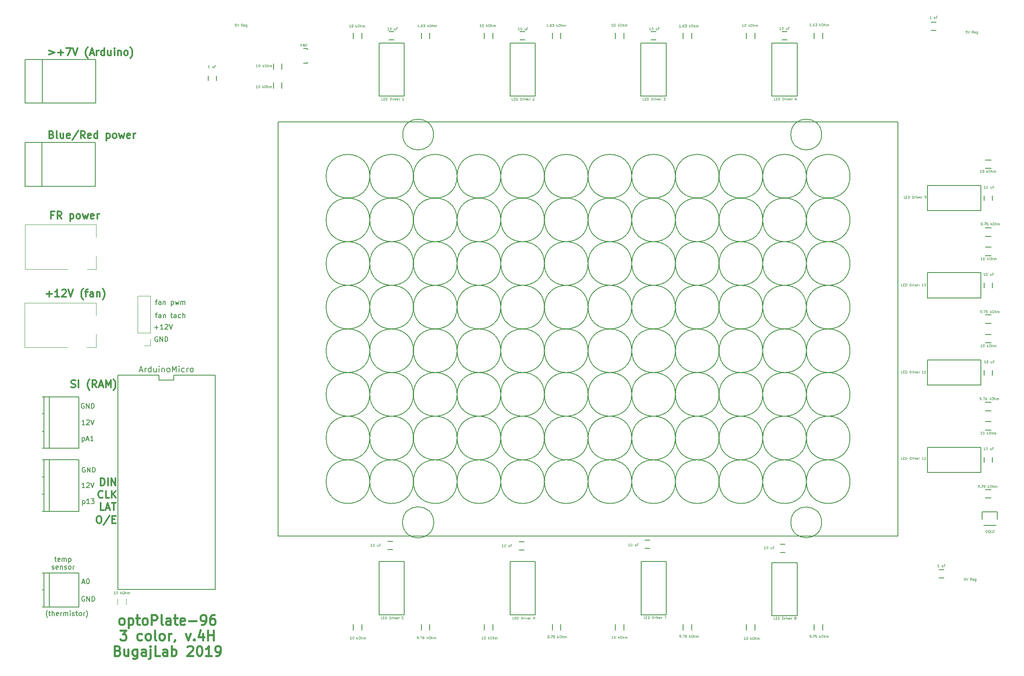
<source format=gbr>
G04 #@! TF.FileFunction,Legend,Top*
%FSLAX46Y46*%
G04 Gerber Fmt 4.6, Leading zero omitted, Abs format (unit mm)*
G04 Created by KiCad (PCBNEW 4.0.2-stable) date Monday, November 12, 2018 'PMt' 10:07:05 PM*
%MOMM*%
G01*
G04 APERTURE LIST*
%ADD10C,0.100000*%
%ADD11C,0.125000*%
%ADD12C,0.300000*%
%ADD13C,0.200000*%
%ADD14C,0.400000*%
%ADD15C,0.150000*%
%ADD16C,0.120000*%
G04 APERTURE END LIST*
D10*
D11*
X230465239Y-110076190D02*
X230560477Y-110076190D01*
X230608096Y-110052381D01*
X230631906Y-110028571D01*
X230679525Y-109957143D01*
X230703334Y-109861905D01*
X230703334Y-109671429D01*
X230679525Y-109623810D01*
X230655715Y-109600000D01*
X230608096Y-109576190D01*
X230512858Y-109576190D01*
X230465239Y-109600000D01*
X230441430Y-109623810D01*
X230417620Y-109671429D01*
X230417620Y-109790476D01*
X230441430Y-109838095D01*
X230465239Y-109861905D01*
X230512858Y-109885714D01*
X230608096Y-109885714D01*
X230655715Y-109861905D01*
X230679525Y-109838095D01*
X230703334Y-109790476D01*
X230917620Y-110028571D02*
X230941429Y-110052381D01*
X230917620Y-110076190D01*
X230893810Y-110052381D01*
X230917620Y-110028571D01*
X230917620Y-110076190D01*
X231108096Y-109576190D02*
X231441429Y-109576190D01*
X231227143Y-110076190D01*
X231846190Y-109576190D02*
X231750952Y-109576190D01*
X231703333Y-109600000D01*
X231679524Y-109623810D01*
X231631905Y-109695238D01*
X231608095Y-109790476D01*
X231608095Y-109980952D01*
X231631905Y-110028571D01*
X231655714Y-110052381D01*
X231703333Y-110076190D01*
X231798571Y-110076190D01*
X231846190Y-110052381D01*
X231870000Y-110028571D01*
X231893809Y-109980952D01*
X231893809Y-109861905D01*
X231870000Y-109814286D01*
X231846190Y-109790476D01*
X231798571Y-109766667D01*
X231703333Y-109766667D01*
X231655714Y-109790476D01*
X231631905Y-109814286D01*
X231608095Y-109861905D01*
X232489047Y-110076190D02*
X232489047Y-109576190D01*
X232536666Y-109885714D02*
X232679523Y-110076190D01*
X232679523Y-109742857D02*
X232489047Y-109933333D01*
X232989047Y-109576190D02*
X233084285Y-109576190D01*
X233131904Y-109600000D01*
X233179523Y-109647619D01*
X233203332Y-109742857D01*
X233203332Y-109909524D01*
X233179523Y-110004762D01*
X233131904Y-110052381D01*
X233084285Y-110076190D01*
X232989047Y-110076190D01*
X232941428Y-110052381D01*
X232893809Y-110004762D01*
X232869999Y-109909524D01*
X232869999Y-109742857D01*
X232893809Y-109647619D01*
X232941428Y-109600000D01*
X232989047Y-109576190D01*
X233417619Y-110076190D02*
X233417619Y-109576190D01*
X233631904Y-110076190D02*
X233631904Y-109814286D01*
X233608095Y-109766667D01*
X233560476Y-109742857D01*
X233489047Y-109742857D01*
X233441428Y-109766667D01*
X233417619Y-109790476D01*
X233870000Y-110076190D02*
X233870000Y-109742857D01*
X233870000Y-109790476D02*
X233893809Y-109766667D01*
X233941428Y-109742857D01*
X234012857Y-109742857D01*
X234060476Y-109766667D01*
X234084285Y-109814286D01*
X234084285Y-110076190D01*
X234084285Y-109814286D02*
X234108095Y-109766667D01*
X234155714Y-109742857D01*
X234227142Y-109742857D01*
X234274762Y-109766667D01*
X234298571Y-109814286D01*
X234298571Y-110076190D01*
X230365239Y-128126190D02*
X230460477Y-128126190D01*
X230508096Y-128102381D01*
X230531906Y-128078571D01*
X230579525Y-128007143D01*
X230603334Y-127911905D01*
X230603334Y-127721429D01*
X230579525Y-127673810D01*
X230555715Y-127650000D01*
X230508096Y-127626190D01*
X230412858Y-127626190D01*
X230365239Y-127650000D01*
X230341430Y-127673810D01*
X230317620Y-127721429D01*
X230317620Y-127840476D01*
X230341430Y-127888095D01*
X230365239Y-127911905D01*
X230412858Y-127935714D01*
X230508096Y-127935714D01*
X230555715Y-127911905D01*
X230579525Y-127888095D01*
X230603334Y-127840476D01*
X230817620Y-128078571D02*
X230841429Y-128102381D01*
X230817620Y-128126190D01*
X230793810Y-128102381D01*
X230817620Y-128078571D01*
X230817620Y-128126190D01*
X231008096Y-127626190D02*
X231341429Y-127626190D01*
X231127143Y-128126190D01*
X231746190Y-127626190D02*
X231650952Y-127626190D01*
X231603333Y-127650000D01*
X231579524Y-127673810D01*
X231531905Y-127745238D01*
X231508095Y-127840476D01*
X231508095Y-128030952D01*
X231531905Y-128078571D01*
X231555714Y-128102381D01*
X231603333Y-128126190D01*
X231698571Y-128126190D01*
X231746190Y-128102381D01*
X231770000Y-128078571D01*
X231793809Y-128030952D01*
X231793809Y-127911905D01*
X231770000Y-127864286D01*
X231746190Y-127840476D01*
X231698571Y-127816667D01*
X231603333Y-127816667D01*
X231555714Y-127840476D01*
X231531905Y-127864286D01*
X231508095Y-127911905D01*
X232389047Y-128126190D02*
X232389047Y-127626190D01*
X232436666Y-127935714D02*
X232579523Y-128126190D01*
X232579523Y-127792857D02*
X232389047Y-127983333D01*
X232889047Y-127626190D02*
X232984285Y-127626190D01*
X233031904Y-127650000D01*
X233079523Y-127697619D01*
X233103332Y-127792857D01*
X233103332Y-127959524D01*
X233079523Y-128054762D01*
X233031904Y-128102381D01*
X232984285Y-128126190D01*
X232889047Y-128126190D01*
X232841428Y-128102381D01*
X232793809Y-128054762D01*
X232769999Y-127959524D01*
X232769999Y-127792857D01*
X232793809Y-127697619D01*
X232841428Y-127650000D01*
X232889047Y-127626190D01*
X233317619Y-128126190D02*
X233317619Y-127626190D01*
X233531904Y-128126190D02*
X233531904Y-127864286D01*
X233508095Y-127816667D01*
X233460476Y-127792857D01*
X233389047Y-127792857D01*
X233341428Y-127816667D01*
X233317619Y-127840476D01*
X233770000Y-128126190D02*
X233770000Y-127792857D01*
X233770000Y-127840476D02*
X233793809Y-127816667D01*
X233841428Y-127792857D01*
X233912857Y-127792857D01*
X233960476Y-127816667D01*
X233984285Y-127864286D01*
X233984285Y-128126190D01*
X233984285Y-127864286D02*
X234008095Y-127816667D01*
X234055714Y-127792857D01*
X234127142Y-127792857D01*
X234174762Y-127816667D01*
X234198571Y-127864286D01*
X234198571Y-128126190D01*
X230265239Y-146126190D02*
X230360477Y-146126190D01*
X230408096Y-146102381D01*
X230431906Y-146078571D01*
X230479525Y-146007143D01*
X230503334Y-145911905D01*
X230503334Y-145721429D01*
X230479525Y-145673810D01*
X230455715Y-145650000D01*
X230408096Y-145626190D01*
X230312858Y-145626190D01*
X230265239Y-145650000D01*
X230241430Y-145673810D01*
X230217620Y-145721429D01*
X230217620Y-145840476D01*
X230241430Y-145888095D01*
X230265239Y-145911905D01*
X230312858Y-145935714D01*
X230408096Y-145935714D01*
X230455715Y-145911905D01*
X230479525Y-145888095D01*
X230503334Y-145840476D01*
X230717620Y-146078571D02*
X230741429Y-146102381D01*
X230717620Y-146126190D01*
X230693810Y-146102381D01*
X230717620Y-146078571D01*
X230717620Y-146126190D01*
X230908096Y-145626190D02*
X231241429Y-145626190D01*
X231027143Y-146126190D01*
X231646190Y-145626190D02*
X231550952Y-145626190D01*
X231503333Y-145650000D01*
X231479524Y-145673810D01*
X231431905Y-145745238D01*
X231408095Y-145840476D01*
X231408095Y-146030952D01*
X231431905Y-146078571D01*
X231455714Y-146102381D01*
X231503333Y-146126190D01*
X231598571Y-146126190D01*
X231646190Y-146102381D01*
X231670000Y-146078571D01*
X231693809Y-146030952D01*
X231693809Y-145911905D01*
X231670000Y-145864286D01*
X231646190Y-145840476D01*
X231598571Y-145816667D01*
X231503333Y-145816667D01*
X231455714Y-145840476D01*
X231431905Y-145864286D01*
X231408095Y-145911905D01*
X232289047Y-146126190D02*
X232289047Y-145626190D01*
X232336666Y-145935714D02*
X232479523Y-146126190D01*
X232479523Y-145792857D02*
X232289047Y-145983333D01*
X232789047Y-145626190D02*
X232884285Y-145626190D01*
X232931904Y-145650000D01*
X232979523Y-145697619D01*
X233003332Y-145792857D01*
X233003332Y-145959524D01*
X232979523Y-146054762D01*
X232931904Y-146102381D01*
X232884285Y-146126190D01*
X232789047Y-146126190D01*
X232741428Y-146102381D01*
X232693809Y-146054762D01*
X232669999Y-145959524D01*
X232669999Y-145792857D01*
X232693809Y-145697619D01*
X232741428Y-145650000D01*
X232789047Y-145626190D01*
X233217619Y-146126190D02*
X233217619Y-145626190D01*
X233431904Y-146126190D02*
X233431904Y-145864286D01*
X233408095Y-145816667D01*
X233360476Y-145792857D01*
X233289047Y-145792857D01*
X233241428Y-145816667D01*
X233217619Y-145840476D01*
X233670000Y-146126190D02*
X233670000Y-145792857D01*
X233670000Y-145840476D02*
X233693809Y-145816667D01*
X233741428Y-145792857D01*
X233812857Y-145792857D01*
X233860476Y-145816667D01*
X233884285Y-145864286D01*
X233884285Y-146126190D01*
X233884285Y-145864286D02*
X233908095Y-145816667D01*
X233955714Y-145792857D01*
X234027142Y-145792857D01*
X234074762Y-145816667D01*
X234098571Y-145864286D01*
X234098571Y-146126190D01*
D12*
X39312858Y-107992857D02*
X38812858Y-107992857D01*
X38812858Y-108778571D02*
X38812858Y-107278571D01*
X39527144Y-107278571D01*
X40955715Y-108778571D02*
X40455715Y-108064286D01*
X40098572Y-108778571D02*
X40098572Y-107278571D01*
X40670000Y-107278571D01*
X40812858Y-107350000D01*
X40884286Y-107421429D01*
X40955715Y-107564286D01*
X40955715Y-107778571D01*
X40884286Y-107921429D01*
X40812858Y-107992857D01*
X40670000Y-108064286D01*
X40098572Y-108064286D01*
X42741429Y-107778571D02*
X42741429Y-109278571D01*
X42741429Y-107850000D02*
X42884286Y-107778571D01*
X43170000Y-107778571D01*
X43312857Y-107850000D01*
X43384286Y-107921429D01*
X43455715Y-108064286D01*
X43455715Y-108492857D01*
X43384286Y-108635714D01*
X43312857Y-108707143D01*
X43170000Y-108778571D01*
X42884286Y-108778571D01*
X42741429Y-108707143D01*
X44312858Y-108778571D02*
X44170000Y-108707143D01*
X44098572Y-108635714D01*
X44027143Y-108492857D01*
X44027143Y-108064286D01*
X44098572Y-107921429D01*
X44170000Y-107850000D01*
X44312858Y-107778571D01*
X44527143Y-107778571D01*
X44670000Y-107850000D01*
X44741429Y-107921429D01*
X44812858Y-108064286D01*
X44812858Y-108492857D01*
X44741429Y-108635714D01*
X44670000Y-108707143D01*
X44527143Y-108778571D01*
X44312858Y-108778571D01*
X45312858Y-107778571D02*
X45598572Y-108778571D01*
X45884286Y-108064286D01*
X46170001Y-108778571D01*
X46455715Y-107778571D01*
X47598572Y-108707143D02*
X47455715Y-108778571D01*
X47170001Y-108778571D01*
X47027144Y-108707143D01*
X46955715Y-108564286D01*
X46955715Y-107992857D01*
X47027144Y-107850000D01*
X47170001Y-107778571D01*
X47455715Y-107778571D01*
X47598572Y-107850000D01*
X47670001Y-107992857D01*
X47670001Y-108135714D01*
X46955715Y-108278571D01*
X48312858Y-108778571D02*
X48312858Y-107778571D01*
X48312858Y-108064286D02*
X48384286Y-107921429D01*
X48455715Y-107850000D01*
X48598572Y-107778571D01*
X48741429Y-107778571D01*
D11*
X134046192Y-84326190D02*
X133808097Y-84326190D01*
X133808097Y-83826190D01*
X134212859Y-84064286D02*
X134379525Y-84064286D01*
X134450954Y-84326190D02*
X134212859Y-84326190D01*
X134212859Y-83826190D01*
X134450954Y-83826190D01*
X134665240Y-84326190D02*
X134665240Y-83826190D01*
X134784287Y-83826190D01*
X134855716Y-83850000D01*
X134903335Y-83897619D01*
X134927144Y-83945238D01*
X134950954Y-84040476D01*
X134950954Y-84111905D01*
X134927144Y-84207143D01*
X134903335Y-84254762D01*
X134855716Y-84302381D01*
X134784287Y-84326190D01*
X134665240Y-84326190D01*
X135546192Y-84326190D02*
X135546192Y-83826190D01*
X135665239Y-83826190D01*
X135736668Y-83850000D01*
X135784287Y-83897619D01*
X135808096Y-83945238D01*
X135831906Y-84040476D01*
X135831906Y-84111905D01*
X135808096Y-84207143D01*
X135784287Y-84254762D01*
X135736668Y-84302381D01*
X135665239Y-84326190D01*
X135546192Y-84326190D01*
X136046192Y-84326190D02*
X136046192Y-83992857D01*
X136046192Y-84088095D02*
X136070001Y-84040476D01*
X136093811Y-84016667D01*
X136141430Y-83992857D01*
X136189049Y-83992857D01*
X136355716Y-84326190D02*
X136355716Y-83992857D01*
X136355716Y-83826190D02*
X136331906Y-83850000D01*
X136355716Y-83873810D01*
X136379525Y-83850000D01*
X136355716Y-83826190D01*
X136355716Y-83873810D01*
X136546192Y-83992857D02*
X136665239Y-84326190D01*
X136784287Y-83992857D01*
X137165239Y-84302381D02*
X137117620Y-84326190D01*
X137022382Y-84326190D01*
X136974763Y-84302381D01*
X136950953Y-84254762D01*
X136950953Y-84064286D01*
X136974763Y-84016667D01*
X137022382Y-83992857D01*
X137117620Y-83992857D01*
X137165239Y-84016667D01*
X137189048Y-84064286D01*
X137189048Y-84111905D01*
X136950953Y-84159524D01*
X137403334Y-84326190D02*
X137403334Y-83992857D01*
X137403334Y-84088095D02*
X137427143Y-84040476D01*
X137450953Y-84016667D01*
X137498572Y-83992857D01*
X137546191Y-83992857D01*
X138070000Y-83873810D02*
X138093810Y-83850000D01*
X138141429Y-83826190D01*
X138260476Y-83826190D01*
X138308095Y-83850000D01*
X138331905Y-83873810D01*
X138355714Y-83921429D01*
X138355714Y-83969048D01*
X138331905Y-84040476D01*
X138046191Y-84326190D01*
X138355714Y-84326190D01*
X195165239Y-195113690D02*
X195260477Y-195113690D01*
X195308096Y-195089881D01*
X195331906Y-195066071D01*
X195379525Y-194994643D01*
X195403334Y-194899405D01*
X195403334Y-194708929D01*
X195379525Y-194661310D01*
X195355715Y-194637500D01*
X195308096Y-194613690D01*
X195212858Y-194613690D01*
X195165239Y-194637500D01*
X195141430Y-194661310D01*
X195117620Y-194708929D01*
X195117620Y-194827976D01*
X195141430Y-194875595D01*
X195165239Y-194899405D01*
X195212858Y-194923214D01*
X195308096Y-194923214D01*
X195355715Y-194899405D01*
X195379525Y-194875595D01*
X195403334Y-194827976D01*
X195617620Y-195066071D02*
X195641429Y-195089881D01*
X195617620Y-195113690D01*
X195593810Y-195089881D01*
X195617620Y-195066071D01*
X195617620Y-195113690D01*
X195808096Y-194613690D02*
X196141429Y-194613690D01*
X195927143Y-195113690D01*
X196546190Y-194613690D02*
X196450952Y-194613690D01*
X196403333Y-194637500D01*
X196379524Y-194661310D01*
X196331905Y-194732738D01*
X196308095Y-194827976D01*
X196308095Y-195018452D01*
X196331905Y-195066071D01*
X196355714Y-195089881D01*
X196403333Y-195113690D01*
X196498571Y-195113690D01*
X196546190Y-195089881D01*
X196570000Y-195066071D01*
X196593809Y-195018452D01*
X196593809Y-194899405D01*
X196570000Y-194851786D01*
X196546190Y-194827976D01*
X196498571Y-194804167D01*
X196403333Y-194804167D01*
X196355714Y-194827976D01*
X196331905Y-194851786D01*
X196308095Y-194899405D01*
X197189047Y-195113690D02*
X197189047Y-194613690D01*
X197236666Y-194923214D02*
X197379523Y-195113690D01*
X197379523Y-194780357D02*
X197189047Y-194970833D01*
X197689047Y-194613690D02*
X197784285Y-194613690D01*
X197831904Y-194637500D01*
X197879523Y-194685119D01*
X197903332Y-194780357D01*
X197903332Y-194947024D01*
X197879523Y-195042262D01*
X197831904Y-195089881D01*
X197784285Y-195113690D01*
X197689047Y-195113690D01*
X197641428Y-195089881D01*
X197593809Y-195042262D01*
X197569999Y-194947024D01*
X197569999Y-194780357D01*
X197593809Y-194685119D01*
X197641428Y-194637500D01*
X197689047Y-194613690D01*
X198117619Y-195113690D02*
X198117619Y-194613690D01*
X198331904Y-195113690D02*
X198331904Y-194851786D01*
X198308095Y-194804167D01*
X198260476Y-194780357D01*
X198189047Y-194780357D01*
X198141428Y-194804167D01*
X198117619Y-194827976D01*
X198570000Y-195113690D02*
X198570000Y-194780357D01*
X198570000Y-194827976D02*
X198593809Y-194804167D01*
X198641428Y-194780357D01*
X198712857Y-194780357D01*
X198760476Y-194804167D01*
X198784285Y-194851786D01*
X198784285Y-195113690D01*
X198784285Y-194851786D02*
X198808095Y-194804167D01*
X198855714Y-194780357D01*
X198927142Y-194780357D01*
X198974762Y-194804167D01*
X198998571Y-194851786D01*
X198998571Y-195113690D01*
X168365239Y-195113690D02*
X168460477Y-195113690D01*
X168508096Y-195089881D01*
X168531906Y-195066071D01*
X168579525Y-194994643D01*
X168603334Y-194899405D01*
X168603334Y-194708929D01*
X168579525Y-194661310D01*
X168555715Y-194637500D01*
X168508096Y-194613690D01*
X168412858Y-194613690D01*
X168365239Y-194637500D01*
X168341430Y-194661310D01*
X168317620Y-194708929D01*
X168317620Y-194827976D01*
X168341430Y-194875595D01*
X168365239Y-194899405D01*
X168412858Y-194923214D01*
X168508096Y-194923214D01*
X168555715Y-194899405D01*
X168579525Y-194875595D01*
X168603334Y-194827976D01*
X168817620Y-195066071D02*
X168841429Y-195089881D01*
X168817620Y-195113690D01*
X168793810Y-195089881D01*
X168817620Y-195066071D01*
X168817620Y-195113690D01*
X169008096Y-194613690D02*
X169341429Y-194613690D01*
X169127143Y-195113690D01*
X169746190Y-194613690D02*
X169650952Y-194613690D01*
X169603333Y-194637500D01*
X169579524Y-194661310D01*
X169531905Y-194732738D01*
X169508095Y-194827976D01*
X169508095Y-195018452D01*
X169531905Y-195066071D01*
X169555714Y-195089881D01*
X169603333Y-195113690D01*
X169698571Y-195113690D01*
X169746190Y-195089881D01*
X169770000Y-195066071D01*
X169793809Y-195018452D01*
X169793809Y-194899405D01*
X169770000Y-194851786D01*
X169746190Y-194827976D01*
X169698571Y-194804167D01*
X169603333Y-194804167D01*
X169555714Y-194827976D01*
X169531905Y-194851786D01*
X169508095Y-194899405D01*
X170389047Y-195113690D02*
X170389047Y-194613690D01*
X170436666Y-194923214D02*
X170579523Y-195113690D01*
X170579523Y-194780357D02*
X170389047Y-194970833D01*
X170889047Y-194613690D02*
X170984285Y-194613690D01*
X171031904Y-194637500D01*
X171079523Y-194685119D01*
X171103332Y-194780357D01*
X171103332Y-194947024D01*
X171079523Y-195042262D01*
X171031904Y-195089881D01*
X170984285Y-195113690D01*
X170889047Y-195113690D01*
X170841428Y-195089881D01*
X170793809Y-195042262D01*
X170769999Y-194947024D01*
X170769999Y-194780357D01*
X170793809Y-194685119D01*
X170841428Y-194637500D01*
X170889047Y-194613690D01*
X171317619Y-195113690D02*
X171317619Y-194613690D01*
X171531904Y-195113690D02*
X171531904Y-194851786D01*
X171508095Y-194804167D01*
X171460476Y-194780357D01*
X171389047Y-194780357D01*
X171341428Y-194804167D01*
X171317619Y-194827976D01*
X171770000Y-195113690D02*
X171770000Y-194780357D01*
X171770000Y-194827976D02*
X171793809Y-194804167D01*
X171841428Y-194780357D01*
X171912857Y-194780357D01*
X171960476Y-194804167D01*
X171984285Y-194851786D01*
X171984285Y-195113690D01*
X171984285Y-194851786D02*
X172008095Y-194804167D01*
X172055714Y-194780357D01*
X172127142Y-194780357D01*
X172174762Y-194804167D01*
X172198571Y-194851786D01*
X172198571Y-195113690D01*
X141165239Y-195213690D02*
X141260477Y-195213690D01*
X141308096Y-195189881D01*
X141331906Y-195166071D01*
X141379525Y-195094643D01*
X141403334Y-194999405D01*
X141403334Y-194808929D01*
X141379525Y-194761310D01*
X141355715Y-194737500D01*
X141308096Y-194713690D01*
X141212858Y-194713690D01*
X141165239Y-194737500D01*
X141141430Y-194761310D01*
X141117620Y-194808929D01*
X141117620Y-194927976D01*
X141141430Y-194975595D01*
X141165239Y-194999405D01*
X141212858Y-195023214D01*
X141308096Y-195023214D01*
X141355715Y-194999405D01*
X141379525Y-194975595D01*
X141403334Y-194927976D01*
X141617620Y-195166071D02*
X141641429Y-195189881D01*
X141617620Y-195213690D01*
X141593810Y-195189881D01*
X141617620Y-195166071D01*
X141617620Y-195213690D01*
X141808096Y-194713690D02*
X142141429Y-194713690D01*
X141927143Y-195213690D01*
X142546190Y-194713690D02*
X142450952Y-194713690D01*
X142403333Y-194737500D01*
X142379524Y-194761310D01*
X142331905Y-194832738D01*
X142308095Y-194927976D01*
X142308095Y-195118452D01*
X142331905Y-195166071D01*
X142355714Y-195189881D01*
X142403333Y-195213690D01*
X142498571Y-195213690D01*
X142546190Y-195189881D01*
X142570000Y-195166071D01*
X142593809Y-195118452D01*
X142593809Y-194999405D01*
X142570000Y-194951786D01*
X142546190Y-194927976D01*
X142498571Y-194904167D01*
X142403333Y-194904167D01*
X142355714Y-194927976D01*
X142331905Y-194951786D01*
X142308095Y-194999405D01*
X143189047Y-195213690D02*
X143189047Y-194713690D01*
X143236666Y-195023214D02*
X143379523Y-195213690D01*
X143379523Y-194880357D02*
X143189047Y-195070833D01*
X143689047Y-194713690D02*
X143784285Y-194713690D01*
X143831904Y-194737500D01*
X143879523Y-194785119D01*
X143903332Y-194880357D01*
X143903332Y-195047024D01*
X143879523Y-195142262D01*
X143831904Y-195189881D01*
X143784285Y-195213690D01*
X143689047Y-195213690D01*
X143641428Y-195189881D01*
X143593809Y-195142262D01*
X143569999Y-195047024D01*
X143569999Y-194880357D01*
X143593809Y-194785119D01*
X143641428Y-194737500D01*
X143689047Y-194713690D01*
X144117619Y-195213690D02*
X144117619Y-194713690D01*
X144331904Y-195213690D02*
X144331904Y-194951786D01*
X144308095Y-194904167D01*
X144260476Y-194880357D01*
X144189047Y-194880357D01*
X144141428Y-194904167D01*
X144117619Y-194927976D01*
X144570000Y-195213690D02*
X144570000Y-194880357D01*
X144570000Y-194927976D02*
X144593809Y-194904167D01*
X144641428Y-194880357D01*
X144712857Y-194880357D01*
X144760476Y-194904167D01*
X144784285Y-194951786D01*
X144784285Y-195213690D01*
X144784285Y-194951786D02*
X144808095Y-194904167D01*
X144855714Y-194880357D01*
X144927142Y-194880357D01*
X144974762Y-194904167D01*
X144998571Y-194951786D01*
X144998571Y-195213690D01*
X52060476Y-186126190D02*
X51774762Y-186126190D01*
X51917619Y-186126190D02*
X51917619Y-185626190D01*
X51870000Y-185697619D01*
X51822381Y-185745238D01*
X51774762Y-185769048D01*
X52370000Y-185626190D02*
X52417619Y-185626190D01*
X52465238Y-185650000D01*
X52489047Y-185673810D01*
X52512857Y-185721429D01*
X52536666Y-185816667D01*
X52536666Y-185935714D01*
X52512857Y-186030952D01*
X52489047Y-186078571D01*
X52465238Y-186102381D01*
X52417619Y-186126190D01*
X52370000Y-186126190D01*
X52322381Y-186102381D01*
X52298571Y-186078571D01*
X52274762Y-186030952D01*
X52250952Y-185935714D01*
X52250952Y-185816667D01*
X52274762Y-185721429D01*
X52298571Y-185673810D01*
X52322381Y-185650000D01*
X52370000Y-185626190D01*
X53131904Y-186126190D02*
X53131904Y-185626190D01*
X53179523Y-185935714D02*
X53322380Y-186126190D01*
X53322380Y-185792857D02*
X53131904Y-185983333D01*
X53631904Y-185626190D02*
X53727142Y-185626190D01*
X53774761Y-185650000D01*
X53822380Y-185697619D01*
X53846189Y-185792857D01*
X53846189Y-185959524D01*
X53822380Y-186054762D01*
X53774761Y-186102381D01*
X53727142Y-186126190D01*
X53631904Y-186126190D01*
X53584285Y-186102381D01*
X53536666Y-186054762D01*
X53512856Y-185959524D01*
X53512856Y-185792857D01*
X53536666Y-185697619D01*
X53584285Y-185650000D01*
X53631904Y-185626190D01*
X54060476Y-186126190D02*
X54060476Y-185626190D01*
X54274761Y-186126190D02*
X54274761Y-185864286D01*
X54250952Y-185816667D01*
X54203333Y-185792857D01*
X54131904Y-185792857D01*
X54084285Y-185816667D01*
X54060476Y-185840476D01*
X54512857Y-186126190D02*
X54512857Y-185792857D01*
X54512857Y-185840476D02*
X54536666Y-185816667D01*
X54584285Y-185792857D01*
X54655714Y-185792857D01*
X54703333Y-185816667D01*
X54727142Y-185864286D01*
X54727142Y-186126190D01*
X54727142Y-185864286D02*
X54750952Y-185816667D01*
X54798571Y-185792857D01*
X54869999Y-185792857D01*
X54917619Y-185816667D01*
X54941428Y-185864286D01*
X54941428Y-186126190D01*
D13*
X45255714Y-183766667D02*
X45731905Y-183766667D01*
X45160476Y-184052381D02*
X45493809Y-183052381D01*
X45827143Y-184052381D01*
X46350952Y-183052381D02*
X46446191Y-183052381D01*
X46541429Y-183100000D01*
X46589048Y-183147619D01*
X46636667Y-183242857D01*
X46684286Y-183433333D01*
X46684286Y-183671429D01*
X46636667Y-183861905D01*
X46589048Y-183957143D01*
X46541429Y-184004762D01*
X46446191Y-184052381D01*
X46350952Y-184052381D01*
X46255714Y-184004762D01*
X46208095Y-183957143D01*
X46160476Y-183861905D01*
X46112857Y-183671429D01*
X46112857Y-183433333D01*
X46160476Y-183242857D01*
X46208095Y-183147619D01*
X46255714Y-183100000D01*
X46350952Y-183052381D01*
X38093809Y-191033333D02*
X38046189Y-190985714D01*
X37950951Y-190842857D01*
X37903332Y-190747619D01*
X37855713Y-190604762D01*
X37808094Y-190366667D01*
X37808094Y-190176190D01*
X37855713Y-189938095D01*
X37903332Y-189795238D01*
X37950951Y-189700000D01*
X38046189Y-189557143D01*
X38093809Y-189509524D01*
X38331904Y-189985714D02*
X38712856Y-189985714D01*
X38474761Y-189652381D02*
X38474761Y-190509524D01*
X38522380Y-190604762D01*
X38617618Y-190652381D01*
X38712856Y-190652381D01*
X39046190Y-190652381D02*
X39046190Y-189652381D01*
X39474762Y-190652381D02*
X39474762Y-190128571D01*
X39427143Y-190033333D01*
X39331905Y-189985714D01*
X39189047Y-189985714D01*
X39093809Y-190033333D01*
X39046190Y-190080952D01*
X40331905Y-190604762D02*
X40236667Y-190652381D01*
X40046190Y-190652381D01*
X39950952Y-190604762D01*
X39903333Y-190509524D01*
X39903333Y-190128571D01*
X39950952Y-190033333D01*
X40046190Y-189985714D01*
X40236667Y-189985714D01*
X40331905Y-190033333D01*
X40379524Y-190128571D01*
X40379524Y-190223810D01*
X39903333Y-190319048D01*
X40808095Y-190652381D02*
X40808095Y-189985714D01*
X40808095Y-190176190D02*
X40855714Y-190080952D01*
X40903333Y-190033333D01*
X40998571Y-189985714D01*
X41093810Y-189985714D01*
X41427143Y-190652381D02*
X41427143Y-189985714D01*
X41427143Y-190080952D02*
X41474762Y-190033333D01*
X41570000Y-189985714D01*
X41712858Y-189985714D01*
X41808096Y-190033333D01*
X41855715Y-190128571D01*
X41855715Y-190652381D01*
X41855715Y-190128571D02*
X41903334Y-190033333D01*
X41998572Y-189985714D01*
X42141429Y-189985714D01*
X42236667Y-190033333D01*
X42284286Y-190128571D01*
X42284286Y-190652381D01*
X42760476Y-190652381D02*
X42760476Y-189985714D01*
X42760476Y-189652381D02*
X42712857Y-189700000D01*
X42760476Y-189747619D01*
X42808095Y-189700000D01*
X42760476Y-189652381D01*
X42760476Y-189747619D01*
X43189047Y-190604762D02*
X43284285Y-190652381D01*
X43474761Y-190652381D01*
X43570000Y-190604762D01*
X43617619Y-190509524D01*
X43617619Y-190461905D01*
X43570000Y-190366667D01*
X43474761Y-190319048D01*
X43331904Y-190319048D01*
X43236666Y-190271429D01*
X43189047Y-190176190D01*
X43189047Y-190128571D01*
X43236666Y-190033333D01*
X43331904Y-189985714D01*
X43474761Y-189985714D01*
X43570000Y-190033333D01*
X43903333Y-189985714D02*
X44284285Y-189985714D01*
X44046190Y-189652381D02*
X44046190Y-190509524D01*
X44093809Y-190604762D01*
X44189047Y-190652381D01*
X44284285Y-190652381D01*
X44760476Y-190652381D02*
X44665238Y-190604762D01*
X44617619Y-190557143D01*
X44570000Y-190461905D01*
X44570000Y-190176190D01*
X44617619Y-190080952D01*
X44665238Y-190033333D01*
X44760476Y-189985714D01*
X44903334Y-189985714D01*
X44998572Y-190033333D01*
X45046191Y-190080952D01*
X45093810Y-190176190D01*
X45093810Y-190461905D01*
X45046191Y-190557143D01*
X44998572Y-190604762D01*
X44903334Y-190652381D01*
X44760476Y-190652381D01*
X45522381Y-190652381D02*
X45522381Y-189985714D01*
X45522381Y-190176190D02*
X45570000Y-190080952D01*
X45617619Y-190033333D01*
X45712857Y-189985714D01*
X45808096Y-189985714D01*
X46046191Y-191033333D02*
X46093810Y-190985714D01*
X46189048Y-190842857D01*
X46236667Y-190747619D01*
X46284286Y-190604762D01*
X46331905Y-190366667D01*
X46331905Y-190176190D01*
X46284286Y-189938095D01*
X46236667Y-189795238D01*
X46189048Y-189700000D01*
X46093810Y-189557143D01*
X46046191Y-189509524D01*
X39531905Y-178785714D02*
X39912857Y-178785714D01*
X39674762Y-178452381D02*
X39674762Y-179309524D01*
X39722381Y-179404762D01*
X39817619Y-179452381D01*
X39912857Y-179452381D01*
X40627144Y-179404762D02*
X40531906Y-179452381D01*
X40341429Y-179452381D01*
X40246191Y-179404762D01*
X40198572Y-179309524D01*
X40198572Y-178928571D01*
X40246191Y-178833333D01*
X40341429Y-178785714D01*
X40531906Y-178785714D01*
X40627144Y-178833333D01*
X40674763Y-178928571D01*
X40674763Y-179023810D01*
X40198572Y-179119048D01*
X41103334Y-179452381D02*
X41103334Y-178785714D01*
X41103334Y-178880952D02*
X41150953Y-178833333D01*
X41246191Y-178785714D01*
X41389049Y-178785714D01*
X41484287Y-178833333D01*
X41531906Y-178928571D01*
X41531906Y-179452381D01*
X41531906Y-178928571D02*
X41579525Y-178833333D01*
X41674763Y-178785714D01*
X41817620Y-178785714D01*
X41912858Y-178833333D01*
X41960477Y-178928571D01*
X41960477Y-179452381D01*
X42436667Y-178785714D02*
X42436667Y-179785714D01*
X42436667Y-178833333D02*
X42531905Y-178785714D01*
X42722382Y-178785714D01*
X42817620Y-178833333D01*
X42865239Y-178880952D01*
X42912858Y-178976190D01*
X42912858Y-179261905D01*
X42865239Y-179357143D01*
X42817620Y-179404762D01*
X42722382Y-179452381D01*
X42531905Y-179452381D01*
X42436667Y-179404762D01*
X39008095Y-181004762D02*
X39103333Y-181052381D01*
X39293809Y-181052381D01*
X39389048Y-181004762D01*
X39436667Y-180909524D01*
X39436667Y-180861905D01*
X39389048Y-180766667D01*
X39293809Y-180719048D01*
X39150952Y-180719048D01*
X39055714Y-180671429D01*
X39008095Y-180576190D01*
X39008095Y-180528571D01*
X39055714Y-180433333D01*
X39150952Y-180385714D01*
X39293809Y-180385714D01*
X39389048Y-180433333D01*
X40246191Y-181004762D02*
X40150953Y-181052381D01*
X39960476Y-181052381D01*
X39865238Y-181004762D01*
X39817619Y-180909524D01*
X39817619Y-180528571D01*
X39865238Y-180433333D01*
X39960476Y-180385714D01*
X40150953Y-180385714D01*
X40246191Y-180433333D01*
X40293810Y-180528571D01*
X40293810Y-180623810D01*
X39817619Y-180719048D01*
X40722381Y-180385714D02*
X40722381Y-181052381D01*
X40722381Y-180480952D02*
X40770000Y-180433333D01*
X40865238Y-180385714D01*
X41008096Y-180385714D01*
X41103334Y-180433333D01*
X41150953Y-180528571D01*
X41150953Y-181052381D01*
X41579524Y-181004762D02*
X41674762Y-181052381D01*
X41865238Y-181052381D01*
X41960477Y-181004762D01*
X42008096Y-180909524D01*
X42008096Y-180861905D01*
X41960477Y-180766667D01*
X41865238Y-180719048D01*
X41722381Y-180719048D01*
X41627143Y-180671429D01*
X41579524Y-180576190D01*
X41579524Y-180528571D01*
X41627143Y-180433333D01*
X41722381Y-180385714D01*
X41865238Y-180385714D01*
X41960477Y-180433333D01*
X42579524Y-181052381D02*
X42484286Y-181004762D01*
X42436667Y-180957143D01*
X42389048Y-180861905D01*
X42389048Y-180576190D01*
X42436667Y-180480952D01*
X42484286Y-180433333D01*
X42579524Y-180385714D01*
X42722382Y-180385714D01*
X42817620Y-180433333D01*
X42865239Y-180480952D01*
X42912858Y-180576190D01*
X42912858Y-180861905D01*
X42865239Y-180957143D01*
X42817620Y-181004762D01*
X42722382Y-181052381D01*
X42579524Y-181052381D01*
X43341429Y-181052381D02*
X43341429Y-180385714D01*
X43341429Y-180576190D02*
X43389048Y-180480952D01*
X43436667Y-180433333D01*
X43531905Y-180385714D01*
X43627144Y-180385714D01*
X45708096Y-186700000D02*
X45612858Y-186652381D01*
X45470001Y-186652381D01*
X45327143Y-186700000D01*
X45231905Y-186795238D01*
X45184286Y-186890476D01*
X45136667Y-187080952D01*
X45136667Y-187223810D01*
X45184286Y-187414286D01*
X45231905Y-187509524D01*
X45327143Y-187604762D01*
X45470001Y-187652381D01*
X45565239Y-187652381D01*
X45708096Y-187604762D01*
X45755715Y-187557143D01*
X45755715Y-187223810D01*
X45565239Y-187223810D01*
X46184286Y-187652381D02*
X46184286Y-186652381D01*
X46755715Y-187652381D01*
X46755715Y-186652381D01*
X47231905Y-187652381D02*
X47231905Y-186652381D01*
X47470000Y-186652381D01*
X47612858Y-186700000D01*
X47708096Y-186795238D01*
X47755715Y-186890476D01*
X47803334Y-187080952D01*
X47803334Y-187223810D01*
X47755715Y-187414286D01*
X47708096Y-187509524D01*
X47612858Y-187604762D01*
X47470000Y-187652381D01*
X47231905Y-187652381D01*
X45750953Y-151252381D02*
X45179524Y-151252381D01*
X45465238Y-151252381D02*
X45465238Y-150252381D01*
X45370000Y-150395238D01*
X45274762Y-150490476D01*
X45179524Y-150538095D01*
X46131905Y-150347619D02*
X46179524Y-150300000D01*
X46274762Y-150252381D01*
X46512858Y-150252381D01*
X46608096Y-150300000D01*
X46655715Y-150347619D01*
X46703334Y-150442857D01*
X46703334Y-150538095D01*
X46655715Y-150680952D01*
X46084286Y-151252381D01*
X46703334Y-151252381D01*
X46989048Y-150252381D02*
X47322381Y-151252381D01*
X47655715Y-150252381D01*
X45608096Y-146900000D02*
X45512858Y-146852381D01*
X45370001Y-146852381D01*
X45227143Y-146900000D01*
X45131905Y-146995238D01*
X45084286Y-147090476D01*
X45036667Y-147280952D01*
X45036667Y-147423810D01*
X45084286Y-147614286D01*
X45131905Y-147709524D01*
X45227143Y-147804762D01*
X45370001Y-147852381D01*
X45465239Y-147852381D01*
X45608096Y-147804762D01*
X45655715Y-147757143D01*
X45655715Y-147423810D01*
X45465239Y-147423810D01*
X46084286Y-147852381D02*
X46084286Y-146852381D01*
X46655715Y-147852381D01*
X46655715Y-146852381D01*
X47131905Y-147852381D02*
X47131905Y-146852381D01*
X47370000Y-146852381D01*
X47512858Y-146900000D01*
X47608096Y-146995238D01*
X47655715Y-147090476D01*
X47703334Y-147280952D01*
X47703334Y-147423810D01*
X47655715Y-147614286D01*
X47608096Y-147709524D01*
X47512858Y-147804762D01*
X47370000Y-147852381D01*
X47131905Y-147852381D01*
X45750953Y-164252381D02*
X45179524Y-164252381D01*
X45465238Y-164252381D02*
X45465238Y-163252381D01*
X45370000Y-163395238D01*
X45274762Y-163490476D01*
X45179524Y-163538095D01*
X46131905Y-163347619D02*
X46179524Y-163300000D01*
X46274762Y-163252381D01*
X46512858Y-163252381D01*
X46608096Y-163300000D01*
X46655715Y-163347619D01*
X46703334Y-163442857D01*
X46703334Y-163538095D01*
X46655715Y-163680952D01*
X46084286Y-164252381D01*
X46703334Y-164252381D01*
X46989048Y-163252381D02*
X47322381Y-164252381D01*
X47655715Y-163252381D01*
X45303333Y-166885714D02*
X45303333Y-167885714D01*
X45303333Y-166933333D02*
X45398571Y-166885714D01*
X45589048Y-166885714D01*
X45684286Y-166933333D01*
X45731905Y-166980952D01*
X45779524Y-167076190D01*
X45779524Y-167361905D01*
X45731905Y-167457143D01*
X45684286Y-167504762D01*
X45589048Y-167552381D01*
X45398571Y-167552381D01*
X45303333Y-167504762D01*
X46731905Y-167552381D02*
X46160476Y-167552381D01*
X46446190Y-167552381D02*
X46446190Y-166552381D01*
X46350952Y-166695238D01*
X46255714Y-166790476D01*
X46160476Y-166838095D01*
X47065238Y-166552381D02*
X47684286Y-166552381D01*
X47350952Y-166933333D01*
X47493810Y-166933333D01*
X47589048Y-166980952D01*
X47636667Y-167028571D01*
X47684286Y-167123810D01*
X47684286Y-167361905D01*
X47636667Y-167457143D01*
X47589048Y-167504762D01*
X47493810Y-167552381D01*
X47208095Y-167552381D01*
X47112857Y-167504762D01*
X47065238Y-167457143D01*
X45808096Y-160100000D02*
X45712858Y-160052381D01*
X45570001Y-160052381D01*
X45427143Y-160100000D01*
X45331905Y-160195238D01*
X45284286Y-160290476D01*
X45236667Y-160480952D01*
X45236667Y-160623810D01*
X45284286Y-160814286D01*
X45331905Y-160909524D01*
X45427143Y-161004762D01*
X45570001Y-161052381D01*
X45665239Y-161052381D01*
X45808096Y-161004762D01*
X45855715Y-160957143D01*
X45855715Y-160623810D01*
X45665239Y-160623810D01*
X46284286Y-161052381D02*
X46284286Y-160052381D01*
X46855715Y-161052381D01*
X46855715Y-160052381D01*
X47331905Y-161052381D02*
X47331905Y-160052381D01*
X47570000Y-160052381D01*
X47712858Y-160100000D01*
X47808096Y-160195238D01*
X47855715Y-160290476D01*
X47903334Y-160480952D01*
X47903334Y-160623810D01*
X47855715Y-160814286D01*
X47808096Y-160909524D01*
X47712858Y-161004762D01*
X47570000Y-161052381D01*
X47331905Y-161052381D01*
X45250952Y-153885714D02*
X45250952Y-154885714D01*
X45250952Y-153933333D02*
X45346190Y-153885714D01*
X45536667Y-153885714D01*
X45631905Y-153933333D01*
X45679524Y-153980952D01*
X45727143Y-154076190D01*
X45727143Y-154361905D01*
X45679524Y-154457143D01*
X45631905Y-154504762D01*
X45536667Y-154552381D01*
X45346190Y-154552381D01*
X45250952Y-154504762D01*
X46108095Y-154266667D02*
X46584286Y-154266667D01*
X46012857Y-154552381D02*
X46346190Y-153552381D01*
X46679524Y-154552381D01*
X47536667Y-154552381D02*
X46965238Y-154552381D01*
X47250952Y-154552381D02*
X47250952Y-153552381D01*
X47155714Y-153695238D01*
X47060476Y-153790476D01*
X46965238Y-153838095D01*
X60758096Y-133150000D02*
X60662858Y-133102381D01*
X60520001Y-133102381D01*
X60377143Y-133150000D01*
X60281905Y-133245238D01*
X60234286Y-133340476D01*
X60186667Y-133530952D01*
X60186667Y-133673810D01*
X60234286Y-133864286D01*
X60281905Y-133959524D01*
X60377143Y-134054762D01*
X60520001Y-134102381D01*
X60615239Y-134102381D01*
X60758096Y-134054762D01*
X60805715Y-134007143D01*
X60805715Y-133673810D01*
X60615239Y-133673810D01*
X61234286Y-134102381D02*
X61234286Y-133102381D01*
X61805715Y-134102381D01*
X61805715Y-133102381D01*
X62281905Y-134102381D02*
X62281905Y-133102381D01*
X62520000Y-133102381D01*
X62662858Y-133150000D01*
X62758096Y-133245238D01*
X62805715Y-133340476D01*
X62853334Y-133530952D01*
X62853334Y-133673810D01*
X62805715Y-133864286D01*
X62758096Y-133959524D01*
X62662858Y-134054762D01*
X62520000Y-134102381D01*
X62281905Y-134102381D01*
X60158095Y-131171429D02*
X60920000Y-131171429D01*
X60539048Y-131552381D02*
X60539048Y-130790476D01*
X61920000Y-131552381D02*
X61348571Y-131552381D01*
X61634285Y-131552381D02*
X61634285Y-130552381D01*
X61539047Y-130695238D01*
X61443809Y-130790476D01*
X61348571Y-130838095D01*
X62300952Y-130647619D02*
X62348571Y-130600000D01*
X62443809Y-130552381D01*
X62681905Y-130552381D01*
X62777143Y-130600000D01*
X62824762Y-130647619D01*
X62872381Y-130742857D01*
X62872381Y-130838095D01*
X62824762Y-130980952D01*
X62253333Y-131552381D01*
X62872381Y-131552381D01*
X63158095Y-130552381D02*
X63491428Y-131552381D01*
X63824762Y-130552381D01*
X60324761Y-128535714D02*
X60705713Y-128535714D01*
X60467618Y-129202381D02*
X60467618Y-128345238D01*
X60515237Y-128250000D01*
X60610475Y-128202381D01*
X60705713Y-128202381D01*
X61467619Y-129202381D02*
X61467619Y-128678571D01*
X61420000Y-128583333D01*
X61324762Y-128535714D01*
X61134285Y-128535714D01*
X61039047Y-128583333D01*
X61467619Y-129154762D02*
X61372381Y-129202381D01*
X61134285Y-129202381D01*
X61039047Y-129154762D01*
X60991428Y-129059524D01*
X60991428Y-128964286D01*
X61039047Y-128869048D01*
X61134285Y-128821429D01*
X61372381Y-128821429D01*
X61467619Y-128773810D01*
X61943809Y-128535714D02*
X61943809Y-129202381D01*
X61943809Y-128630952D02*
X61991428Y-128583333D01*
X62086666Y-128535714D01*
X62229524Y-128535714D01*
X62324762Y-128583333D01*
X62372381Y-128678571D01*
X62372381Y-129202381D01*
X63467619Y-128535714D02*
X63848571Y-128535714D01*
X63610476Y-128202381D02*
X63610476Y-129059524D01*
X63658095Y-129154762D01*
X63753333Y-129202381D01*
X63848571Y-129202381D01*
X64610477Y-129202381D02*
X64610477Y-128678571D01*
X64562858Y-128583333D01*
X64467620Y-128535714D01*
X64277143Y-128535714D01*
X64181905Y-128583333D01*
X64610477Y-129154762D02*
X64515239Y-129202381D01*
X64277143Y-129202381D01*
X64181905Y-129154762D01*
X64134286Y-129059524D01*
X64134286Y-128964286D01*
X64181905Y-128869048D01*
X64277143Y-128821429D01*
X64515239Y-128821429D01*
X64610477Y-128773810D01*
X65515239Y-129154762D02*
X65420001Y-129202381D01*
X65229524Y-129202381D01*
X65134286Y-129154762D01*
X65086667Y-129107143D01*
X65039048Y-129011905D01*
X65039048Y-128726190D01*
X65086667Y-128630952D01*
X65134286Y-128583333D01*
X65229524Y-128535714D01*
X65420001Y-128535714D01*
X65515239Y-128583333D01*
X65943810Y-129202381D02*
X65943810Y-128202381D01*
X66372382Y-129202381D02*
X66372382Y-128678571D01*
X66324763Y-128583333D01*
X66229525Y-128535714D01*
X66086667Y-128535714D01*
X65991429Y-128583333D01*
X65943810Y-128630952D01*
X60300952Y-125785714D02*
X60681904Y-125785714D01*
X60443809Y-126452381D02*
X60443809Y-125595238D01*
X60491428Y-125500000D01*
X60586666Y-125452381D01*
X60681904Y-125452381D01*
X61443810Y-126452381D02*
X61443810Y-125928571D01*
X61396191Y-125833333D01*
X61300953Y-125785714D01*
X61110476Y-125785714D01*
X61015238Y-125833333D01*
X61443810Y-126404762D02*
X61348572Y-126452381D01*
X61110476Y-126452381D01*
X61015238Y-126404762D01*
X60967619Y-126309524D01*
X60967619Y-126214286D01*
X61015238Y-126119048D01*
X61110476Y-126071429D01*
X61348572Y-126071429D01*
X61443810Y-126023810D01*
X61920000Y-125785714D02*
X61920000Y-126452381D01*
X61920000Y-125880952D02*
X61967619Y-125833333D01*
X62062857Y-125785714D01*
X62205715Y-125785714D01*
X62300953Y-125833333D01*
X62348572Y-125928571D01*
X62348572Y-126452381D01*
X63586667Y-125785714D02*
X63586667Y-126785714D01*
X63586667Y-125833333D02*
X63681905Y-125785714D01*
X63872382Y-125785714D01*
X63967620Y-125833333D01*
X64015239Y-125880952D01*
X64062858Y-125976190D01*
X64062858Y-126261905D01*
X64015239Y-126357143D01*
X63967620Y-126404762D01*
X63872382Y-126452381D01*
X63681905Y-126452381D01*
X63586667Y-126404762D01*
X64396191Y-125785714D02*
X64586667Y-126452381D01*
X64777144Y-125976190D01*
X64967620Y-126452381D01*
X65158096Y-125785714D01*
X65539048Y-126452381D02*
X65539048Y-125785714D01*
X65539048Y-125880952D02*
X65586667Y-125833333D01*
X65681905Y-125785714D01*
X65824763Y-125785714D01*
X65920001Y-125833333D01*
X65967620Y-125928571D01*
X65967620Y-126452381D01*
X65967620Y-125928571D02*
X66015239Y-125833333D01*
X66110477Y-125785714D01*
X66253334Y-125785714D01*
X66348572Y-125833333D01*
X66396191Y-125928571D01*
X66396191Y-126452381D01*
D12*
X37870001Y-124307143D02*
X39012858Y-124307143D01*
X38441429Y-124878571D02*
X38441429Y-123735714D01*
X40512858Y-124878571D02*
X39655715Y-124878571D01*
X40084287Y-124878571D02*
X40084287Y-123378571D01*
X39941430Y-123592857D01*
X39798572Y-123735714D01*
X39655715Y-123807143D01*
X41084286Y-123521429D02*
X41155715Y-123450000D01*
X41298572Y-123378571D01*
X41655715Y-123378571D01*
X41798572Y-123450000D01*
X41870001Y-123521429D01*
X41941429Y-123664286D01*
X41941429Y-123807143D01*
X41870001Y-124021429D01*
X41012858Y-124878571D01*
X41941429Y-124878571D01*
X42370000Y-123378571D02*
X42870000Y-124878571D01*
X43370000Y-123378571D01*
X45441428Y-125450000D02*
X45370000Y-125378571D01*
X45227143Y-125164286D01*
X45155714Y-125021429D01*
X45084285Y-124807143D01*
X45012857Y-124450000D01*
X45012857Y-124164286D01*
X45084285Y-123807143D01*
X45155714Y-123592857D01*
X45227143Y-123450000D01*
X45370000Y-123235714D01*
X45441428Y-123164286D01*
X45798571Y-123878571D02*
X46370000Y-123878571D01*
X46012857Y-124878571D02*
X46012857Y-123592857D01*
X46084285Y-123450000D01*
X46227143Y-123378571D01*
X46370000Y-123378571D01*
X47512857Y-124878571D02*
X47512857Y-124092857D01*
X47441428Y-123950000D01*
X47298571Y-123878571D01*
X47012857Y-123878571D01*
X46870000Y-123950000D01*
X47512857Y-124807143D02*
X47370000Y-124878571D01*
X47012857Y-124878571D01*
X46870000Y-124807143D01*
X46798571Y-124664286D01*
X46798571Y-124521429D01*
X46870000Y-124378571D01*
X47012857Y-124307143D01*
X47370000Y-124307143D01*
X47512857Y-124235714D01*
X48227143Y-123878571D02*
X48227143Y-124878571D01*
X48227143Y-124021429D02*
X48298571Y-123950000D01*
X48441429Y-123878571D01*
X48655714Y-123878571D01*
X48798571Y-123950000D01*
X48870000Y-124092857D01*
X48870000Y-124878571D01*
X49441429Y-125450000D02*
X49512857Y-125378571D01*
X49655714Y-125164286D01*
X49727143Y-125021429D01*
X49798572Y-124807143D01*
X49870000Y-124450000D01*
X49870000Y-124164286D01*
X49798572Y-123807143D01*
X49727143Y-123592857D01*
X49655714Y-123450000D01*
X49512857Y-123235714D01*
X49441429Y-123164286D01*
D13*
X117684129Y-171400000D02*
G75*
G03X117684129Y-171400000I-3214129J0D01*
G01*
X197645000Y-171400000D02*
G75*
G03X197645000Y-171400000I-3175000J0D01*
G01*
X197645000Y-91400000D02*
G75*
G03X197645000Y-91400000I-3175000J0D01*
G01*
X117645000Y-91400000D02*
G75*
G03X117645000Y-91400000I-3175000J0D01*
G01*
D12*
X38362858Y-74078571D02*
X39505715Y-74507143D01*
X38362858Y-74935714D01*
X40220001Y-74507143D02*
X41362858Y-74507143D01*
X40791429Y-75078571D02*
X40791429Y-73935714D01*
X41934287Y-73578571D02*
X42934287Y-73578571D01*
X42291430Y-75078571D01*
X43291429Y-73578571D02*
X43791429Y-75078571D01*
X44291429Y-73578571D01*
X46362857Y-75650000D02*
X46291429Y-75578571D01*
X46148572Y-75364286D01*
X46077143Y-75221429D01*
X46005714Y-75007143D01*
X45934286Y-74650000D01*
X45934286Y-74364286D01*
X46005714Y-74007143D01*
X46077143Y-73792857D01*
X46148572Y-73650000D01*
X46291429Y-73435714D01*
X46362857Y-73364286D01*
X46862857Y-74650000D02*
X47577143Y-74650000D01*
X46720000Y-75078571D02*
X47220000Y-73578571D01*
X47720000Y-75078571D01*
X48220000Y-75078571D02*
X48220000Y-74078571D01*
X48220000Y-74364286D02*
X48291428Y-74221429D01*
X48362857Y-74150000D01*
X48505714Y-74078571D01*
X48648571Y-74078571D01*
X49791428Y-75078571D02*
X49791428Y-73578571D01*
X49791428Y-75007143D02*
X49648571Y-75078571D01*
X49362857Y-75078571D01*
X49219999Y-75007143D01*
X49148571Y-74935714D01*
X49077142Y-74792857D01*
X49077142Y-74364286D01*
X49148571Y-74221429D01*
X49219999Y-74150000D01*
X49362857Y-74078571D01*
X49648571Y-74078571D01*
X49791428Y-74150000D01*
X51148571Y-74078571D02*
X51148571Y-75078571D01*
X50505714Y-74078571D02*
X50505714Y-74864286D01*
X50577142Y-75007143D01*
X50720000Y-75078571D01*
X50934285Y-75078571D01*
X51077142Y-75007143D01*
X51148571Y-74935714D01*
X51862857Y-75078571D02*
X51862857Y-74078571D01*
X51862857Y-73578571D02*
X51791428Y-73650000D01*
X51862857Y-73721429D01*
X51934285Y-73650000D01*
X51862857Y-73578571D01*
X51862857Y-73721429D01*
X52577143Y-74078571D02*
X52577143Y-75078571D01*
X52577143Y-74221429D02*
X52648571Y-74150000D01*
X52791429Y-74078571D01*
X53005714Y-74078571D01*
X53148571Y-74150000D01*
X53220000Y-74292857D01*
X53220000Y-75078571D01*
X54148572Y-75078571D02*
X54005714Y-75007143D01*
X53934286Y-74935714D01*
X53862857Y-74792857D01*
X53862857Y-74364286D01*
X53934286Y-74221429D01*
X54005714Y-74150000D01*
X54148572Y-74078571D01*
X54362857Y-74078571D01*
X54505714Y-74150000D01*
X54577143Y-74221429D01*
X54648572Y-74364286D01*
X54648572Y-74792857D01*
X54577143Y-74935714D01*
X54505714Y-75007143D01*
X54362857Y-75078571D01*
X54148572Y-75078571D01*
X55148572Y-75650000D02*
X55220000Y-75578571D01*
X55362857Y-75364286D01*
X55434286Y-75221429D01*
X55505715Y-75007143D01*
X55577143Y-74650000D01*
X55577143Y-74364286D01*
X55505715Y-74007143D01*
X55434286Y-73792857D01*
X55362857Y-73650000D01*
X55220000Y-73435714D01*
X55148572Y-73364286D01*
D14*
X53246191Y-192504762D02*
X53055715Y-192409524D01*
X52960476Y-192314286D01*
X52865238Y-192123810D01*
X52865238Y-191552381D01*
X52960476Y-191361905D01*
X53055715Y-191266667D01*
X53246191Y-191171429D01*
X53531905Y-191171429D01*
X53722381Y-191266667D01*
X53817619Y-191361905D01*
X53912857Y-191552381D01*
X53912857Y-192123810D01*
X53817619Y-192314286D01*
X53722381Y-192409524D01*
X53531905Y-192504762D01*
X53246191Y-192504762D01*
X54770000Y-191171429D02*
X54770000Y-193171429D01*
X54770000Y-191266667D02*
X54960477Y-191171429D01*
X55341429Y-191171429D01*
X55531905Y-191266667D01*
X55627143Y-191361905D01*
X55722381Y-191552381D01*
X55722381Y-192123810D01*
X55627143Y-192314286D01*
X55531905Y-192409524D01*
X55341429Y-192504762D01*
X54960477Y-192504762D01*
X54770000Y-192409524D01*
X56293810Y-191171429D02*
X57055715Y-191171429D01*
X56579524Y-190504762D02*
X56579524Y-192219048D01*
X56674763Y-192409524D01*
X56865239Y-192504762D01*
X57055715Y-192504762D01*
X58008096Y-192504762D02*
X57817620Y-192409524D01*
X57722381Y-192314286D01*
X57627143Y-192123810D01*
X57627143Y-191552381D01*
X57722381Y-191361905D01*
X57817620Y-191266667D01*
X58008096Y-191171429D01*
X58293810Y-191171429D01*
X58484286Y-191266667D01*
X58579524Y-191361905D01*
X58674762Y-191552381D01*
X58674762Y-192123810D01*
X58579524Y-192314286D01*
X58484286Y-192409524D01*
X58293810Y-192504762D01*
X58008096Y-192504762D01*
X59531905Y-192504762D02*
X59531905Y-190504762D01*
X60293810Y-190504762D01*
X60484286Y-190600000D01*
X60579525Y-190695238D01*
X60674763Y-190885714D01*
X60674763Y-191171429D01*
X60579525Y-191361905D01*
X60484286Y-191457143D01*
X60293810Y-191552381D01*
X59531905Y-191552381D01*
X61817620Y-192504762D02*
X61627144Y-192409524D01*
X61531905Y-192219048D01*
X61531905Y-190504762D01*
X63436667Y-192504762D02*
X63436667Y-191457143D01*
X63341429Y-191266667D01*
X63150953Y-191171429D01*
X62770001Y-191171429D01*
X62579524Y-191266667D01*
X63436667Y-192409524D02*
X63246191Y-192504762D01*
X62770001Y-192504762D01*
X62579524Y-192409524D01*
X62484286Y-192219048D01*
X62484286Y-192028571D01*
X62579524Y-191838095D01*
X62770001Y-191742857D01*
X63246191Y-191742857D01*
X63436667Y-191647619D01*
X64103334Y-191171429D02*
X64865239Y-191171429D01*
X64389048Y-190504762D02*
X64389048Y-192219048D01*
X64484287Y-192409524D01*
X64674763Y-192504762D01*
X64865239Y-192504762D01*
X66293810Y-192409524D02*
X66103334Y-192504762D01*
X65722382Y-192504762D01*
X65531905Y-192409524D01*
X65436667Y-192219048D01*
X65436667Y-191457143D01*
X65531905Y-191266667D01*
X65722382Y-191171429D01*
X66103334Y-191171429D01*
X66293810Y-191266667D01*
X66389048Y-191457143D01*
X66389048Y-191647619D01*
X65436667Y-191838095D01*
X67246191Y-191742857D02*
X68770001Y-191742857D01*
X69817620Y-192504762D02*
X70198572Y-192504762D01*
X70389048Y-192409524D01*
X70484286Y-192314286D01*
X70674762Y-192028571D01*
X70770001Y-191647619D01*
X70770001Y-190885714D01*
X70674762Y-190695238D01*
X70579524Y-190600000D01*
X70389048Y-190504762D01*
X70008096Y-190504762D01*
X69817620Y-190600000D01*
X69722381Y-190695238D01*
X69627143Y-190885714D01*
X69627143Y-191361905D01*
X69722381Y-191552381D01*
X69817620Y-191647619D01*
X70008096Y-191742857D01*
X70389048Y-191742857D01*
X70579524Y-191647619D01*
X70674762Y-191552381D01*
X70770001Y-191361905D01*
X72484286Y-190504762D02*
X72103334Y-190504762D01*
X71912858Y-190600000D01*
X71817620Y-190695238D01*
X71627143Y-190980952D01*
X71531905Y-191361905D01*
X71531905Y-192123810D01*
X71627143Y-192314286D01*
X71722382Y-192409524D01*
X71912858Y-192504762D01*
X72293810Y-192504762D01*
X72484286Y-192409524D01*
X72579524Y-192314286D01*
X72674763Y-192123810D01*
X72674763Y-191647619D01*
X72579524Y-191457143D01*
X72484286Y-191361905D01*
X72293810Y-191266667D01*
X71912858Y-191266667D01*
X71722382Y-191361905D01*
X71627143Y-191457143D01*
X71531905Y-191647619D01*
X53055713Y-193704762D02*
X54293809Y-193704762D01*
X53627142Y-194466667D01*
X53912856Y-194466667D01*
X54103332Y-194561905D01*
X54198570Y-194657143D01*
X54293809Y-194847619D01*
X54293809Y-195323810D01*
X54198570Y-195514286D01*
X54103332Y-195609524D01*
X53912856Y-195704762D01*
X53341428Y-195704762D01*
X53150951Y-195609524D01*
X53055713Y-195514286D01*
X57531904Y-195609524D02*
X57341428Y-195704762D01*
X56960476Y-195704762D01*
X56770000Y-195609524D01*
X56674761Y-195514286D01*
X56579523Y-195323810D01*
X56579523Y-194752381D01*
X56674761Y-194561905D01*
X56770000Y-194466667D01*
X56960476Y-194371429D01*
X57341428Y-194371429D01*
X57531904Y-194466667D01*
X58674762Y-195704762D02*
X58484286Y-195609524D01*
X58389047Y-195514286D01*
X58293809Y-195323810D01*
X58293809Y-194752381D01*
X58389047Y-194561905D01*
X58484286Y-194466667D01*
X58674762Y-194371429D01*
X58960476Y-194371429D01*
X59150952Y-194466667D01*
X59246190Y-194561905D01*
X59341428Y-194752381D01*
X59341428Y-195323810D01*
X59246190Y-195514286D01*
X59150952Y-195609524D01*
X58960476Y-195704762D01*
X58674762Y-195704762D01*
X60484286Y-195704762D02*
X60293810Y-195609524D01*
X60198571Y-195419048D01*
X60198571Y-193704762D01*
X61531905Y-195704762D02*
X61341429Y-195609524D01*
X61246190Y-195514286D01*
X61150952Y-195323810D01*
X61150952Y-194752381D01*
X61246190Y-194561905D01*
X61341429Y-194466667D01*
X61531905Y-194371429D01*
X61817619Y-194371429D01*
X62008095Y-194466667D01*
X62103333Y-194561905D01*
X62198571Y-194752381D01*
X62198571Y-195323810D01*
X62103333Y-195514286D01*
X62008095Y-195609524D01*
X61817619Y-195704762D01*
X61531905Y-195704762D01*
X63055714Y-195704762D02*
X63055714Y-194371429D01*
X63055714Y-194752381D02*
X63150953Y-194561905D01*
X63246191Y-194466667D01*
X63436667Y-194371429D01*
X63627143Y-194371429D01*
X64389048Y-195609524D02*
X64389048Y-195704762D01*
X64293809Y-195895238D01*
X64198571Y-195990476D01*
X66579524Y-194371429D02*
X67055715Y-195704762D01*
X67531905Y-194371429D01*
X68293810Y-195514286D02*
X68389049Y-195609524D01*
X68293810Y-195704762D01*
X68198572Y-195609524D01*
X68293810Y-195514286D01*
X68293810Y-195704762D01*
X70103334Y-194371429D02*
X70103334Y-195704762D01*
X69627144Y-193609524D02*
X69150953Y-195038095D01*
X70389049Y-195038095D01*
X71150953Y-195704762D02*
X71150953Y-193704762D01*
X71150953Y-194657143D02*
X72293811Y-194657143D01*
X72293811Y-195704762D02*
X72293811Y-193704762D01*
X52531904Y-197857143D02*
X52817618Y-197952381D01*
X52912857Y-198047619D01*
X53008095Y-198238095D01*
X53008095Y-198523810D01*
X52912857Y-198714286D01*
X52817618Y-198809524D01*
X52627142Y-198904762D01*
X51865237Y-198904762D01*
X51865237Y-196904762D01*
X52531904Y-196904762D01*
X52722380Y-197000000D01*
X52817618Y-197095238D01*
X52912857Y-197285714D01*
X52912857Y-197476190D01*
X52817618Y-197666667D01*
X52722380Y-197761905D01*
X52531904Y-197857143D01*
X51865237Y-197857143D01*
X54722380Y-197571429D02*
X54722380Y-198904762D01*
X53865237Y-197571429D02*
X53865237Y-198619048D01*
X53960476Y-198809524D01*
X54150952Y-198904762D01*
X54436666Y-198904762D01*
X54627142Y-198809524D01*
X54722380Y-198714286D01*
X56531904Y-197571429D02*
X56531904Y-199190476D01*
X56436666Y-199380952D01*
X56341428Y-199476190D01*
X56150952Y-199571429D01*
X55865238Y-199571429D01*
X55674761Y-199476190D01*
X56531904Y-198809524D02*
X56341428Y-198904762D01*
X55960476Y-198904762D01*
X55770000Y-198809524D01*
X55674761Y-198714286D01*
X55579523Y-198523810D01*
X55579523Y-197952381D01*
X55674761Y-197761905D01*
X55770000Y-197666667D01*
X55960476Y-197571429D01*
X56341428Y-197571429D01*
X56531904Y-197666667D01*
X58341428Y-198904762D02*
X58341428Y-197857143D01*
X58246190Y-197666667D01*
X58055714Y-197571429D01*
X57674762Y-197571429D01*
X57484285Y-197666667D01*
X58341428Y-198809524D02*
X58150952Y-198904762D01*
X57674762Y-198904762D01*
X57484285Y-198809524D01*
X57389047Y-198619048D01*
X57389047Y-198428571D01*
X57484285Y-198238095D01*
X57674762Y-198142857D01*
X58150952Y-198142857D01*
X58341428Y-198047619D01*
X59293809Y-197571429D02*
X59293809Y-199285714D01*
X59198571Y-199476190D01*
X59008095Y-199571429D01*
X58912857Y-199571429D01*
X59293809Y-196904762D02*
X59198571Y-197000000D01*
X59293809Y-197095238D01*
X59389048Y-197000000D01*
X59293809Y-196904762D01*
X59293809Y-197095238D01*
X61198571Y-198904762D02*
X60246190Y-198904762D01*
X60246190Y-196904762D01*
X62722381Y-198904762D02*
X62722381Y-197857143D01*
X62627143Y-197666667D01*
X62436667Y-197571429D01*
X62055715Y-197571429D01*
X61865238Y-197666667D01*
X62722381Y-198809524D02*
X62531905Y-198904762D01*
X62055715Y-198904762D01*
X61865238Y-198809524D01*
X61770000Y-198619048D01*
X61770000Y-198428571D01*
X61865238Y-198238095D01*
X62055715Y-198142857D01*
X62531905Y-198142857D01*
X62722381Y-198047619D01*
X63674762Y-198904762D02*
X63674762Y-196904762D01*
X63674762Y-197666667D02*
X63865239Y-197571429D01*
X64246191Y-197571429D01*
X64436667Y-197666667D01*
X64531905Y-197761905D01*
X64627143Y-197952381D01*
X64627143Y-198523810D01*
X64531905Y-198714286D01*
X64436667Y-198809524D01*
X64246191Y-198904762D01*
X63865239Y-198904762D01*
X63674762Y-198809524D01*
X66912858Y-197095238D02*
X67008096Y-197000000D01*
X67198573Y-196904762D01*
X67674763Y-196904762D01*
X67865239Y-197000000D01*
X67960477Y-197095238D01*
X68055716Y-197285714D01*
X68055716Y-197476190D01*
X67960477Y-197761905D01*
X66817620Y-198904762D01*
X68055716Y-198904762D01*
X69293811Y-196904762D02*
X69484287Y-196904762D01*
X69674763Y-197000000D01*
X69770001Y-197095238D01*
X69865239Y-197285714D01*
X69960478Y-197666667D01*
X69960478Y-198142857D01*
X69865239Y-198523810D01*
X69770001Y-198714286D01*
X69674763Y-198809524D01*
X69484287Y-198904762D01*
X69293811Y-198904762D01*
X69103335Y-198809524D01*
X69008097Y-198714286D01*
X68912858Y-198523810D01*
X68817620Y-198142857D01*
X68817620Y-197666667D01*
X68912858Y-197285714D01*
X69008097Y-197095238D01*
X69103335Y-197000000D01*
X69293811Y-196904762D01*
X71865240Y-198904762D02*
X70722382Y-198904762D01*
X71293811Y-198904762D02*
X71293811Y-196904762D01*
X71103335Y-197190476D01*
X70912859Y-197380952D01*
X70722382Y-197476190D01*
X72817621Y-198904762D02*
X73198573Y-198904762D01*
X73389049Y-198809524D01*
X73484287Y-198714286D01*
X73674763Y-198428571D01*
X73770002Y-198047619D01*
X73770002Y-197285714D01*
X73674763Y-197095238D01*
X73579525Y-197000000D01*
X73389049Y-196904762D01*
X73008097Y-196904762D01*
X72817621Y-197000000D01*
X72722382Y-197095238D01*
X72627144Y-197285714D01*
X72627144Y-197761905D01*
X72722382Y-197952381D01*
X72817621Y-198047619D01*
X73008097Y-198142857D01*
X73389049Y-198142857D01*
X73579525Y-198047619D01*
X73674763Y-197952381D01*
X73770002Y-197761905D01*
D11*
X81350476Y-81726190D02*
X81064762Y-81726190D01*
X81207619Y-81726190D02*
X81207619Y-81226190D01*
X81160000Y-81297619D01*
X81112381Y-81345238D01*
X81064762Y-81369048D01*
X81660000Y-81226190D02*
X81707619Y-81226190D01*
X81755238Y-81250000D01*
X81779047Y-81273810D01*
X81802857Y-81321429D01*
X81826666Y-81416667D01*
X81826666Y-81535714D01*
X81802857Y-81630952D01*
X81779047Y-81678571D01*
X81755238Y-81702381D01*
X81707619Y-81726190D01*
X81660000Y-81726190D01*
X81612381Y-81702381D01*
X81588571Y-81678571D01*
X81564762Y-81630952D01*
X81540952Y-81535714D01*
X81540952Y-81416667D01*
X81564762Y-81321429D01*
X81588571Y-81273810D01*
X81612381Y-81250000D01*
X81660000Y-81226190D01*
X82421904Y-81726190D02*
X82421904Y-81226190D01*
X82469523Y-81535714D02*
X82612380Y-81726190D01*
X82612380Y-81392857D02*
X82421904Y-81583333D01*
X82921904Y-81226190D02*
X83017142Y-81226190D01*
X83064761Y-81250000D01*
X83112380Y-81297619D01*
X83136189Y-81392857D01*
X83136189Y-81559524D01*
X83112380Y-81654762D01*
X83064761Y-81702381D01*
X83017142Y-81726190D01*
X82921904Y-81726190D01*
X82874285Y-81702381D01*
X82826666Y-81654762D01*
X82802856Y-81559524D01*
X82802856Y-81392857D01*
X82826666Y-81297619D01*
X82874285Y-81250000D01*
X82921904Y-81226190D01*
X83350476Y-81726190D02*
X83350476Y-81226190D01*
X83564761Y-81726190D02*
X83564761Y-81464286D01*
X83540952Y-81416667D01*
X83493333Y-81392857D01*
X83421904Y-81392857D01*
X83374285Y-81416667D01*
X83350476Y-81440476D01*
X83802857Y-81726190D02*
X83802857Y-81392857D01*
X83802857Y-81440476D02*
X83826666Y-81416667D01*
X83874285Y-81392857D01*
X83945714Y-81392857D01*
X83993333Y-81416667D01*
X84017142Y-81464286D01*
X84017142Y-81726190D01*
X84017142Y-81464286D02*
X84040952Y-81416667D01*
X84088571Y-81392857D01*
X84159999Y-81392857D01*
X84207619Y-81416667D01*
X84231428Y-81464286D01*
X84231428Y-81726190D01*
X81380476Y-77426190D02*
X81094762Y-77426190D01*
X81237619Y-77426190D02*
X81237619Y-76926190D01*
X81190000Y-76997619D01*
X81142381Y-77045238D01*
X81094762Y-77069048D01*
X81690000Y-76926190D02*
X81737619Y-76926190D01*
X81785238Y-76950000D01*
X81809047Y-76973810D01*
X81832857Y-77021429D01*
X81856666Y-77116667D01*
X81856666Y-77235714D01*
X81832857Y-77330952D01*
X81809047Y-77378571D01*
X81785238Y-77402381D01*
X81737619Y-77426190D01*
X81690000Y-77426190D01*
X81642381Y-77402381D01*
X81618571Y-77378571D01*
X81594762Y-77330952D01*
X81570952Y-77235714D01*
X81570952Y-77116667D01*
X81594762Y-77021429D01*
X81618571Y-76973810D01*
X81642381Y-76950000D01*
X81690000Y-76926190D01*
X82451904Y-77426190D02*
X82451904Y-76926190D01*
X82499523Y-77235714D02*
X82642380Y-77426190D01*
X82642380Y-77092857D02*
X82451904Y-77283333D01*
X82951904Y-76926190D02*
X83047142Y-76926190D01*
X83094761Y-76950000D01*
X83142380Y-76997619D01*
X83166189Y-77092857D01*
X83166189Y-77259524D01*
X83142380Y-77354762D01*
X83094761Y-77402381D01*
X83047142Y-77426190D01*
X82951904Y-77426190D01*
X82904285Y-77402381D01*
X82856666Y-77354762D01*
X82832856Y-77259524D01*
X82832856Y-77092857D01*
X82856666Y-76997619D01*
X82904285Y-76950000D01*
X82951904Y-76926190D01*
X83380476Y-77426190D02*
X83380476Y-76926190D01*
X83594761Y-77426190D02*
X83594761Y-77164286D01*
X83570952Y-77116667D01*
X83523333Y-77092857D01*
X83451904Y-77092857D01*
X83404285Y-77116667D01*
X83380476Y-77140476D01*
X83832857Y-77426190D02*
X83832857Y-77092857D01*
X83832857Y-77140476D02*
X83856666Y-77116667D01*
X83904285Y-77092857D01*
X83975714Y-77092857D01*
X84023333Y-77116667D01*
X84047142Y-77164286D01*
X84047142Y-77426190D01*
X84047142Y-77164286D02*
X84070952Y-77116667D01*
X84118571Y-77092857D01*
X84189999Y-77092857D01*
X84237619Y-77116667D01*
X84261428Y-77164286D01*
X84261428Y-77426190D01*
X104963810Y-176326190D02*
X104678096Y-176326190D01*
X104820953Y-176326190D02*
X104820953Y-175826190D01*
X104773334Y-175897619D01*
X104725715Y-175945238D01*
X104678096Y-175969048D01*
X105273334Y-175826190D02*
X105320953Y-175826190D01*
X105368572Y-175850000D01*
X105392381Y-175873810D01*
X105416191Y-175921429D01*
X105440000Y-176016667D01*
X105440000Y-176135714D01*
X105416191Y-176230952D01*
X105392381Y-176278571D01*
X105368572Y-176302381D01*
X105320953Y-176326190D01*
X105273334Y-176326190D01*
X105225715Y-176302381D01*
X105201905Y-176278571D01*
X105178096Y-176230952D01*
X105154286Y-176135714D01*
X105154286Y-176016667D01*
X105178096Y-175921429D01*
X105201905Y-175873810D01*
X105225715Y-175850000D01*
X105273334Y-175826190D01*
X106249523Y-175992857D02*
X106249523Y-176326190D01*
X106035238Y-175992857D02*
X106035238Y-176254762D01*
X106059047Y-176302381D01*
X106106666Y-176326190D01*
X106178095Y-176326190D01*
X106225714Y-176302381D01*
X106249523Y-176278571D01*
X106654285Y-176064286D02*
X106487619Y-176064286D01*
X106487619Y-176326190D02*
X106487619Y-175826190D01*
X106725714Y-175826190D01*
X132013810Y-176436190D02*
X131728096Y-176436190D01*
X131870953Y-176436190D02*
X131870953Y-175936190D01*
X131823334Y-176007619D01*
X131775715Y-176055238D01*
X131728096Y-176079048D01*
X132323334Y-175936190D02*
X132370953Y-175936190D01*
X132418572Y-175960000D01*
X132442381Y-175983810D01*
X132466191Y-176031429D01*
X132490000Y-176126667D01*
X132490000Y-176245714D01*
X132466191Y-176340952D01*
X132442381Y-176388571D01*
X132418572Y-176412381D01*
X132370953Y-176436190D01*
X132323334Y-176436190D01*
X132275715Y-176412381D01*
X132251905Y-176388571D01*
X132228096Y-176340952D01*
X132204286Y-176245714D01*
X132204286Y-176126667D01*
X132228096Y-176031429D01*
X132251905Y-175983810D01*
X132275715Y-175960000D01*
X132323334Y-175936190D01*
X133299523Y-176102857D02*
X133299523Y-176436190D01*
X133085238Y-176102857D02*
X133085238Y-176364762D01*
X133109047Y-176412381D01*
X133156666Y-176436190D01*
X133228095Y-176436190D01*
X133275714Y-176412381D01*
X133299523Y-176388571D01*
X133704285Y-176174286D02*
X133537619Y-176174286D01*
X133537619Y-176436190D02*
X133537619Y-175936190D01*
X133775714Y-175936190D01*
X158073810Y-176286190D02*
X157788096Y-176286190D01*
X157930953Y-176286190D02*
X157930953Y-175786190D01*
X157883334Y-175857619D01*
X157835715Y-175905238D01*
X157788096Y-175929048D01*
X158383334Y-175786190D02*
X158430953Y-175786190D01*
X158478572Y-175810000D01*
X158502381Y-175833810D01*
X158526191Y-175881429D01*
X158550000Y-175976667D01*
X158550000Y-176095714D01*
X158526191Y-176190952D01*
X158502381Y-176238571D01*
X158478572Y-176262381D01*
X158430953Y-176286190D01*
X158383334Y-176286190D01*
X158335715Y-176262381D01*
X158311905Y-176238571D01*
X158288096Y-176190952D01*
X158264286Y-176095714D01*
X158264286Y-175976667D01*
X158288096Y-175881429D01*
X158311905Y-175833810D01*
X158335715Y-175810000D01*
X158383334Y-175786190D01*
X159359523Y-175952857D02*
X159359523Y-176286190D01*
X159145238Y-175952857D02*
X159145238Y-176214762D01*
X159169047Y-176262381D01*
X159216666Y-176286190D01*
X159288095Y-176286190D01*
X159335714Y-176262381D01*
X159359523Y-176238571D01*
X159764285Y-176024286D02*
X159597619Y-176024286D01*
X159597619Y-176286190D02*
X159597619Y-175786190D01*
X159835714Y-175786190D01*
X231514762Y-173506190D02*
X231514762Y-173006190D01*
X231633809Y-173006190D01*
X231705238Y-173030000D01*
X231752857Y-173077619D01*
X231776666Y-173125238D01*
X231800476Y-173220476D01*
X231800476Y-173291905D01*
X231776666Y-173387143D01*
X231752857Y-173434762D01*
X231705238Y-173482381D01*
X231633809Y-173506190D01*
X231514762Y-173506190D01*
X232110000Y-173006190D02*
X232205238Y-173006190D01*
X232252857Y-173030000D01*
X232300476Y-173077619D01*
X232324285Y-173172857D01*
X232324285Y-173339524D01*
X232300476Y-173434762D01*
X232252857Y-173482381D01*
X232205238Y-173506190D01*
X232110000Y-173506190D01*
X232062381Y-173482381D01*
X232014762Y-173434762D01*
X231990952Y-173339524D01*
X231990952Y-173172857D01*
X232014762Y-173077619D01*
X232062381Y-173030000D01*
X232110000Y-173006190D01*
X232538572Y-173006190D02*
X232538572Y-173410952D01*
X232562381Y-173458571D01*
X232586191Y-173482381D01*
X232633810Y-173506190D01*
X232729048Y-173506190D01*
X232776667Y-173482381D01*
X232800476Y-173458571D01*
X232824286Y-173410952D01*
X232824286Y-173006190D01*
X232990953Y-173006190D02*
X233276667Y-173006190D01*
X233133810Y-173506190D02*
X233133810Y-173006190D01*
X114265239Y-195426190D02*
X114360477Y-195426190D01*
X114408096Y-195402381D01*
X114431906Y-195378571D01*
X114479525Y-195307143D01*
X114503334Y-195211905D01*
X114503334Y-195021429D01*
X114479525Y-194973810D01*
X114455715Y-194950000D01*
X114408096Y-194926190D01*
X114312858Y-194926190D01*
X114265239Y-194950000D01*
X114241430Y-194973810D01*
X114217620Y-195021429D01*
X114217620Y-195140476D01*
X114241430Y-195188095D01*
X114265239Y-195211905D01*
X114312858Y-195235714D01*
X114408096Y-195235714D01*
X114455715Y-195211905D01*
X114479525Y-195188095D01*
X114503334Y-195140476D01*
X114717620Y-195378571D02*
X114741429Y-195402381D01*
X114717620Y-195426190D01*
X114693810Y-195402381D01*
X114717620Y-195378571D01*
X114717620Y-195426190D01*
X114908096Y-194926190D02*
X115241429Y-194926190D01*
X115027143Y-195426190D01*
X115646190Y-194926190D02*
X115550952Y-194926190D01*
X115503333Y-194950000D01*
X115479524Y-194973810D01*
X115431905Y-195045238D01*
X115408095Y-195140476D01*
X115408095Y-195330952D01*
X115431905Y-195378571D01*
X115455714Y-195402381D01*
X115503333Y-195426190D01*
X115598571Y-195426190D01*
X115646190Y-195402381D01*
X115670000Y-195378571D01*
X115693809Y-195330952D01*
X115693809Y-195211905D01*
X115670000Y-195164286D01*
X115646190Y-195140476D01*
X115598571Y-195116667D01*
X115503333Y-195116667D01*
X115455714Y-195140476D01*
X115431905Y-195164286D01*
X115408095Y-195211905D01*
X116289047Y-195426190D02*
X116289047Y-194926190D01*
X116336666Y-195235714D02*
X116479523Y-195426190D01*
X116479523Y-195092857D02*
X116289047Y-195283333D01*
X116789047Y-194926190D02*
X116884285Y-194926190D01*
X116931904Y-194950000D01*
X116979523Y-194997619D01*
X117003332Y-195092857D01*
X117003332Y-195259524D01*
X116979523Y-195354762D01*
X116931904Y-195402381D01*
X116884285Y-195426190D01*
X116789047Y-195426190D01*
X116741428Y-195402381D01*
X116693809Y-195354762D01*
X116669999Y-195259524D01*
X116669999Y-195092857D01*
X116693809Y-194997619D01*
X116741428Y-194950000D01*
X116789047Y-194926190D01*
X117217619Y-195426190D02*
X117217619Y-194926190D01*
X117431904Y-195426190D02*
X117431904Y-195164286D01*
X117408095Y-195116667D01*
X117360476Y-195092857D01*
X117289047Y-195092857D01*
X117241428Y-195116667D01*
X117217619Y-195140476D01*
X117670000Y-195426190D02*
X117670000Y-195092857D01*
X117670000Y-195140476D02*
X117693809Y-195116667D01*
X117741428Y-195092857D01*
X117812857Y-195092857D01*
X117860476Y-195116667D01*
X117884285Y-195164286D01*
X117884285Y-195426190D01*
X117884285Y-195164286D02*
X117908095Y-195116667D01*
X117955714Y-195092857D01*
X118027142Y-195092857D01*
X118074762Y-195116667D01*
X118098571Y-195164286D01*
X118098571Y-195426190D01*
X114643334Y-69186190D02*
X114357620Y-69186190D01*
X114500477Y-69186190D02*
X114500477Y-68686190D01*
X114452858Y-68757619D01*
X114405239Y-68805238D01*
X114357620Y-68829048D01*
X114857620Y-69138571D02*
X114881429Y-69162381D01*
X114857620Y-69186190D01*
X114833810Y-69162381D01*
X114857620Y-69138571D01*
X114857620Y-69186190D01*
X115310000Y-68686190D02*
X115214762Y-68686190D01*
X115167143Y-68710000D01*
X115143334Y-68733810D01*
X115095715Y-68805238D01*
X115071905Y-68900476D01*
X115071905Y-69090952D01*
X115095715Y-69138571D01*
X115119524Y-69162381D01*
X115167143Y-69186190D01*
X115262381Y-69186190D01*
X115310000Y-69162381D01*
X115333810Y-69138571D01*
X115357619Y-69090952D01*
X115357619Y-68971905D01*
X115333810Y-68924286D01*
X115310000Y-68900476D01*
X115262381Y-68876667D01*
X115167143Y-68876667D01*
X115119524Y-68900476D01*
X115095715Y-68924286D01*
X115071905Y-68971905D01*
X115524286Y-68686190D02*
X115833809Y-68686190D01*
X115667143Y-68876667D01*
X115738571Y-68876667D01*
X115786190Y-68900476D01*
X115810000Y-68924286D01*
X115833809Y-68971905D01*
X115833809Y-69090952D01*
X115810000Y-69138571D01*
X115786190Y-69162381D01*
X115738571Y-69186190D01*
X115595714Y-69186190D01*
X115548095Y-69162381D01*
X115524286Y-69138571D01*
X116429047Y-69186190D02*
X116429047Y-68686190D01*
X116476666Y-68995714D02*
X116619523Y-69186190D01*
X116619523Y-68852857D02*
X116429047Y-69043333D01*
X116929047Y-68686190D02*
X117024285Y-68686190D01*
X117071904Y-68710000D01*
X117119523Y-68757619D01*
X117143332Y-68852857D01*
X117143332Y-69019524D01*
X117119523Y-69114762D01*
X117071904Y-69162381D01*
X117024285Y-69186190D01*
X116929047Y-69186190D01*
X116881428Y-69162381D01*
X116833809Y-69114762D01*
X116809999Y-69019524D01*
X116809999Y-68852857D01*
X116833809Y-68757619D01*
X116881428Y-68710000D01*
X116929047Y-68686190D01*
X117357619Y-69186190D02*
X117357619Y-68686190D01*
X117571904Y-69186190D02*
X117571904Y-68924286D01*
X117548095Y-68876667D01*
X117500476Y-68852857D01*
X117429047Y-68852857D01*
X117381428Y-68876667D01*
X117357619Y-68900476D01*
X117810000Y-69186190D02*
X117810000Y-68852857D01*
X117810000Y-68900476D02*
X117833809Y-68876667D01*
X117881428Y-68852857D01*
X117952857Y-68852857D01*
X118000476Y-68876667D01*
X118024285Y-68924286D01*
X118024285Y-69186190D01*
X118024285Y-68924286D02*
X118048095Y-68876667D01*
X118095714Y-68852857D01*
X118167142Y-68852857D01*
X118214762Y-68876667D01*
X118238571Y-68924286D01*
X118238571Y-69186190D01*
X141233334Y-69106190D02*
X140947620Y-69106190D01*
X141090477Y-69106190D02*
X141090477Y-68606190D01*
X141042858Y-68677619D01*
X140995239Y-68725238D01*
X140947620Y-68749048D01*
X141447620Y-69058571D02*
X141471429Y-69082381D01*
X141447620Y-69106190D01*
X141423810Y-69082381D01*
X141447620Y-69058571D01*
X141447620Y-69106190D01*
X141900000Y-68606190D02*
X141804762Y-68606190D01*
X141757143Y-68630000D01*
X141733334Y-68653810D01*
X141685715Y-68725238D01*
X141661905Y-68820476D01*
X141661905Y-69010952D01*
X141685715Y-69058571D01*
X141709524Y-69082381D01*
X141757143Y-69106190D01*
X141852381Y-69106190D01*
X141900000Y-69082381D01*
X141923810Y-69058571D01*
X141947619Y-69010952D01*
X141947619Y-68891905D01*
X141923810Y-68844286D01*
X141900000Y-68820476D01*
X141852381Y-68796667D01*
X141757143Y-68796667D01*
X141709524Y-68820476D01*
X141685715Y-68844286D01*
X141661905Y-68891905D01*
X142114286Y-68606190D02*
X142423809Y-68606190D01*
X142257143Y-68796667D01*
X142328571Y-68796667D01*
X142376190Y-68820476D01*
X142400000Y-68844286D01*
X142423809Y-68891905D01*
X142423809Y-69010952D01*
X142400000Y-69058571D01*
X142376190Y-69082381D01*
X142328571Y-69106190D01*
X142185714Y-69106190D01*
X142138095Y-69082381D01*
X142114286Y-69058571D01*
X143019047Y-69106190D02*
X143019047Y-68606190D01*
X143066666Y-68915714D02*
X143209523Y-69106190D01*
X143209523Y-68772857D02*
X143019047Y-68963333D01*
X143519047Y-68606190D02*
X143614285Y-68606190D01*
X143661904Y-68630000D01*
X143709523Y-68677619D01*
X143733332Y-68772857D01*
X143733332Y-68939524D01*
X143709523Y-69034762D01*
X143661904Y-69082381D01*
X143614285Y-69106190D01*
X143519047Y-69106190D01*
X143471428Y-69082381D01*
X143423809Y-69034762D01*
X143399999Y-68939524D01*
X143399999Y-68772857D01*
X143423809Y-68677619D01*
X143471428Y-68630000D01*
X143519047Y-68606190D01*
X143947619Y-69106190D02*
X143947619Y-68606190D01*
X144161904Y-69106190D02*
X144161904Y-68844286D01*
X144138095Y-68796667D01*
X144090476Y-68772857D01*
X144019047Y-68772857D01*
X143971428Y-68796667D01*
X143947619Y-68820476D01*
X144400000Y-69106190D02*
X144400000Y-68772857D01*
X144400000Y-68820476D02*
X144423809Y-68796667D01*
X144471428Y-68772857D01*
X144542857Y-68772857D01*
X144590476Y-68796667D01*
X144614285Y-68844286D01*
X144614285Y-69106190D01*
X144614285Y-68844286D02*
X144638095Y-68796667D01*
X144685714Y-68772857D01*
X144757142Y-68772857D01*
X144804762Y-68796667D01*
X144828571Y-68844286D01*
X144828571Y-69106190D01*
X168563334Y-69196190D02*
X168277620Y-69196190D01*
X168420477Y-69196190D02*
X168420477Y-68696190D01*
X168372858Y-68767619D01*
X168325239Y-68815238D01*
X168277620Y-68839048D01*
X168777620Y-69148571D02*
X168801429Y-69172381D01*
X168777620Y-69196190D01*
X168753810Y-69172381D01*
X168777620Y-69148571D01*
X168777620Y-69196190D01*
X169230000Y-68696190D02*
X169134762Y-68696190D01*
X169087143Y-68720000D01*
X169063334Y-68743810D01*
X169015715Y-68815238D01*
X168991905Y-68910476D01*
X168991905Y-69100952D01*
X169015715Y-69148571D01*
X169039524Y-69172381D01*
X169087143Y-69196190D01*
X169182381Y-69196190D01*
X169230000Y-69172381D01*
X169253810Y-69148571D01*
X169277619Y-69100952D01*
X169277619Y-68981905D01*
X169253810Y-68934286D01*
X169230000Y-68910476D01*
X169182381Y-68886667D01*
X169087143Y-68886667D01*
X169039524Y-68910476D01*
X169015715Y-68934286D01*
X168991905Y-68981905D01*
X169444286Y-68696190D02*
X169753809Y-68696190D01*
X169587143Y-68886667D01*
X169658571Y-68886667D01*
X169706190Y-68910476D01*
X169730000Y-68934286D01*
X169753809Y-68981905D01*
X169753809Y-69100952D01*
X169730000Y-69148571D01*
X169706190Y-69172381D01*
X169658571Y-69196190D01*
X169515714Y-69196190D01*
X169468095Y-69172381D01*
X169444286Y-69148571D01*
X170349047Y-69196190D02*
X170349047Y-68696190D01*
X170396666Y-69005714D02*
X170539523Y-69196190D01*
X170539523Y-68862857D02*
X170349047Y-69053333D01*
X170849047Y-68696190D02*
X170944285Y-68696190D01*
X170991904Y-68720000D01*
X171039523Y-68767619D01*
X171063332Y-68862857D01*
X171063332Y-69029524D01*
X171039523Y-69124762D01*
X170991904Y-69172381D01*
X170944285Y-69196190D01*
X170849047Y-69196190D01*
X170801428Y-69172381D01*
X170753809Y-69124762D01*
X170729999Y-69029524D01*
X170729999Y-68862857D01*
X170753809Y-68767619D01*
X170801428Y-68720000D01*
X170849047Y-68696190D01*
X171277619Y-69196190D02*
X171277619Y-68696190D01*
X171491904Y-69196190D02*
X171491904Y-68934286D01*
X171468095Y-68886667D01*
X171420476Y-68862857D01*
X171349047Y-68862857D01*
X171301428Y-68886667D01*
X171277619Y-68910476D01*
X171730000Y-69196190D02*
X171730000Y-68862857D01*
X171730000Y-68910476D02*
X171753809Y-68886667D01*
X171801428Y-68862857D01*
X171872857Y-68862857D01*
X171920476Y-68886667D01*
X171944285Y-68934286D01*
X171944285Y-69196190D01*
X171944285Y-68934286D02*
X171968095Y-68886667D01*
X172015714Y-68862857D01*
X172087142Y-68862857D01*
X172134762Y-68886667D01*
X172158571Y-68934286D01*
X172158571Y-69196190D01*
X195433334Y-69006190D02*
X195147620Y-69006190D01*
X195290477Y-69006190D02*
X195290477Y-68506190D01*
X195242858Y-68577619D01*
X195195239Y-68625238D01*
X195147620Y-68649048D01*
X195647620Y-68958571D02*
X195671429Y-68982381D01*
X195647620Y-69006190D01*
X195623810Y-68982381D01*
X195647620Y-68958571D01*
X195647620Y-69006190D01*
X196100000Y-68506190D02*
X196004762Y-68506190D01*
X195957143Y-68530000D01*
X195933334Y-68553810D01*
X195885715Y-68625238D01*
X195861905Y-68720476D01*
X195861905Y-68910952D01*
X195885715Y-68958571D01*
X195909524Y-68982381D01*
X195957143Y-69006190D01*
X196052381Y-69006190D01*
X196100000Y-68982381D01*
X196123810Y-68958571D01*
X196147619Y-68910952D01*
X196147619Y-68791905D01*
X196123810Y-68744286D01*
X196100000Y-68720476D01*
X196052381Y-68696667D01*
X195957143Y-68696667D01*
X195909524Y-68720476D01*
X195885715Y-68744286D01*
X195861905Y-68791905D01*
X196314286Y-68506190D02*
X196623809Y-68506190D01*
X196457143Y-68696667D01*
X196528571Y-68696667D01*
X196576190Y-68720476D01*
X196600000Y-68744286D01*
X196623809Y-68791905D01*
X196623809Y-68910952D01*
X196600000Y-68958571D01*
X196576190Y-68982381D01*
X196528571Y-69006190D01*
X196385714Y-69006190D01*
X196338095Y-68982381D01*
X196314286Y-68958571D01*
X197219047Y-69006190D02*
X197219047Y-68506190D01*
X197266666Y-68815714D02*
X197409523Y-69006190D01*
X197409523Y-68672857D02*
X197219047Y-68863333D01*
X197719047Y-68506190D02*
X197814285Y-68506190D01*
X197861904Y-68530000D01*
X197909523Y-68577619D01*
X197933332Y-68672857D01*
X197933332Y-68839524D01*
X197909523Y-68934762D01*
X197861904Y-68982381D01*
X197814285Y-69006190D01*
X197719047Y-69006190D01*
X197671428Y-68982381D01*
X197623809Y-68934762D01*
X197599999Y-68839524D01*
X197599999Y-68672857D01*
X197623809Y-68577619D01*
X197671428Y-68530000D01*
X197719047Y-68506190D01*
X198147619Y-69006190D02*
X198147619Y-68506190D01*
X198361904Y-69006190D02*
X198361904Y-68744286D01*
X198338095Y-68696667D01*
X198290476Y-68672857D01*
X198219047Y-68672857D01*
X198171428Y-68696667D01*
X198147619Y-68720476D01*
X198600000Y-69006190D02*
X198600000Y-68672857D01*
X198600000Y-68720476D02*
X198623809Y-68696667D01*
X198671428Y-68672857D01*
X198742857Y-68672857D01*
X198790476Y-68696667D01*
X198814285Y-68744286D01*
X198814285Y-69006190D01*
X198814285Y-68744286D02*
X198838095Y-68696667D01*
X198885714Y-68672857D01*
X198957142Y-68672857D01*
X199004762Y-68696667D01*
X199028571Y-68744286D01*
X199028571Y-69006190D01*
X100550476Y-69216190D02*
X100264762Y-69216190D01*
X100407619Y-69216190D02*
X100407619Y-68716190D01*
X100360000Y-68787619D01*
X100312381Y-68835238D01*
X100264762Y-68859048D01*
X100860000Y-68716190D02*
X100907619Y-68716190D01*
X100955238Y-68740000D01*
X100979047Y-68763810D01*
X101002857Y-68811429D01*
X101026666Y-68906667D01*
X101026666Y-69025714D01*
X101002857Y-69120952D01*
X100979047Y-69168571D01*
X100955238Y-69192381D01*
X100907619Y-69216190D01*
X100860000Y-69216190D01*
X100812381Y-69192381D01*
X100788571Y-69168571D01*
X100764762Y-69120952D01*
X100740952Y-69025714D01*
X100740952Y-68906667D01*
X100764762Y-68811429D01*
X100788571Y-68763810D01*
X100812381Y-68740000D01*
X100860000Y-68716190D01*
X101621904Y-69216190D02*
X101621904Y-68716190D01*
X101669523Y-69025714D02*
X101812380Y-69216190D01*
X101812380Y-68882857D02*
X101621904Y-69073333D01*
X102121904Y-68716190D02*
X102217142Y-68716190D01*
X102264761Y-68740000D01*
X102312380Y-68787619D01*
X102336189Y-68882857D01*
X102336189Y-69049524D01*
X102312380Y-69144762D01*
X102264761Y-69192381D01*
X102217142Y-69216190D01*
X102121904Y-69216190D01*
X102074285Y-69192381D01*
X102026666Y-69144762D01*
X102002856Y-69049524D01*
X102002856Y-68882857D01*
X102026666Y-68787619D01*
X102074285Y-68740000D01*
X102121904Y-68716190D01*
X102550476Y-69216190D02*
X102550476Y-68716190D01*
X102764761Y-69216190D02*
X102764761Y-68954286D01*
X102740952Y-68906667D01*
X102693333Y-68882857D01*
X102621904Y-68882857D01*
X102574285Y-68906667D01*
X102550476Y-68930476D01*
X103002857Y-69216190D02*
X103002857Y-68882857D01*
X103002857Y-68930476D02*
X103026666Y-68906667D01*
X103074285Y-68882857D01*
X103145714Y-68882857D01*
X103193333Y-68906667D01*
X103217142Y-68954286D01*
X103217142Y-69216190D01*
X103217142Y-68954286D02*
X103240952Y-68906667D01*
X103288571Y-68882857D01*
X103359999Y-68882857D01*
X103407619Y-68906667D01*
X103431428Y-68954286D01*
X103431428Y-69216190D01*
X127490476Y-69166190D02*
X127204762Y-69166190D01*
X127347619Y-69166190D02*
X127347619Y-68666190D01*
X127300000Y-68737619D01*
X127252381Y-68785238D01*
X127204762Y-68809048D01*
X127800000Y-68666190D02*
X127847619Y-68666190D01*
X127895238Y-68690000D01*
X127919047Y-68713810D01*
X127942857Y-68761429D01*
X127966666Y-68856667D01*
X127966666Y-68975714D01*
X127942857Y-69070952D01*
X127919047Y-69118571D01*
X127895238Y-69142381D01*
X127847619Y-69166190D01*
X127800000Y-69166190D01*
X127752381Y-69142381D01*
X127728571Y-69118571D01*
X127704762Y-69070952D01*
X127680952Y-68975714D01*
X127680952Y-68856667D01*
X127704762Y-68761429D01*
X127728571Y-68713810D01*
X127752381Y-68690000D01*
X127800000Y-68666190D01*
X128561904Y-69166190D02*
X128561904Y-68666190D01*
X128609523Y-68975714D02*
X128752380Y-69166190D01*
X128752380Y-68832857D02*
X128561904Y-69023333D01*
X129061904Y-68666190D02*
X129157142Y-68666190D01*
X129204761Y-68690000D01*
X129252380Y-68737619D01*
X129276189Y-68832857D01*
X129276189Y-68999524D01*
X129252380Y-69094762D01*
X129204761Y-69142381D01*
X129157142Y-69166190D01*
X129061904Y-69166190D01*
X129014285Y-69142381D01*
X128966666Y-69094762D01*
X128942856Y-68999524D01*
X128942856Y-68832857D01*
X128966666Y-68737619D01*
X129014285Y-68690000D01*
X129061904Y-68666190D01*
X129490476Y-69166190D02*
X129490476Y-68666190D01*
X129704761Y-69166190D02*
X129704761Y-68904286D01*
X129680952Y-68856667D01*
X129633333Y-68832857D01*
X129561904Y-68832857D01*
X129514285Y-68856667D01*
X129490476Y-68880476D01*
X129942857Y-69166190D02*
X129942857Y-68832857D01*
X129942857Y-68880476D02*
X129966666Y-68856667D01*
X130014285Y-68832857D01*
X130085714Y-68832857D01*
X130133333Y-68856667D01*
X130157142Y-68904286D01*
X130157142Y-69166190D01*
X130157142Y-68904286D02*
X130180952Y-68856667D01*
X130228571Y-68832857D01*
X130299999Y-68832857D01*
X130347619Y-68856667D01*
X130371428Y-68904286D01*
X130371428Y-69166190D01*
X181530476Y-69106190D02*
X181244762Y-69106190D01*
X181387619Y-69106190D02*
X181387619Y-68606190D01*
X181340000Y-68677619D01*
X181292381Y-68725238D01*
X181244762Y-68749048D01*
X181840000Y-68606190D02*
X181887619Y-68606190D01*
X181935238Y-68630000D01*
X181959047Y-68653810D01*
X181982857Y-68701429D01*
X182006666Y-68796667D01*
X182006666Y-68915714D01*
X181982857Y-69010952D01*
X181959047Y-69058571D01*
X181935238Y-69082381D01*
X181887619Y-69106190D01*
X181840000Y-69106190D01*
X181792381Y-69082381D01*
X181768571Y-69058571D01*
X181744762Y-69010952D01*
X181720952Y-68915714D01*
X181720952Y-68796667D01*
X181744762Y-68701429D01*
X181768571Y-68653810D01*
X181792381Y-68630000D01*
X181840000Y-68606190D01*
X182601904Y-69106190D02*
X182601904Y-68606190D01*
X182649523Y-68915714D02*
X182792380Y-69106190D01*
X182792380Y-68772857D02*
X182601904Y-68963333D01*
X183101904Y-68606190D02*
X183197142Y-68606190D01*
X183244761Y-68630000D01*
X183292380Y-68677619D01*
X183316189Y-68772857D01*
X183316189Y-68939524D01*
X183292380Y-69034762D01*
X183244761Y-69082381D01*
X183197142Y-69106190D01*
X183101904Y-69106190D01*
X183054285Y-69082381D01*
X183006666Y-69034762D01*
X182982856Y-68939524D01*
X182982856Y-68772857D01*
X183006666Y-68677619D01*
X183054285Y-68630000D01*
X183101904Y-68606190D01*
X183530476Y-69106190D02*
X183530476Y-68606190D01*
X183744761Y-69106190D02*
X183744761Y-68844286D01*
X183720952Y-68796667D01*
X183673333Y-68772857D01*
X183601904Y-68772857D01*
X183554285Y-68796667D01*
X183530476Y-68820476D01*
X183982857Y-69106190D02*
X183982857Y-68772857D01*
X183982857Y-68820476D02*
X184006666Y-68796667D01*
X184054285Y-68772857D01*
X184125714Y-68772857D01*
X184173333Y-68796667D01*
X184197142Y-68844286D01*
X184197142Y-69106190D01*
X184197142Y-68844286D02*
X184220952Y-68796667D01*
X184268571Y-68772857D01*
X184339999Y-68772857D01*
X184387619Y-68796667D01*
X184411428Y-68844286D01*
X184411428Y-69106190D01*
X154600476Y-69056190D02*
X154314762Y-69056190D01*
X154457619Y-69056190D02*
X154457619Y-68556190D01*
X154410000Y-68627619D01*
X154362381Y-68675238D01*
X154314762Y-68699048D01*
X154910000Y-68556190D02*
X154957619Y-68556190D01*
X155005238Y-68580000D01*
X155029047Y-68603810D01*
X155052857Y-68651429D01*
X155076666Y-68746667D01*
X155076666Y-68865714D01*
X155052857Y-68960952D01*
X155029047Y-69008571D01*
X155005238Y-69032381D01*
X154957619Y-69056190D01*
X154910000Y-69056190D01*
X154862381Y-69032381D01*
X154838571Y-69008571D01*
X154814762Y-68960952D01*
X154790952Y-68865714D01*
X154790952Y-68746667D01*
X154814762Y-68651429D01*
X154838571Y-68603810D01*
X154862381Y-68580000D01*
X154910000Y-68556190D01*
X155671904Y-69056190D02*
X155671904Y-68556190D01*
X155719523Y-68865714D02*
X155862380Y-69056190D01*
X155862380Y-68722857D02*
X155671904Y-68913333D01*
X156171904Y-68556190D02*
X156267142Y-68556190D01*
X156314761Y-68580000D01*
X156362380Y-68627619D01*
X156386189Y-68722857D01*
X156386189Y-68889524D01*
X156362380Y-68984762D01*
X156314761Y-69032381D01*
X156267142Y-69056190D01*
X156171904Y-69056190D01*
X156124285Y-69032381D01*
X156076666Y-68984762D01*
X156052856Y-68889524D01*
X156052856Y-68722857D01*
X156076666Y-68627619D01*
X156124285Y-68580000D01*
X156171904Y-68556190D01*
X156600476Y-69056190D02*
X156600476Y-68556190D01*
X156814761Y-69056190D02*
X156814761Y-68794286D01*
X156790952Y-68746667D01*
X156743333Y-68722857D01*
X156671904Y-68722857D01*
X156624285Y-68746667D01*
X156600476Y-68770476D01*
X157052857Y-69056190D02*
X157052857Y-68722857D01*
X157052857Y-68770476D02*
X157076666Y-68746667D01*
X157124285Y-68722857D01*
X157195714Y-68722857D01*
X157243333Y-68746667D01*
X157267142Y-68794286D01*
X157267142Y-69056190D01*
X157267142Y-68794286D02*
X157290952Y-68746667D01*
X157338571Y-68722857D01*
X157409999Y-68722857D01*
X157457619Y-68746667D01*
X157481428Y-68794286D01*
X157481428Y-69056190D01*
X230600476Y-99226190D02*
X230314762Y-99226190D01*
X230457619Y-99226190D02*
X230457619Y-98726190D01*
X230410000Y-98797619D01*
X230362381Y-98845238D01*
X230314762Y-98869048D01*
X230910000Y-98726190D02*
X230957619Y-98726190D01*
X231005238Y-98750000D01*
X231029047Y-98773810D01*
X231052857Y-98821429D01*
X231076666Y-98916667D01*
X231076666Y-99035714D01*
X231052857Y-99130952D01*
X231029047Y-99178571D01*
X231005238Y-99202381D01*
X230957619Y-99226190D01*
X230910000Y-99226190D01*
X230862381Y-99202381D01*
X230838571Y-99178571D01*
X230814762Y-99130952D01*
X230790952Y-99035714D01*
X230790952Y-98916667D01*
X230814762Y-98821429D01*
X230838571Y-98773810D01*
X230862381Y-98750000D01*
X230910000Y-98726190D01*
X231671904Y-99226190D02*
X231671904Y-98726190D01*
X231719523Y-99035714D02*
X231862380Y-99226190D01*
X231862380Y-98892857D02*
X231671904Y-99083333D01*
X232171904Y-98726190D02*
X232267142Y-98726190D01*
X232314761Y-98750000D01*
X232362380Y-98797619D01*
X232386189Y-98892857D01*
X232386189Y-99059524D01*
X232362380Y-99154762D01*
X232314761Y-99202381D01*
X232267142Y-99226190D01*
X232171904Y-99226190D01*
X232124285Y-99202381D01*
X232076666Y-99154762D01*
X232052856Y-99059524D01*
X232052856Y-98892857D01*
X232076666Y-98797619D01*
X232124285Y-98750000D01*
X232171904Y-98726190D01*
X232600476Y-99226190D02*
X232600476Y-98726190D01*
X232814761Y-99226190D02*
X232814761Y-98964286D01*
X232790952Y-98916667D01*
X232743333Y-98892857D01*
X232671904Y-98892857D01*
X232624285Y-98916667D01*
X232600476Y-98940476D01*
X233052857Y-99226190D02*
X233052857Y-98892857D01*
X233052857Y-98940476D02*
X233076666Y-98916667D01*
X233124285Y-98892857D01*
X233195714Y-98892857D01*
X233243333Y-98916667D01*
X233267142Y-98964286D01*
X233267142Y-99226190D01*
X233267142Y-98964286D02*
X233290952Y-98916667D01*
X233338571Y-98892857D01*
X233409999Y-98892857D01*
X233457619Y-98916667D01*
X233481428Y-98964286D01*
X233481428Y-99226190D01*
X230710476Y-117226190D02*
X230424762Y-117226190D01*
X230567619Y-117226190D02*
X230567619Y-116726190D01*
X230520000Y-116797619D01*
X230472381Y-116845238D01*
X230424762Y-116869048D01*
X231020000Y-116726190D02*
X231067619Y-116726190D01*
X231115238Y-116750000D01*
X231139047Y-116773810D01*
X231162857Y-116821429D01*
X231186666Y-116916667D01*
X231186666Y-117035714D01*
X231162857Y-117130952D01*
X231139047Y-117178571D01*
X231115238Y-117202381D01*
X231067619Y-117226190D01*
X231020000Y-117226190D01*
X230972381Y-117202381D01*
X230948571Y-117178571D01*
X230924762Y-117130952D01*
X230900952Y-117035714D01*
X230900952Y-116916667D01*
X230924762Y-116821429D01*
X230948571Y-116773810D01*
X230972381Y-116750000D01*
X231020000Y-116726190D01*
X231781904Y-117226190D02*
X231781904Y-116726190D01*
X231829523Y-117035714D02*
X231972380Y-117226190D01*
X231972380Y-116892857D02*
X231781904Y-117083333D01*
X232281904Y-116726190D02*
X232377142Y-116726190D01*
X232424761Y-116750000D01*
X232472380Y-116797619D01*
X232496189Y-116892857D01*
X232496189Y-117059524D01*
X232472380Y-117154762D01*
X232424761Y-117202381D01*
X232377142Y-117226190D01*
X232281904Y-117226190D01*
X232234285Y-117202381D01*
X232186666Y-117154762D01*
X232162856Y-117059524D01*
X232162856Y-116892857D01*
X232186666Y-116797619D01*
X232234285Y-116750000D01*
X232281904Y-116726190D01*
X232710476Y-117226190D02*
X232710476Y-116726190D01*
X232924761Y-117226190D02*
X232924761Y-116964286D01*
X232900952Y-116916667D01*
X232853333Y-116892857D01*
X232781904Y-116892857D01*
X232734285Y-116916667D01*
X232710476Y-116940476D01*
X233162857Y-117226190D02*
X233162857Y-116892857D01*
X233162857Y-116940476D02*
X233186666Y-116916667D01*
X233234285Y-116892857D01*
X233305714Y-116892857D01*
X233353333Y-116916667D01*
X233377142Y-116964286D01*
X233377142Y-117226190D01*
X233377142Y-116964286D02*
X233400952Y-116916667D01*
X233448571Y-116892857D01*
X233519999Y-116892857D01*
X233567619Y-116916667D01*
X233591428Y-116964286D01*
X233591428Y-117226190D01*
X230680476Y-135176190D02*
X230394762Y-135176190D01*
X230537619Y-135176190D02*
X230537619Y-134676190D01*
X230490000Y-134747619D01*
X230442381Y-134795238D01*
X230394762Y-134819048D01*
X230990000Y-134676190D02*
X231037619Y-134676190D01*
X231085238Y-134700000D01*
X231109047Y-134723810D01*
X231132857Y-134771429D01*
X231156666Y-134866667D01*
X231156666Y-134985714D01*
X231132857Y-135080952D01*
X231109047Y-135128571D01*
X231085238Y-135152381D01*
X231037619Y-135176190D01*
X230990000Y-135176190D01*
X230942381Y-135152381D01*
X230918571Y-135128571D01*
X230894762Y-135080952D01*
X230870952Y-134985714D01*
X230870952Y-134866667D01*
X230894762Y-134771429D01*
X230918571Y-134723810D01*
X230942381Y-134700000D01*
X230990000Y-134676190D01*
X231751904Y-135176190D02*
X231751904Y-134676190D01*
X231799523Y-134985714D02*
X231942380Y-135176190D01*
X231942380Y-134842857D02*
X231751904Y-135033333D01*
X232251904Y-134676190D02*
X232347142Y-134676190D01*
X232394761Y-134700000D01*
X232442380Y-134747619D01*
X232466189Y-134842857D01*
X232466189Y-135009524D01*
X232442380Y-135104762D01*
X232394761Y-135152381D01*
X232347142Y-135176190D01*
X232251904Y-135176190D01*
X232204285Y-135152381D01*
X232156666Y-135104762D01*
X232132856Y-135009524D01*
X232132856Y-134842857D01*
X232156666Y-134747619D01*
X232204285Y-134700000D01*
X232251904Y-134676190D01*
X232680476Y-135176190D02*
X232680476Y-134676190D01*
X232894761Y-135176190D02*
X232894761Y-134914286D01*
X232870952Y-134866667D01*
X232823333Y-134842857D01*
X232751904Y-134842857D01*
X232704285Y-134866667D01*
X232680476Y-134890476D01*
X233132857Y-135176190D02*
X233132857Y-134842857D01*
X233132857Y-134890476D02*
X233156666Y-134866667D01*
X233204285Y-134842857D01*
X233275714Y-134842857D01*
X233323333Y-134866667D01*
X233347142Y-134914286D01*
X233347142Y-135176190D01*
X233347142Y-134914286D02*
X233370952Y-134866667D01*
X233418571Y-134842857D01*
X233489999Y-134842857D01*
X233537619Y-134866667D01*
X233561428Y-134914286D01*
X233561428Y-135176190D01*
X230670476Y-153186190D02*
X230384762Y-153186190D01*
X230527619Y-153186190D02*
X230527619Y-152686190D01*
X230480000Y-152757619D01*
X230432381Y-152805238D01*
X230384762Y-152829048D01*
X230980000Y-152686190D02*
X231027619Y-152686190D01*
X231075238Y-152710000D01*
X231099047Y-152733810D01*
X231122857Y-152781429D01*
X231146666Y-152876667D01*
X231146666Y-152995714D01*
X231122857Y-153090952D01*
X231099047Y-153138571D01*
X231075238Y-153162381D01*
X231027619Y-153186190D01*
X230980000Y-153186190D01*
X230932381Y-153162381D01*
X230908571Y-153138571D01*
X230884762Y-153090952D01*
X230860952Y-152995714D01*
X230860952Y-152876667D01*
X230884762Y-152781429D01*
X230908571Y-152733810D01*
X230932381Y-152710000D01*
X230980000Y-152686190D01*
X231741904Y-153186190D02*
X231741904Y-152686190D01*
X231789523Y-152995714D02*
X231932380Y-153186190D01*
X231932380Y-152852857D02*
X231741904Y-153043333D01*
X232241904Y-152686190D02*
X232337142Y-152686190D01*
X232384761Y-152710000D01*
X232432380Y-152757619D01*
X232456189Y-152852857D01*
X232456189Y-153019524D01*
X232432380Y-153114762D01*
X232384761Y-153162381D01*
X232337142Y-153186190D01*
X232241904Y-153186190D01*
X232194285Y-153162381D01*
X232146666Y-153114762D01*
X232122856Y-153019524D01*
X232122856Y-152852857D01*
X232146666Y-152757619D01*
X232194285Y-152710000D01*
X232241904Y-152686190D01*
X232670476Y-153186190D02*
X232670476Y-152686190D01*
X232884761Y-153186190D02*
X232884761Y-152924286D01*
X232860952Y-152876667D01*
X232813333Y-152852857D01*
X232741904Y-152852857D01*
X232694285Y-152876667D01*
X232670476Y-152900476D01*
X233122857Y-153186190D02*
X233122857Y-152852857D01*
X233122857Y-152900476D02*
X233146666Y-152876667D01*
X233194285Y-152852857D01*
X233265714Y-152852857D01*
X233313333Y-152876667D01*
X233337142Y-152924286D01*
X233337142Y-153186190D01*
X233337142Y-152924286D02*
X233360952Y-152876667D01*
X233408571Y-152852857D01*
X233479999Y-152852857D01*
X233527619Y-152876667D01*
X233551428Y-152924286D01*
X233551428Y-153186190D01*
X181930476Y-195536190D02*
X181644762Y-195536190D01*
X181787619Y-195536190D02*
X181787619Y-195036190D01*
X181740000Y-195107619D01*
X181692381Y-195155238D01*
X181644762Y-195179048D01*
X182240000Y-195036190D02*
X182287619Y-195036190D01*
X182335238Y-195060000D01*
X182359047Y-195083810D01*
X182382857Y-195131429D01*
X182406666Y-195226667D01*
X182406666Y-195345714D01*
X182382857Y-195440952D01*
X182359047Y-195488571D01*
X182335238Y-195512381D01*
X182287619Y-195536190D01*
X182240000Y-195536190D01*
X182192381Y-195512381D01*
X182168571Y-195488571D01*
X182144762Y-195440952D01*
X182120952Y-195345714D01*
X182120952Y-195226667D01*
X182144762Y-195131429D01*
X182168571Y-195083810D01*
X182192381Y-195060000D01*
X182240000Y-195036190D01*
X183001904Y-195536190D02*
X183001904Y-195036190D01*
X183049523Y-195345714D02*
X183192380Y-195536190D01*
X183192380Y-195202857D02*
X183001904Y-195393333D01*
X183501904Y-195036190D02*
X183597142Y-195036190D01*
X183644761Y-195060000D01*
X183692380Y-195107619D01*
X183716189Y-195202857D01*
X183716189Y-195369524D01*
X183692380Y-195464762D01*
X183644761Y-195512381D01*
X183597142Y-195536190D01*
X183501904Y-195536190D01*
X183454285Y-195512381D01*
X183406666Y-195464762D01*
X183382856Y-195369524D01*
X183382856Y-195202857D01*
X183406666Y-195107619D01*
X183454285Y-195060000D01*
X183501904Y-195036190D01*
X183930476Y-195536190D02*
X183930476Y-195036190D01*
X184144761Y-195536190D02*
X184144761Y-195274286D01*
X184120952Y-195226667D01*
X184073333Y-195202857D01*
X184001904Y-195202857D01*
X183954285Y-195226667D01*
X183930476Y-195250476D01*
X184382857Y-195536190D02*
X184382857Y-195202857D01*
X184382857Y-195250476D02*
X184406666Y-195226667D01*
X184454285Y-195202857D01*
X184525714Y-195202857D01*
X184573333Y-195226667D01*
X184597142Y-195274286D01*
X184597142Y-195536190D01*
X184597142Y-195274286D02*
X184620952Y-195226667D01*
X184668571Y-195202857D01*
X184739999Y-195202857D01*
X184787619Y-195226667D01*
X184811428Y-195274286D01*
X184811428Y-195536190D01*
X154630476Y-195346190D02*
X154344762Y-195346190D01*
X154487619Y-195346190D02*
X154487619Y-194846190D01*
X154440000Y-194917619D01*
X154392381Y-194965238D01*
X154344762Y-194989048D01*
X154940000Y-194846190D02*
X154987619Y-194846190D01*
X155035238Y-194870000D01*
X155059047Y-194893810D01*
X155082857Y-194941429D01*
X155106666Y-195036667D01*
X155106666Y-195155714D01*
X155082857Y-195250952D01*
X155059047Y-195298571D01*
X155035238Y-195322381D01*
X154987619Y-195346190D01*
X154940000Y-195346190D01*
X154892381Y-195322381D01*
X154868571Y-195298571D01*
X154844762Y-195250952D01*
X154820952Y-195155714D01*
X154820952Y-195036667D01*
X154844762Y-194941429D01*
X154868571Y-194893810D01*
X154892381Y-194870000D01*
X154940000Y-194846190D01*
X155701904Y-195346190D02*
X155701904Y-194846190D01*
X155749523Y-195155714D02*
X155892380Y-195346190D01*
X155892380Y-195012857D02*
X155701904Y-195203333D01*
X156201904Y-194846190D02*
X156297142Y-194846190D01*
X156344761Y-194870000D01*
X156392380Y-194917619D01*
X156416189Y-195012857D01*
X156416189Y-195179524D01*
X156392380Y-195274762D01*
X156344761Y-195322381D01*
X156297142Y-195346190D01*
X156201904Y-195346190D01*
X156154285Y-195322381D01*
X156106666Y-195274762D01*
X156082856Y-195179524D01*
X156082856Y-195012857D01*
X156106666Y-194917619D01*
X156154285Y-194870000D01*
X156201904Y-194846190D01*
X156630476Y-195346190D02*
X156630476Y-194846190D01*
X156844761Y-195346190D02*
X156844761Y-195084286D01*
X156820952Y-195036667D01*
X156773333Y-195012857D01*
X156701904Y-195012857D01*
X156654285Y-195036667D01*
X156630476Y-195060476D01*
X157082857Y-195346190D02*
X157082857Y-195012857D01*
X157082857Y-195060476D02*
X157106666Y-195036667D01*
X157154285Y-195012857D01*
X157225714Y-195012857D01*
X157273333Y-195036667D01*
X157297142Y-195084286D01*
X157297142Y-195346190D01*
X157297142Y-195084286D02*
X157320952Y-195036667D01*
X157368571Y-195012857D01*
X157439999Y-195012857D01*
X157487619Y-195036667D01*
X157511428Y-195084286D01*
X157511428Y-195346190D01*
X127850476Y-195476190D02*
X127564762Y-195476190D01*
X127707619Y-195476190D02*
X127707619Y-194976190D01*
X127660000Y-195047619D01*
X127612381Y-195095238D01*
X127564762Y-195119048D01*
X128160000Y-194976190D02*
X128207619Y-194976190D01*
X128255238Y-195000000D01*
X128279047Y-195023810D01*
X128302857Y-195071429D01*
X128326666Y-195166667D01*
X128326666Y-195285714D01*
X128302857Y-195380952D01*
X128279047Y-195428571D01*
X128255238Y-195452381D01*
X128207619Y-195476190D01*
X128160000Y-195476190D01*
X128112381Y-195452381D01*
X128088571Y-195428571D01*
X128064762Y-195380952D01*
X128040952Y-195285714D01*
X128040952Y-195166667D01*
X128064762Y-195071429D01*
X128088571Y-195023810D01*
X128112381Y-195000000D01*
X128160000Y-194976190D01*
X128921904Y-195476190D02*
X128921904Y-194976190D01*
X128969523Y-195285714D02*
X129112380Y-195476190D01*
X129112380Y-195142857D02*
X128921904Y-195333333D01*
X129421904Y-194976190D02*
X129517142Y-194976190D01*
X129564761Y-195000000D01*
X129612380Y-195047619D01*
X129636189Y-195142857D01*
X129636189Y-195309524D01*
X129612380Y-195404762D01*
X129564761Y-195452381D01*
X129517142Y-195476190D01*
X129421904Y-195476190D01*
X129374285Y-195452381D01*
X129326666Y-195404762D01*
X129302856Y-195309524D01*
X129302856Y-195142857D01*
X129326666Y-195047619D01*
X129374285Y-195000000D01*
X129421904Y-194976190D01*
X129850476Y-195476190D02*
X129850476Y-194976190D01*
X130064761Y-195476190D02*
X130064761Y-195214286D01*
X130040952Y-195166667D01*
X129993333Y-195142857D01*
X129921904Y-195142857D01*
X129874285Y-195166667D01*
X129850476Y-195190476D01*
X130302857Y-195476190D02*
X130302857Y-195142857D01*
X130302857Y-195190476D02*
X130326666Y-195166667D01*
X130374285Y-195142857D01*
X130445714Y-195142857D01*
X130493333Y-195166667D01*
X130517142Y-195214286D01*
X130517142Y-195476190D01*
X130517142Y-195214286D02*
X130540952Y-195166667D01*
X130588571Y-195142857D01*
X130659999Y-195142857D01*
X130707619Y-195166667D01*
X130731428Y-195214286D01*
X130731428Y-195476190D01*
X100720476Y-195476190D02*
X100434762Y-195476190D01*
X100577619Y-195476190D02*
X100577619Y-194976190D01*
X100530000Y-195047619D01*
X100482381Y-195095238D01*
X100434762Y-195119048D01*
X101030000Y-194976190D02*
X101077619Y-194976190D01*
X101125238Y-195000000D01*
X101149047Y-195023810D01*
X101172857Y-195071429D01*
X101196666Y-195166667D01*
X101196666Y-195285714D01*
X101172857Y-195380952D01*
X101149047Y-195428571D01*
X101125238Y-195452381D01*
X101077619Y-195476190D01*
X101030000Y-195476190D01*
X100982381Y-195452381D01*
X100958571Y-195428571D01*
X100934762Y-195380952D01*
X100910952Y-195285714D01*
X100910952Y-195166667D01*
X100934762Y-195071429D01*
X100958571Y-195023810D01*
X100982381Y-195000000D01*
X101030000Y-194976190D01*
X101791904Y-195476190D02*
X101791904Y-194976190D01*
X101839523Y-195285714D02*
X101982380Y-195476190D01*
X101982380Y-195142857D02*
X101791904Y-195333333D01*
X102291904Y-194976190D02*
X102387142Y-194976190D01*
X102434761Y-195000000D01*
X102482380Y-195047619D01*
X102506189Y-195142857D01*
X102506189Y-195309524D01*
X102482380Y-195404762D01*
X102434761Y-195452381D01*
X102387142Y-195476190D01*
X102291904Y-195476190D01*
X102244285Y-195452381D01*
X102196666Y-195404762D01*
X102172856Y-195309524D01*
X102172856Y-195142857D01*
X102196666Y-195047619D01*
X102244285Y-195000000D01*
X102291904Y-194976190D01*
X102720476Y-195476190D02*
X102720476Y-194976190D01*
X102934761Y-195476190D02*
X102934761Y-195214286D01*
X102910952Y-195166667D01*
X102863333Y-195142857D01*
X102791904Y-195142857D01*
X102744285Y-195166667D01*
X102720476Y-195190476D01*
X103172857Y-195476190D02*
X103172857Y-195142857D01*
X103172857Y-195190476D02*
X103196666Y-195166667D01*
X103244285Y-195142857D01*
X103315714Y-195142857D01*
X103363333Y-195166667D01*
X103387142Y-195214286D01*
X103387142Y-195476190D01*
X103387142Y-195214286D02*
X103410952Y-195166667D01*
X103458571Y-195142857D01*
X103529999Y-195142857D01*
X103577619Y-195166667D01*
X103601428Y-195214286D01*
X103601428Y-195476190D01*
X229895239Y-164196190D02*
X229990477Y-164196190D01*
X230038096Y-164172381D01*
X230061906Y-164148571D01*
X230109525Y-164077143D01*
X230133334Y-163981905D01*
X230133334Y-163791429D01*
X230109525Y-163743810D01*
X230085715Y-163720000D01*
X230038096Y-163696190D01*
X229942858Y-163696190D01*
X229895239Y-163720000D01*
X229871430Y-163743810D01*
X229847620Y-163791429D01*
X229847620Y-163910476D01*
X229871430Y-163958095D01*
X229895239Y-163981905D01*
X229942858Y-164005714D01*
X230038096Y-164005714D01*
X230085715Y-163981905D01*
X230109525Y-163958095D01*
X230133334Y-163910476D01*
X230347620Y-164148571D02*
X230371429Y-164172381D01*
X230347620Y-164196190D01*
X230323810Y-164172381D01*
X230347620Y-164148571D01*
X230347620Y-164196190D01*
X230538096Y-163696190D02*
X230871429Y-163696190D01*
X230657143Y-164196190D01*
X231276190Y-163696190D02*
X231180952Y-163696190D01*
X231133333Y-163720000D01*
X231109524Y-163743810D01*
X231061905Y-163815238D01*
X231038095Y-163910476D01*
X231038095Y-164100952D01*
X231061905Y-164148571D01*
X231085714Y-164172381D01*
X231133333Y-164196190D01*
X231228571Y-164196190D01*
X231276190Y-164172381D01*
X231300000Y-164148571D01*
X231323809Y-164100952D01*
X231323809Y-163981905D01*
X231300000Y-163934286D01*
X231276190Y-163910476D01*
X231228571Y-163886667D01*
X231133333Y-163886667D01*
X231085714Y-163910476D01*
X231061905Y-163934286D01*
X231038095Y-163981905D01*
X231919047Y-164196190D02*
X231919047Y-163696190D01*
X231966666Y-164005714D02*
X232109523Y-164196190D01*
X232109523Y-163862857D02*
X231919047Y-164053333D01*
X232419047Y-163696190D02*
X232514285Y-163696190D01*
X232561904Y-163720000D01*
X232609523Y-163767619D01*
X232633332Y-163862857D01*
X232633332Y-164029524D01*
X232609523Y-164124762D01*
X232561904Y-164172381D01*
X232514285Y-164196190D01*
X232419047Y-164196190D01*
X232371428Y-164172381D01*
X232323809Y-164124762D01*
X232299999Y-164029524D01*
X232299999Y-163862857D01*
X232323809Y-163767619D01*
X232371428Y-163720000D01*
X232419047Y-163696190D01*
X232847619Y-164196190D02*
X232847619Y-163696190D01*
X233061904Y-164196190D02*
X233061904Y-163934286D01*
X233038095Y-163886667D01*
X232990476Y-163862857D01*
X232919047Y-163862857D01*
X232871428Y-163886667D01*
X232847619Y-163910476D01*
X233300000Y-164196190D02*
X233300000Y-163862857D01*
X233300000Y-163910476D02*
X233323809Y-163886667D01*
X233371428Y-163862857D01*
X233442857Y-163862857D01*
X233490476Y-163886667D01*
X233514285Y-163934286D01*
X233514285Y-164196190D01*
X233514285Y-163934286D02*
X233538095Y-163886667D01*
X233585714Y-163862857D01*
X233657142Y-163862857D01*
X233704762Y-163886667D01*
X233728571Y-163934286D01*
X233728571Y-164196190D01*
X186073810Y-176836190D02*
X185788096Y-176836190D01*
X185930953Y-176836190D02*
X185930953Y-176336190D01*
X185883334Y-176407619D01*
X185835715Y-176455238D01*
X185788096Y-176479048D01*
X186383334Y-176336190D02*
X186430953Y-176336190D01*
X186478572Y-176360000D01*
X186502381Y-176383810D01*
X186526191Y-176431429D01*
X186550000Y-176526667D01*
X186550000Y-176645714D01*
X186526191Y-176740952D01*
X186502381Y-176788571D01*
X186478572Y-176812381D01*
X186430953Y-176836190D01*
X186383334Y-176836190D01*
X186335715Y-176812381D01*
X186311905Y-176788571D01*
X186288096Y-176740952D01*
X186264286Y-176645714D01*
X186264286Y-176526667D01*
X186288096Y-176431429D01*
X186311905Y-176383810D01*
X186335715Y-176360000D01*
X186383334Y-176336190D01*
X187359523Y-176502857D02*
X187359523Y-176836190D01*
X187145238Y-176502857D02*
X187145238Y-176764762D01*
X187169047Y-176812381D01*
X187216666Y-176836190D01*
X187288095Y-176836190D01*
X187335714Y-176812381D01*
X187359523Y-176788571D01*
X187764285Y-176574286D02*
X187597619Y-176574286D01*
X187597619Y-176836190D02*
X187597619Y-176336190D01*
X187835714Y-176336190D01*
X108443810Y-69786190D02*
X108158096Y-69786190D01*
X108300953Y-69786190D02*
X108300953Y-69286190D01*
X108253334Y-69357619D01*
X108205715Y-69405238D01*
X108158096Y-69429048D01*
X108753334Y-69286190D02*
X108800953Y-69286190D01*
X108848572Y-69310000D01*
X108872381Y-69333810D01*
X108896191Y-69381429D01*
X108920000Y-69476667D01*
X108920000Y-69595714D01*
X108896191Y-69690952D01*
X108872381Y-69738571D01*
X108848572Y-69762381D01*
X108800953Y-69786190D01*
X108753334Y-69786190D01*
X108705715Y-69762381D01*
X108681905Y-69738571D01*
X108658096Y-69690952D01*
X108634286Y-69595714D01*
X108634286Y-69476667D01*
X108658096Y-69381429D01*
X108681905Y-69333810D01*
X108705715Y-69310000D01*
X108753334Y-69286190D01*
X109729523Y-69452857D02*
X109729523Y-69786190D01*
X109515238Y-69452857D02*
X109515238Y-69714762D01*
X109539047Y-69762381D01*
X109586666Y-69786190D01*
X109658095Y-69786190D01*
X109705714Y-69762381D01*
X109729523Y-69738571D01*
X110134285Y-69524286D02*
X109967619Y-69524286D01*
X109967619Y-69786190D02*
X109967619Y-69286190D01*
X110205714Y-69286190D01*
X135343810Y-69826190D02*
X135058096Y-69826190D01*
X135200953Y-69826190D02*
X135200953Y-69326190D01*
X135153334Y-69397619D01*
X135105715Y-69445238D01*
X135058096Y-69469048D01*
X135653334Y-69326190D02*
X135700953Y-69326190D01*
X135748572Y-69350000D01*
X135772381Y-69373810D01*
X135796191Y-69421429D01*
X135820000Y-69516667D01*
X135820000Y-69635714D01*
X135796191Y-69730952D01*
X135772381Y-69778571D01*
X135748572Y-69802381D01*
X135700953Y-69826190D01*
X135653334Y-69826190D01*
X135605715Y-69802381D01*
X135581905Y-69778571D01*
X135558096Y-69730952D01*
X135534286Y-69635714D01*
X135534286Y-69516667D01*
X135558096Y-69421429D01*
X135581905Y-69373810D01*
X135605715Y-69350000D01*
X135653334Y-69326190D01*
X136629523Y-69492857D02*
X136629523Y-69826190D01*
X136415238Y-69492857D02*
X136415238Y-69754762D01*
X136439047Y-69802381D01*
X136486666Y-69826190D01*
X136558095Y-69826190D01*
X136605714Y-69802381D01*
X136629523Y-69778571D01*
X137034285Y-69564286D02*
X136867619Y-69564286D01*
X136867619Y-69826190D02*
X136867619Y-69326190D01*
X137105714Y-69326190D01*
X162403810Y-69786190D02*
X162118096Y-69786190D01*
X162260953Y-69786190D02*
X162260953Y-69286190D01*
X162213334Y-69357619D01*
X162165715Y-69405238D01*
X162118096Y-69429048D01*
X162713334Y-69286190D02*
X162760953Y-69286190D01*
X162808572Y-69310000D01*
X162832381Y-69333810D01*
X162856191Y-69381429D01*
X162880000Y-69476667D01*
X162880000Y-69595714D01*
X162856191Y-69690952D01*
X162832381Y-69738571D01*
X162808572Y-69762381D01*
X162760953Y-69786190D01*
X162713334Y-69786190D01*
X162665715Y-69762381D01*
X162641905Y-69738571D01*
X162618096Y-69690952D01*
X162594286Y-69595714D01*
X162594286Y-69476667D01*
X162618096Y-69381429D01*
X162641905Y-69333810D01*
X162665715Y-69310000D01*
X162713334Y-69286190D01*
X163689523Y-69452857D02*
X163689523Y-69786190D01*
X163475238Y-69452857D02*
X163475238Y-69714762D01*
X163499047Y-69762381D01*
X163546666Y-69786190D01*
X163618095Y-69786190D01*
X163665714Y-69762381D01*
X163689523Y-69738571D01*
X164094285Y-69524286D02*
X163927619Y-69524286D01*
X163927619Y-69786190D02*
X163927619Y-69286190D01*
X164165714Y-69286190D01*
X189243810Y-69706190D02*
X188958096Y-69706190D01*
X189100953Y-69706190D02*
X189100953Y-69206190D01*
X189053334Y-69277619D01*
X189005715Y-69325238D01*
X188958096Y-69349048D01*
X189553334Y-69206190D02*
X189600953Y-69206190D01*
X189648572Y-69230000D01*
X189672381Y-69253810D01*
X189696191Y-69301429D01*
X189720000Y-69396667D01*
X189720000Y-69515714D01*
X189696191Y-69610952D01*
X189672381Y-69658571D01*
X189648572Y-69682381D01*
X189600953Y-69706190D01*
X189553334Y-69706190D01*
X189505715Y-69682381D01*
X189481905Y-69658571D01*
X189458096Y-69610952D01*
X189434286Y-69515714D01*
X189434286Y-69396667D01*
X189458096Y-69301429D01*
X189481905Y-69253810D01*
X189505715Y-69230000D01*
X189553334Y-69206190D01*
X190529523Y-69372857D02*
X190529523Y-69706190D01*
X190315238Y-69372857D02*
X190315238Y-69634762D01*
X190339047Y-69682381D01*
X190386666Y-69706190D01*
X190458095Y-69706190D01*
X190505714Y-69682381D01*
X190529523Y-69658571D01*
X190934285Y-69444286D02*
X190767619Y-69444286D01*
X190767619Y-69706190D02*
X190767619Y-69206190D01*
X191005714Y-69206190D01*
X231363810Y-102496190D02*
X231078096Y-102496190D01*
X231220953Y-102496190D02*
X231220953Y-101996190D01*
X231173334Y-102067619D01*
X231125715Y-102115238D01*
X231078096Y-102139048D01*
X231673334Y-101996190D02*
X231720953Y-101996190D01*
X231768572Y-102020000D01*
X231792381Y-102043810D01*
X231816191Y-102091429D01*
X231840000Y-102186667D01*
X231840000Y-102305714D01*
X231816191Y-102400952D01*
X231792381Y-102448571D01*
X231768572Y-102472381D01*
X231720953Y-102496190D01*
X231673334Y-102496190D01*
X231625715Y-102472381D01*
X231601905Y-102448571D01*
X231578096Y-102400952D01*
X231554286Y-102305714D01*
X231554286Y-102186667D01*
X231578096Y-102091429D01*
X231601905Y-102043810D01*
X231625715Y-102020000D01*
X231673334Y-101996190D01*
X232649523Y-102162857D02*
X232649523Y-102496190D01*
X232435238Y-102162857D02*
X232435238Y-102424762D01*
X232459047Y-102472381D01*
X232506666Y-102496190D01*
X232578095Y-102496190D01*
X232625714Y-102472381D01*
X232649523Y-102448571D01*
X233054285Y-102234286D02*
X232887619Y-102234286D01*
X232887619Y-102496190D02*
X232887619Y-101996190D01*
X233125714Y-101996190D01*
X231303810Y-120446190D02*
X231018096Y-120446190D01*
X231160953Y-120446190D02*
X231160953Y-119946190D01*
X231113334Y-120017619D01*
X231065715Y-120065238D01*
X231018096Y-120089048D01*
X231613334Y-119946190D02*
X231660953Y-119946190D01*
X231708572Y-119970000D01*
X231732381Y-119993810D01*
X231756191Y-120041429D01*
X231780000Y-120136667D01*
X231780000Y-120255714D01*
X231756191Y-120350952D01*
X231732381Y-120398571D01*
X231708572Y-120422381D01*
X231660953Y-120446190D01*
X231613334Y-120446190D01*
X231565715Y-120422381D01*
X231541905Y-120398571D01*
X231518096Y-120350952D01*
X231494286Y-120255714D01*
X231494286Y-120136667D01*
X231518096Y-120041429D01*
X231541905Y-119993810D01*
X231565715Y-119970000D01*
X231613334Y-119946190D01*
X232589523Y-120112857D02*
X232589523Y-120446190D01*
X232375238Y-120112857D02*
X232375238Y-120374762D01*
X232399047Y-120422381D01*
X232446666Y-120446190D01*
X232518095Y-120446190D01*
X232565714Y-120422381D01*
X232589523Y-120398571D01*
X232994285Y-120184286D02*
X232827619Y-120184286D01*
X232827619Y-120446190D02*
X232827619Y-119946190D01*
X233065714Y-119946190D01*
X231443810Y-138526190D02*
X231158096Y-138526190D01*
X231300953Y-138526190D02*
X231300953Y-138026190D01*
X231253334Y-138097619D01*
X231205715Y-138145238D01*
X231158096Y-138169048D01*
X231753334Y-138026190D02*
X231800953Y-138026190D01*
X231848572Y-138050000D01*
X231872381Y-138073810D01*
X231896191Y-138121429D01*
X231920000Y-138216667D01*
X231920000Y-138335714D01*
X231896191Y-138430952D01*
X231872381Y-138478571D01*
X231848572Y-138502381D01*
X231800953Y-138526190D01*
X231753334Y-138526190D01*
X231705715Y-138502381D01*
X231681905Y-138478571D01*
X231658096Y-138430952D01*
X231634286Y-138335714D01*
X231634286Y-138216667D01*
X231658096Y-138121429D01*
X231681905Y-138073810D01*
X231705715Y-138050000D01*
X231753334Y-138026190D01*
X232729523Y-138192857D02*
X232729523Y-138526190D01*
X232515238Y-138192857D02*
X232515238Y-138454762D01*
X232539047Y-138502381D01*
X232586666Y-138526190D01*
X232658095Y-138526190D01*
X232705714Y-138502381D01*
X232729523Y-138478571D01*
X233134285Y-138264286D02*
X232967619Y-138264286D01*
X232967619Y-138526190D02*
X232967619Y-138026190D01*
X233205714Y-138026190D01*
X231303810Y-156406190D02*
X231018096Y-156406190D01*
X231160953Y-156406190D02*
X231160953Y-155906190D01*
X231113334Y-155977619D01*
X231065715Y-156025238D01*
X231018096Y-156049048D01*
X231613334Y-155906190D02*
X231660953Y-155906190D01*
X231708572Y-155930000D01*
X231732381Y-155953810D01*
X231756191Y-156001429D01*
X231780000Y-156096667D01*
X231780000Y-156215714D01*
X231756191Y-156310952D01*
X231732381Y-156358571D01*
X231708572Y-156382381D01*
X231660953Y-156406190D01*
X231613334Y-156406190D01*
X231565715Y-156382381D01*
X231541905Y-156358571D01*
X231518096Y-156310952D01*
X231494286Y-156215714D01*
X231494286Y-156096667D01*
X231518096Y-156001429D01*
X231541905Y-155953810D01*
X231565715Y-155930000D01*
X231613334Y-155906190D01*
X232589523Y-156072857D02*
X232589523Y-156406190D01*
X232375238Y-156072857D02*
X232375238Y-156334762D01*
X232399047Y-156382381D01*
X232446666Y-156406190D01*
X232518095Y-156406190D01*
X232565714Y-156382381D01*
X232589523Y-156358571D01*
X232994285Y-156144286D02*
X232827619Y-156144286D01*
X232827619Y-156406190D02*
X232827619Y-155906190D01*
X233065714Y-155906190D01*
X221791905Y-180596190D02*
X221506191Y-180596190D01*
X221649048Y-180596190D02*
X221649048Y-180096190D01*
X221601429Y-180167619D01*
X221553810Y-180215238D01*
X221506191Y-180239048D01*
X222601428Y-180262857D02*
X222601428Y-180596190D01*
X222387143Y-180262857D02*
X222387143Y-180524762D01*
X222410952Y-180572381D01*
X222458571Y-180596190D01*
X222530000Y-180596190D01*
X222577619Y-180572381D01*
X222601428Y-180548571D01*
X223006190Y-180334286D02*
X222839524Y-180334286D01*
X222839524Y-180596190D02*
X222839524Y-180096190D01*
X223077619Y-180096190D01*
X220211905Y-67486190D02*
X219926191Y-67486190D01*
X220069048Y-67486190D02*
X220069048Y-66986190D01*
X220021429Y-67057619D01*
X219973810Y-67105238D01*
X219926191Y-67129048D01*
X221021428Y-67152857D02*
X221021428Y-67486190D01*
X220807143Y-67152857D02*
X220807143Y-67414762D01*
X220830952Y-67462381D01*
X220878571Y-67486190D01*
X220950000Y-67486190D01*
X220997619Y-67462381D01*
X221021428Y-67438571D01*
X221426190Y-67224286D02*
X221259524Y-67224286D01*
X221259524Y-67486190D02*
X221259524Y-66986190D01*
X221497619Y-66986190D01*
X71471905Y-77606190D02*
X71186191Y-77606190D01*
X71329048Y-77606190D02*
X71329048Y-77106190D01*
X71281429Y-77177619D01*
X71233810Y-77225238D01*
X71186191Y-77249048D01*
X72281428Y-77272857D02*
X72281428Y-77606190D01*
X72067143Y-77272857D02*
X72067143Y-77534762D01*
X72090952Y-77582381D01*
X72138571Y-77606190D01*
X72210000Y-77606190D01*
X72257619Y-77582381D01*
X72281428Y-77558571D01*
X72686190Y-77344286D02*
X72519524Y-77344286D01*
X72519524Y-77606190D02*
X72519524Y-77106190D01*
X72757619Y-77106190D01*
X214308097Y-158426190D02*
X214070002Y-158426190D01*
X214070002Y-157926190D01*
X214474764Y-158164286D02*
X214641430Y-158164286D01*
X214712859Y-158426190D02*
X214474764Y-158426190D01*
X214474764Y-157926190D01*
X214712859Y-157926190D01*
X214927145Y-158426190D02*
X214927145Y-157926190D01*
X215046192Y-157926190D01*
X215117621Y-157950000D01*
X215165240Y-157997619D01*
X215189049Y-158045238D01*
X215212859Y-158140476D01*
X215212859Y-158211905D01*
X215189049Y-158307143D01*
X215165240Y-158354762D01*
X215117621Y-158402381D01*
X215046192Y-158426190D01*
X214927145Y-158426190D01*
X215808097Y-158426190D02*
X215808097Y-157926190D01*
X215927144Y-157926190D01*
X215998573Y-157950000D01*
X216046192Y-157997619D01*
X216070001Y-158045238D01*
X216093811Y-158140476D01*
X216093811Y-158211905D01*
X216070001Y-158307143D01*
X216046192Y-158354762D01*
X215998573Y-158402381D01*
X215927144Y-158426190D01*
X215808097Y-158426190D01*
X216308097Y-158426190D02*
X216308097Y-158092857D01*
X216308097Y-158188095D02*
X216331906Y-158140476D01*
X216355716Y-158116667D01*
X216403335Y-158092857D01*
X216450954Y-158092857D01*
X216617621Y-158426190D02*
X216617621Y-158092857D01*
X216617621Y-157926190D02*
X216593811Y-157950000D01*
X216617621Y-157973810D01*
X216641430Y-157950000D01*
X216617621Y-157926190D01*
X216617621Y-157973810D01*
X216808097Y-158092857D02*
X216927144Y-158426190D01*
X217046192Y-158092857D01*
X217427144Y-158402381D02*
X217379525Y-158426190D01*
X217284287Y-158426190D01*
X217236668Y-158402381D01*
X217212858Y-158354762D01*
X217212858Y-158164286D01*
X217236668Y-158116667D01*
X217284287Y-158092857D01*
X217379525Y-158092857D01*
X217427144Y-158116667D01*
X217450953Y-158164286D01*
X217450953Y-158211905D01*
X217212858Y-158259524D01*
X217665239Y-158426190D02*
X217665239Y-158092857D01*
X217665239Y-158188095D02*
X217689048Y-158140476D01*
X217712858Y-158116667D01*
X217760477Y-158092857D01*
X217808096Y-158092857D01*
X218617619Y-158426190D02*
X218331905Y-158426190D01*
X218474762Y-158426190D02*
X218474762Y-157926190D01*
X218427143Y-157997619D01*
X218379524Y-158045238D01*
X218331905Y-158069048D01*
X218808095Y-157973810D02*
X218831905Y-157950000D01*
X218879524Y-157926190D01*
X218998571Y-157926190D01*
X219046190Y-157950000D01*
X219070000Y-157973810D01*
X219093809Y-158021429D01*
X219093809Y-158069048D01*
X219070000Y-158140476D01*
X218784286Y-158426190D01*
X219093809Y-158426190D01*
X214308097Y-140626190D02*
X214070002Y-140626190D01*
X214070002Y-140126190D01*
X214474764Y-140364286D02*
X214641430Y-140364286D01*
X214712859Y-140626190D02*
X214474764Y-140626190D01*
X214474764Y-140126190D01*
X214712859Y-140126190D01*
X214927145Y-140626190D02*
X214927145Y-140126190D01*
X215046192Y-140126190D01*
X215117621Y-140150000D01*
X215165240Y-140197619D01*
X215189049Y-140245238D01*
X215212859Y-140340476D01*
X215212859Y-140411905D01*
X215189049Y-140507143D01*
X215165240Y-140554762D01*
X215117621Y-140602381D01*
X215046192Y-140626190D01*
X214927145Y-140626190D01*
X215808097Y-140626190D02*
X215808097Y-140126190D01*
X215927144Y-140126190D01*
X215998573Y-140150000D01*
X216046192Y-140197619D01*
X216070001Y-140245238D01*
X216093811Y-140340476D01*
X216093811Y-140411905D01*
X216070001Y-140507143D01*
X216046192Y-140554762D01*
X215998573Y-140602381D01*
X215927144Y-140626190D01*
X215808097Y-140626190D01*
X216308097Y-140626190D02*
X216308097Y-140292857D01*
X216308097Y-140388095D02*
X216331906Y-140340476D01*
X216355716Y-140316667D01*
X216403335Y-140292857D01*
X216450954Y-140292857D01*
X216617621Y-140626190D02*
X216617621Y-140292857D01*
X216617621Y-140126190D02*
X216593811Y-140150000D01*
X216617621Y-140173810D01*
X216641430Y-140150000D01*
X216617621Y-140126190D01*
X216617621Y-140173810D01*
X216808097Y-140292857D02*
X216927144Y-140626190D01*
X217046192Y-140292857D01*
X217427144Y-140602381D02*
X217379525Y-140626190D01*
X217284287Y-140626190D01*
X217236668Y-140602381D01*
X217212858Y-140554762D01*
X217212858Y-140364286D01*
X217236668Y-140316667D01*
X217284287Y-140292857D01*
X217379525Y-140292857D01*
X217427144Y-140316667D01*
X217450953Y-140364286D01*
X217450953Y-140411905D01*
X217212858Y-140459524D01*
X217665239Y-140626190D02*
X217665239Y-140292857D01*
X217665239Y-140388095D02*
X217689048Y-140340476D01*
X217712858Y-140316667D01*
X217760477Y-140292857D01*
X217808096Y-140292857D01*
X218617619Y-140626190D02*
X218331905Y-140626190D01*
X218474762Y-140626190D02*
X218474762Y-140126190D01*
X218427143Y-140197619D01*
X218379524Y-140245238D01*
X218331905Y-140269048D01*
X219093809Y-140626190D02*
X218808095Y-140626190D01*
X218950952Y-140626190D02*
X218950952Y-140126190D01*
X218903333Y-140197619D01*
X218855714Y-140245238D01*
X218808095Y-140269048D01*
X214846192Y-104513690D02*
X214608097Y-104513690D01*
X214608097Y-104013690D01*
X215012859Y-104251786D02*
X215179525Y-104251786D01*
X215250954Y-104513690D02*
X215012859Y-104513690D01*
X215012859Y-104013690D01*
X215250954Y-104013690D01*
X215465240Y-104513690D02*
X215465240Y-104013690D01*
X215584287Y-104013690D01*
X215655716Y-104037500D01*
X215703335Y-104085119D01*
X215727144Y-104132738D01*
X215750954Y-104227976D01*
X215750954Y-104299405D01*
X215727144Y-104394643D01*
X215703335Y-104442262D01*
X215655716Y-104489881D01*
X215584287Y-104513690D01*
X215465240Y-104513690D01*
X216346192Y-104513690D02*
X216346192Y-104013690D01*
X216465239Y-104013690D01*
X216536668Y-104037500D01*
X216584287Y-104085119D01*
X216608096Y-104132738D01*
X216631906Y-104227976D01*
X216631906Y-104299405D01*
X216608096Y-104394643D01*
X216584287Y-104442262D01*
X216536668Y-104489881D01*
X216465239Y-104513690D01*
X216346192Y-104513690D01*
X216846192Y-104513690D02*
X216846192Y-104180357D01*
X216846192Y-104275595D02*
X216870001Y-104227976D01*
X216893811Y-104204167D01*
X216941430Y-104180357D01*
X216989049Y-104180357D01*
X217155716Y-104513690D02*
X217155716Y-104180357D01*
X217155716Y-104013690D02*
X217131906Y-104037500D01*
X217155716Y-104061310D01*
X217179525Y-104037500D01*
X217155716Y-104013690D01*
X217155716Y-104061310D01*
X217346192Y-104180357D02*
X217465239Y-104513690D01*
X217584287Y-104180357D01*
X217965239Y-104489881D02*
X217917620Y-104513690D01*
X217822382Y-104513690D01*
X217774763Y-104489881D01*
X217750953Y-104442262D01*
X217750953Y-104251786D01*
X217774763Y-104204167D01*
X217822382Y-104180357D01*
X217917620Y-104180357D01*
X217965239Y-104204167D01*
X217989048Y-104251786D01*
X217989048Y-104299405D01*
X217750953Y-104347024D01*
X218203334Y-104513690D02*
X218203334Y-104180357D01*
X218203334Y-104275595D02*
X218227143Y-104227976D01*
X218250953Y-104204167D01*
X218298572Y-104180357D01*
X218346191Y-104180357D01*
X218917619Y-104513690D02*
X219012857Y-104513690D01*
X219060476Y-104489881D01*
X219084286Y-104466071D01*
X219131905Y-104394643D01*
X219155714Y-104299405D01*
X219155714Y-104108929D01*
X219131905Y-104061310D01*
X219108095Y-104037500D01*
X219060476Y-104013690D01*
X218965238Y-104013690D01*
X218917619Y-104037500D01*
X218893810Y-104061310D01*
X218870000Y-104108929D01*
X218870000Y-104227976D01*
X218893810Y-104275595D01*
X218917619Y-104299405D01*
X218965238Y-104323214D01*
X219060476Y-104323214D01*
X219108095Y-104299405D01*
X219131905Y-104275595D01*
X219155714Y-104227976D01*
X214308097Y-122626190D02*
X214070002Y-122626190D01*
X214070002Y-122126190D01*
X214474764Y-122364286D02*
X214641430Y-122364286D01*
X214712859Y-122626190D02*
X214474764Y-122626190D01*
X214474764Y-122126190D01*
X214712859Y-122126190D01*
X214927145Y-122626190D02*
X214927145Y-122126190D01*
X215046192Y-122126190D01*
X215117621Y-122150000D01*
X215165240Y-122197619D01*
X215189049Y-122245238D01*
X215212859Y-122340476D01*
X215212859Y-122411905D01*
X215189049Y-122507143D01*
X215165240Y-122554762D01*
X215117621Y-122602381D01*
X215046192Y-122626190D01*
X214927145Y-122626190D01*
X215808097Y-122626190D02*
X215808097Y-122126190D01*
X215927144Y-122126190D01*
X215998573Y-122150000D01*
X216046192Y-122197619D01*
X216070001Y-122245238D01*
X216093811Y-122340476D01*
X216093811Y-122411905D01*
X216070001Y-122507143D01*
X216046192Y-122554762D01*
X215998573Y-122602381D01*
X215927144Y-122626190D01*
X215808097Y-122626190D01*
X216308097Y-122626190D02*
X216308097Y-122292857D01*
X216308097Y-122388095D02*
X216331906Y-122340476D01*
X216355716Y-122316667D01*
X216403335Y-122292857D01*
X216450954Y-122292857D01*
X216617621Y-122626190D02*
X216617621Y-122292857D01*
X216617621Y-122126190D02*
X216593811Y-122150000D01*
X216617621Y-122173810D01*
X216641430Y-122150000D01*
X216617621Y-122126190D01*
X216617621Y-122173810D01*
X216808097Y-122292857D02*
X216927144Y-122626190D01*
X217046192Y-122292857D01*
X217427144Y-122602381D02*
X217379525Y-122626190D01*
X217284287Y-122626190D01*
X217236668Y-122602381D01*
X217212858Y-122554762D01*
X217212858Y-122364286D01*
X217236668Y-122316667D01*
X217284287Y-122292857D01*
X217379525Y-122292857D01*
X217427144Y-122316667D01*
X217450953Y-122364286D01*
X217450953Y-122411905D01*
X217212858Y-122459524D01*
X217665239Y-122626190D02*
X217665239Y-122292857D01*
X217665239Y-122388095D02*
X217689048Y-122340476D01*
X217712858Y-122316667D01*
X217760477Y-122292857D01*
X217808096Y-122292857D01*
X218617619Y-122626190D02*
X218331905Y-122626190D01*
X218474762Y-122626190D02*
X218474762Y-122126190D01*
X218427143Y-122197619D01*
X218379524Y-122245238D01*
X218331905Y-122269048D01*
X218927143Y-122126190D02*
X218974762Y-122126190D01*
X219022381Y-122150000D01*
X219046190Y-122173810D01*
X219070000Y-122221429D01*
X219093809Y-122316667D01*
X219093809Y-122435714D01*
X219070000Y-122530952D01*
X219046190Y-122578571D01*
X219022381Y-122602381D01*
X218974762Y-122626190D01*
X218927143Y-122626190D01*
X218879524Y-122602381D01*
X218855714Y-122578571D01*
X218831905Y-122530952D01*
X218808095Y-122435714D01*
X218808095Y-122316667D01*
X218831905Y-122221429D01*
X218855714Y-122173810D01*
X218879524Y-122150000D01*
X218927143Y-122126190D01*
X188016192Y-191416190D02*
X187778097Y-191416190D01*
X187778097Y-190916190D01*
X188182859Y-191154286D02*
X188349525Y-191154286D01*
X188420954Y-191416190D02*
X188182859Y-191416190D01*
X188182859Y-190916190D01*
X188420954Y-190916190D01*
X188635240Y-191416190D02*
X188635240Y-190916190D01*
X188754287Y-190916190D01*
X188825716Y-190940000D01*
X188873335Y-190987619D01*
X188897144Y-191035238D01*
X188920954Y-191130476D01*
X188920954Y-191201905D01*
X188897144Y-191297143D01*
X188873335Y-191344762D01*
X188825716Y-191392381D01*
X188754287Y-191416190D01*
X188635240Y-191416190D01*
X189516192Y-191416190D02*
X189516192Y-190916190D01*
X189635239Y-190916190D01*
X189706668Y-190940000D01*
X189754287Y-190987619D01*
X189778096Y-191035238D01*
X189801906Y-191130476D01*
X189801906Y-191201905D01*
X189778096Y-191297143D01*
X189754287Y-191344762D01*
X189706668Y-191392381D01*
X189635239Y-191416190D01*
X189516192Y-191416190D01*
X190016192Y-191416190D02*
X190016192Y-191082857D01*
X190016192Y-191178095D02*
X190040001Y-191130476D01*
X190063811Y-191106667D01*
X190111430Y-191082857D01*
X190159049Y-191082857D01*
X190325716Y-191416190D02*
X190325716Y-191082857D01*
X190325716Y-190916190D02*
X190301906Y-190940000D01*
X190325716Y-190963810D01*
X190349525Y-190940000D01*
X190325716Y-190916190D01*
X190325716Y-190963810D01*
X190516192Y-191082857D02*
X190635239Y-191416190D01*
X190754287Y-191082857D01*
X191135239Y-191392381D02*
X191087620Y-191416190D01*
X190992382Y-191416190D01*
X190944763Y-191392381D01*
X190920953Y-191344762D01*
X190920953Y-191154286D01*
X190944763Y-191106667D01*
X190992382Y-191082857D01*
X191087620Y-191082857D01*
X191135239Y-191106667D01*
X191159048Y-191154286D01*
X191159048Y-191201905D01*
X190920953Y-191249524D01*
X191373334Y-191416190D02*
X191373334Y-191082857D01*
X191373334Y-191178095D02*
X191397143Y-191130476D01*
X191420953Y-191106667D01*
X191468572Y-191082857D01*
X191516191Y-191082857D01*
X192135238Y-191130476D02*
X192087619Y-191106667D01*
X192063810Y-191082857D01*
X192040000Y-191035238D01*
X192040000Y-191011429D01*
X192063810Y-190963810D01*
X192087619Y-190940000D01*
X192135238Y-190916190D01*
X192230476Y-190916190D01*
X192278095Y-190940000D01*
X192301905Y-190963810D01*
X192325714Y-191011429D01*
X192325714Y-191035238D01*
X192301905Y-191082857D01*
X192278095Y-191106667D01*
X192230476Y-191130476D01*
X192135238Y-191130476D01*
X192087619Y-191154286D01*
X192063810Y-191178095D01*
X192040000Y-191225714D01*
X192040000Y-191320952D01*
X192063810Y-191368571D01*
X192087619Y-191392381D01*
X192135238Y-191416190D01*
X192230476Y-191416190D01*
X192278095Y-191392381D01*
X192301905Y-191368571D01*
X192325714Y-191320952D01*
X192325714Y-191225714D01*
X192301905Y-191178095D01*
X192278095Y-191154286D01*
X192230476Y-191130476D01*
X161236192Y-191256190D02*
X160998097Y-191256190D01*
X160998097Y-190756190D01*
X161402859Y-190994286D02*
X161569525Y-190994286D01*
X161640954Y-191256190D02*
X161402859Y-191256190D01*
X161402859Y-190756190D01*
X161640954Y-190756190D01*
X161855240Y-191256190D02*
X161855240Y-190756190D01*
X161974287Y-190756190D01*
X162045716Y-190780000D01*
X162093335Y-190827619D01*
X162117144Y-190875238D01*
X162140954Y-190970476D01*
X162140954Y-191041905D01*
X162117144Y-191137143D01*
X162093335Y-191184762D01*
X162045716Y-191232381D01*
X161974287Y-191256190D01*
X161855240Y-191256190D01*
X162736192Y-191256190D02*
X162736192Y-190756190D01*
X162855239Y-190756190D01*
X162926668Y-190780000D01*
X162974287Y-190827619D01*
X162998096Y-190875238D01*
X163021906Y-190970476D01*
X163021906Y-191041905D01*
X162998096Y-191137143D01*
X162974287Y-191184762D01*
X162926668Y-191232381D01*
X162855239Y-191256190D01*
X162736192Y-191256190D01*
X163236192Y-191256190D02*
X163236192Y-190922857D01*
X163236192Y-191018095D02*
X163260001Y-190970476D01*
X163283811Y-190946667D01*
X163331430Y-190922857D01*
X163379049Y-190922857D01*
X163545716Y-191256190D02*
X163545716Y-190922857D01*
X163545716Y-190756190D02*
X163521906Y-190780000D01*
X163545716Y-190803810D01*
X163569525Y-190780000D01*
X163545716Y-190756190D01*
X163545716Y-190803810D01*
X163736192Y-190922857D02*
X163855239Y-191256190D01*
X163974287Y-190922857D01*
X164355239Y-191232381D02*
X164307620Y-191256190D01*
X164212382Y-191256190D01*
X164164763Y-191232381D01*
X164140953Y-191184762D01*
X164140953Y-190994286D01*
X164164763Y-190946667D01*
X164212382Y-190922857D01*
X164307620Y-190922857D01*
X164355239Y-190946667D01*
X164379048Y-190994286D01*
X164379048Y-191041905D01*
X164140953Y-191089524D01*
X164593334Y-191256190D02*
X164593334Y-190922857D01*
X164593334Y-191018095D02*
X164617143Y-190970476D01*
X164640953Y-190946667D01*
X164688572Y-190922857D01*
X164736191Y-190922857D01*
X165236191Y-190756190D02*
X165569524Y-190756190D01*
X165355238Y-191256190D01*
X107076192Y-191336190D02*
X106838097Y-191336190D01*
X106838097Y-190836190D01*
X107242859Y-191074286D02*
X107409525Y-191074286D01*
X107480954Y-191336190D02*
X107242859Y-191336190D01*
X107242859Y-190836190D01*
X107480954Y-190836190D01*
X107695240Y-191336190D02*
X107695240Y-190836190D01*
X107814287Y-190836190D01*
X107885716Y-190860000D01*
X107933335Y-190907619D01*
X107957144Y-190955238D01*
X107980954Y-191050476D01*
X107980954Y-191121905D01*
X107957144Y-191217143D01*
X107933335Y-191264762D01*
X107885716Y-191312381D01*
X107814287Y-191336190D01*
X107695240Y-191336190D01*
X108576192Y-191336190D02*
X108576192Y-190836190D01*
X108695239Y-190836190D01*
X108766668Y-190860000D01*
X108814287Y-190907619D01*
X108838096Y-190955238D01*
X108861906Y-191050476D01*
X108861906Y-191121905D01*
X108838096Y-191217143D01*
X108814287Y-191264762D01*
X108766668Y-191312381D01*
X108695239Y-191336190D01*
X108576192Y-191336190D01*
X109076192Y-191336190D02*
X109076192Y-191002857D01*
X109076192Y-191098095D02*
X109100001Y-191050476D01*
X109123811Y-191026667D01*
X109171430Y-191002857D01*
X109219049Y-191002857D01*
X109385716Y-191336190D02*
X109385716Y-191002857D01*
X109385716Y-190836190D02*
X109361906Y-190860000D01*
X109385716Y-190883810D01*
X109409525Y-190860000D01*
X109385716Y-190836190D01*
X109385716Y-190883810D01*
X109576192Y-191002857D02*
X109695239Y-191336190D01*
X109814287Y-191002857D01*
X110195239Y-191312381D02*
X110147620Y-191336190D01*
X110052382Y-191336190D01*
X110004763Y-191312381D01*
X109980953Y-191264762D01*
X109980953Y-191074286D01*
X110004763Y-191026667D01*
X110052382Y-191002857D01*
X110147620Y-191002857D01*
X110195239Y-191026667D01*
X110219048Y-191074286D01*
X110219048Y-191121905D01*
X109980953Y-191169524D01*
X110433334Y-191336190D02*
X110433334Y-191002857D01*
X110433334Y-191098095D02*
X110457143Y-191050476D01*
X110480953Y-191026667D01*
X110528572Y-191002857D01*
X110576191Y-191002857D01*
X111361905Y-190836190D02*
X111123810Y-190836190D01*
X111100000Y-191074286D01*
X111123810Y-191050476D01*
X111171429Y-191026667D01*
X111290476Y-191026667D01*
X111338095Y-191050476D01*
X111361905Y-191074286D01*
X111385714Y-191121905D01*
X111385714Y-191240952D01*
X111361905Y-191288571D01*
X111338095Y-191312381D01*
X111290476Y-191336190D01*
X111171429Y-191336190D01*
X111123810Y-191312381D01*
X111100000Y-191288571D01*
X134186192Y-191366190D02*
X133948097Y-191366190D01*
X133948097Y-190866190D01*
X134352859Y-191104286D02*
X134519525Y-191104286D01*
X134590954Y-191366190D02*
X134352859Y-191366190D01*
X134352859Y-190866190D01*
X134590954Y-190866190D01*
X134805240Y-191366190D02*
X134805240Y-190866190D01*
X134924287Y-190866190D01*
X134995716Y-190890000D01*
X135043335Y-190937619D01*
X135067144Y-190985238D01*
X135090954Y-191080476D01*
X135090954Y-191151905D01*
X135067144Y-191247143D01*
X135043335Y-191294762D01*
X134995716Y-191342381D01*
X134924287Y-191366190D01*
X134805240Y-191366190D01*
X135686192Y-191366190D02*
X135686192Y-190866190D01*
X135805239Y-190866190D01*
X135876668Y-190890000D01*
X135924287Y-190937619D01*
X135948096Y-190985238D01*
X135971906Y-191080476D01*
X135971906Y-191151905D01*
X135948096Y-191247143D01*
X135924287Y-191294762D01*
X135876668Y-191342381D01*
X135805239Y-191366190D01*
X135686192Y-191366190D01*
X136186192Y-191366190D02*
X136186192Y-191032857D01*
X136186192Y-191128095D02*
X136210001Y-191080476D01*
X136233811Y-191056667D01*
X136281430Y-191032857D01*
X136329049Y-191032857D01*
X136495716Y-191366190D02*
X136495716Y-191032857D01*
X136495716Y-190866190D02*
X136471906Y-190890000D01*
X136495716Y-190913810D01*
X136519525Y-190890000D01*
X136495716Y-190866190D01*
X136495716Y-190913810D01*
X136686192Y-191032857D02*
X136805239Y-191366190D01*
X136924287Y-191032857D01*
X137305239Y-191342381D02*
X137257620Y-191366190D01*
X137162382Y-191366190D01*
X137114763Y-191342381D01*
X137090953Y-191294762D01*
X137090953Y-191104286D01*
X137114763Y-191056667D01*
X137162382Y-191032857D01*
X137257620Y-191032857D01*
X137305239Y-191056667D01*
X137329048Y-191104286D01*
X137329048Y-191151905D01*
X137090953Y-191199524D01*
X137543334Y-191366190D02*
X137543334Y-191032857D01*
X137543334Y-191128095D02*
X137567143Y-191080476D01*
X137590953Y-191056667D01*
X137638572Y-191032857D01*
X137686191Y-191032857D01*
X138448095Y-190866190D02*
X138352857Y-190866190D01*
X138305238Y-190890000D01*
X138281429Y-190913810D01*
X138233810Y-190985238D01*
X138210000Y-191080476D01*
X138210000Y-191270952D01*
X138233810Y-191318571D01*
X138257619Y-191342381D01*
X138305238Y-191366190D01*
X138400476Y-191366190D01*
X138448095Y-191342381D01*
X138471905Y-191318571D01*
X138495714Y-191270952D01*
X138495714Y-191151905D01*
X138471905Y-191104286D01*
X138448095Y-191080476D01*
X138400476Y-191056667D01*
X138305238Y-191056667D01*
X138257619Y-191080476D01*
X138233810Y-191104286D01*
X138210000Y-191151905D01*
X188106192Y-84283690D02*
X187868097Y-84283690D01*
X187868097Y-83783690D01*
X188272859Y-84021786D02*
X188439525Y-84021786D01*
X188510954Y-84283690D02*
X188272859Y-84283690D01*
X188272859Y-83783690D01*
X188510954Y-83783690D01*
X188725240Y-84283690D02*
X188725240Y-83783690D01*
X188844287Y-83783690D01*
X188915716Y-83807500D01*
X188963335Y-83855119D01*
X188987144Y-83902738D01*
X189010954Y-83997976D01*
X189010954Y-84069405D01*
X188987144Y-84164643D01*
X188963335Y-84212262D01*
X188915716Y-84259881D01*
X188844287Y-84283690D01*
X188725240Y-84283690D01*
X189606192Y-84283690D02*
X189606192Y-83783690D01*
X189725239Y-83783690D01*
X189796668Y-83807500D01*
X189844287Y-83855119D01*
X189868096Y-83902738D01*
X189891906Y-83997976D01*
X189891906Y-84069405D01*
X189868096Y-84164643D01*
X189844287Y-84212262D01*
X189796668Y-84259881D01*
X189725239Y-84283690D01*
X189606192Y-84283690D01*
X190106192Y-84283690D02*
X190106192Y-83950357D01*
X190106192Y-84045595D02*
X190130001Y-83997976D01*
X190153811Y-83974167D01*
X190201430Y-83950357D01*
X190249049Y-83950357D01*
X190415716Y-84283690D02*
X190415716Y-83950357D01*
X190415716Y-83783690D02*
X190391906Y-83807500D01*
X190415716Y-83831310D01*
X190439525Y-83807500D01*
X190415716Y-83783690D01*
X190415716Y-83831310D01*
X190606192Y-83950357D02*
X190725239Y-84283690D01*
X190844287Y-83950357D01*
X191225239Y-84259881D02*
X191177620Y-84283690D01*
X191082382Y-84283690D01*
X191034763Y-84259881D01*
X191010953Y-84212262D01*
X191010953Y-84021786D01*
X191034763Y-83974167D01*
X191082382Y-83950357D01*
X191177620Y-83950357D01*
X191225239Y-83974167D01*
X191249048Y-84021786D01*
X191249048Y-84069405D01*
X191010953Y-84117024D01*
X191463334Y-84283690D02*
X191463334Y-83950357D01*
X191463334Y-84045595D02*
X191487143Y-83997976D01*
X191510953Y-83974167D01*
X191558572Y-83950357D01*
X191606191Y-83950357D01*
X192368095Y-83950357D02*
X192368095Y-84283690D01*
X192249048Y-83759881D02*
X192130000Y-84117024D01*
X192439524Y-84117024D01*
X161046192Y-84313690D02*
X160808097Y-84313690D01*
X160808097Y-83813690D01*
X161212859Y-84051786D02*
X161379525Y-84051786D01*
X161450954Y-84313690D02*
X161212859Y-84313690D01*
X161212859Y-83813690D01*
X161450954Y-83813690D01*
X161665240Y-84313690D02*
X161665240Y-83813690D01*
X161784287Y-83813690D01*
X161855716Y-83837500D01*
X161903335Y-83885119D01*
X161927144Y-83932738D01*
X161950954Y-84027976D01*
X161950954Y-84099405D01*
X161927144Y-84194643D01*
X161903335Y-84242262D01*
X161855716Y-84289881D01*
X161784287Y-84313690D01*
X161665240Y-84313690D01*
X162546192Y-84313690D02*
X162546192Y-83813690D01*
X162665239Y-83813690D01*
X162736668Y-83837500D01*
X162784287Y-83885119D01*
X162808096Y-83932738D01*
X162831906Y-84027976D01*
X162831906Y-84099405D01*
X162808096Y-84194643D01*
X162784287Y-84242262D01*
X162736668Y-84289881D01*
X162665239Y-84313690D01*
X162546192Y-84313690D01*
X163046192Y-84313690D02*
X163046192Y-83980357D01*
X163046192Y-84075595D02*
X163070001Y-84027976D01*
X163093811Y-84004167D01*
X163141430Y-83980357D01*
X163189049Y-83980357D01*
X163355716Y-84313690D02*
X163355716Y-83980357D01*
X163355716Y-83813690D02*
X163331906Y-83837500D01*
X163355716Y-83861310D01*
X163379525Y-83837500D01*
X163355716Y-83813690D01*
X163355716Y-83861310D01*
X163546192Y-83980357D02*
X163665239Y-84313690D01*
X163784287Y-83980357D01*
X164165239Y-84289881D02*
X164117620Y-84313690D01*
X164022382Y-84313690D01*
X163974763Y-84289881D01*
X163950953Y-84242262D01*
X163950953Y-84051786D01*
X163974763Y-84004167D01*
X164022382Y-83980357D01*
X164117620Y-83980357D01*
X164165239Y-84004167D01*
X164189048Y-84051786D01*
X164189048Y-84099405D01*
X163950953Y-84147024D01*
X164403334Y-84313690D02*
X164403334Y-83980357D01*
X164403334Y-84075595D02*
X164427143Y-84027976D01*
X164450953Y-84004167D01*
X164498572Y-83980357D01*
X164546191Y-83980357D01*
X165046191Y-83813690D02*
X165355714Y-83813690D01*
X165189048Y-84004167D01*
X165260476Y-84004167D01*
X165308095Y-84027976D01*
X165331905Y-84051786D01*
X165355714Y-84099405D01*
X165355714Y-84218452D01*
X165331905Y-84266071D01*
X165308095Y-84289881D01*
X165260476Y-84313690D01*
X165117619Y-84313690D01*
X165070000Y-84289881D01*
X165046191Y-84266071D01*
X107186192Y-84286190D02*
X106948097Y-84286190D01*
X106948097Y-83786190D01*
X107352859Y-84024286D02*
X107519525Y-84024286D01*
X107590954Y-84286190D02*
X107352859Y-84286190D01*
X107352859Y-83786190D01*
X107590954Y-83786190D01*
X107805240Y-84286190D02*
X107805240Y-83786190D01*
X107924287Y-83786190D01*
X107995716Y-83810000D01*
X108043335Y-83857619D01*
X108067144Y-83905238D01*
X108090954Y-84000476D01*
X108090954Y-84071905D01*
X108067144Y-84167143D01*
X108043335Y-84214762D01*
X107995716Y-84262381D01*
X107924287Y-84286190D01*
X107805240Y-84286190D01*
X108686192Y-84286190D02*
X108686192Y-83786190D01*
X108805239Y-83786190D01*
X108876668Y-83810000D01*
X108924287Y-83857619D01*
X108948096Y-83905238D01*
X108971906Y-84000476D01*
X108971906Y-84071905D01*
X108948096Y-84167143D01*
X108924287Y-84214762D01*
X108876668Y-84262381D01*
X108805239Y-84286190D01*
X108686192Y-84286190D01*
X109186192Y-84286190D02*
X109186192Y-83952857D01*
X109186192Y-84048095D02*
X109210001Y-84000476D01*
X109233811Y-83976667D01*
X109281430Y-83952857D01*
X109329049Y-83952857D01*
X109495716Y-84286190D02*
X109495716Y-83952857D01*
X109495716Y-83786190D02*
X109471906Y-83810000D01*
X109495716Y-83833810D01*
X109519525Y-83810000D01*
X109495716Y-83786190D01*
X109495716Y-83833810D01*
X109686192Y-83952857D02*
X109805239Y-84286190D01*
X109924287Y-83952857D01*
X110305239Y-84262381D02*
X110257620Y-84286190D01*
X110162382Y-84286190D01*
X110114763Y-84262381D01*
X110090953Y-84214762D01*
X110090953Y-84024286D01*
X110114763Y-83976667D01*
X110162382Y-83952857D01*
X110257620Y-83952857D01*
X110305239Y-83976667D01*
X110329048Y-84024286D01*
X110329048Y-84071905D01*
X110090953Y-84119524D01*
X110543334Y-84286190D02*
X110543334Y-83952857D01*
X110543334Y-84048095D02*
X110567143Y-84000476D01*
X110590953Y-83976667D01*
X110638572Y-83952857D01*
X110686191Y-83952857D01*
X111495714Y-84286190D02*
X111210000Y-84286190D01*
X111352857Y-84286190D02*
X111352857Y-83786190D01*
X111305238Y-83857619D01*
X111257619Y-83905238D01*
X111210000Y-83929048D01*
X90267143Y-73246190D02*
X90267143Y-72746190D01*
X90457619Y-72746190D01*
X90505238Y-72770000D01*
X90529047Y-72793810D01*
X90552857Y-72841429D01*
X90552857Y-72912857D01*
X90529047Y-72960476D01*
X90505238Y-72984286D01*
X90457619Y-73008095D01*
X90267143Y-73008095D01*
X90767143Y-73246190D02*
X90767143Y-72746190D01*
X91052857Y-73246190D01*
X91052857Y-72746190D01*
X91290953Y-73246190D02*
X91290953Y-72746190D01*
X91481429Y-72746190D01*
X91529048Y-72770000D01*
X91552857Y-72793810D01*
X91576667Y-72841429D01*
X91576667Y-72912857D01*
X91552857Y-72960476D01*
X91529048Y-72984286D01*
X91481429Y-73008095D01*
X91290953Y-73008095D01*
X227243811Y-182883690D02*
X227005716Y-182883690D01*
X226981906Y-183121786D01*
X227005716Y-183097976D01*
X227053335Y-183074167D01*
X227172382Y-183074167D01*
X227220001Y-183097976D01*
X227243811Y-183121786D01*
X227267620Y-183169405D01*
X227267620Y-183288452D01*
X227243811Y-183336071D01*
X227220001Y-183359881D01*
X227172382Y-183383690D01*
X227053335Y-183383690D01*
X227005716Y-183359881D01*
X226981906Y-183336071D01*
X227410477Y-182883690D02*
X227577144Y-183383690D01*
X227743810Y-182883690D01*
X228577143Y-183383690D02*
X228410476Y-183145595D01*
X228291429Y-183383690D02*
X228291429Y-182883690D01*
X228481905Y-182883690D01*
X228529524Y-182907500D01*
X228553333Y-182931310D01*
X228577143Y-182978929D01*
X228577143Y-183050357D01*
X228553333Y-183097976D01*
X228529524Y-183121786D01*
X228481905Y-183145595D01*
X228291429Y-183145595D01*
X228981905Y-183359881D02*
X228934286Y-183383690D01*
X228839048Y-183383690D01*
X228791429Y-183359881D01*
X228767619Y-183312262D01*
X228767619Y-183121786D01*
X228791429Y-183074167D01*
X228839048Y-183050357D01*
X228934286Y-183050357D01*
X228981905Y-183074167D01*
X229005714Y-183121786D01*
X229005714Y-183169405D01*
X228767619Y-183217024D01*
X229434285Y-183050357D02*
X229434285Y-183455119D01*
X229410476Y-183502738D01*
X229386666Y-183526548D01*
X229339047Y-183550357D01*
X229267619Y-183550357D01*
X229220000Y-183526548D01*
X229434285Y-183359881D02*
X229386666Y-183383690D01*
X229291428Y-183383690D01*
X229243809Y-183359881D01*
X229220000Y-183336071D01*
X229196190Y-183288452D01*
X229196190Y-183145595D01*
X229220000Y-183097976D01*
X229243809Y-183074167D01*
X229291428Y-183050357D01*
X229386666Y-183050357D01*
X229434285Y-183074167D01*
X227573811Y-69973690D02*
X227335716Y-69973690D01*
X227311906Y-70211786D01*
X227335716Y-70187976D01*
X227383335Y-70164167D01*
X227502382Y-70164167D01*
X227550001Y-70187976D01*
X227573811Y-70211786D01*
X227597620Y-70259405D01*
X227597620Y-70378452D01*
X227573811Y-70426071D01*
X227550001Y-70449881D01*
X227502382Y-70473690D01*
X227383335Y-70473690D01*
X227335716Y-70449881D01*
X227311906Y-70426071D01*
X227740477Y-69973690D02*
X227907144Y-70473690D01*
X228073810Y-69973690D01*
X228907143Y-70473690D02*
X228740476Y-70235595D01*
X228621429Y-70473690D02*
X228621429Y-69973690D01*
X228811905Y-69973690D01*
X228859524Y-69997500D01*
X228883333Y-70021310D01*
X228907143Y-70068929D01*
X228907143Y-70140357D01*
X228883333Y-70187976D01*
X228859524Y-70211786D01*
X228811905Y-70235595D01*
X228621429Y-70235595D01*
X229311905Y-70449881D02*
X229264286Y-70473690D01*
X229169048Y-70473690D01*
X229121429Y-70449881D01*
X229097619Y-70402262D01*
X229097619Y-70211786D01*
X229121429Y-70164167D01*
X229169048Y-70140357D01*
X229264286Y-70140357D01*
X229311905Y-70164167D01*
X229335714Y-70211786D01*
X229335714Y-70259405D01*
X229097619Y-70307024D01*
X229764285Y-70140357D02*
X229764285Y-70545119D01*
X229740476Y-70592738D01*
X229716666Y-70616548D01*
X229669047Y-70640357D01*
X229597619Y-70640357D01*
X229550000Y-70616548D01*
X229764285Y-70449881D02*
X229716666Y-70473690D01*
X229621428Y-70473690D01*
X229573809Y-70449881D01*
X229550000Y-70426071D01*
X229526190Y-70378452D01*
X229526190Y-70235595D01*
X229550000Y-70187976D01*
X229573809Y-70164167D01*
X229621428Y-70140357D01*
X229716666Y-70140357D01*
X229764285Y-70164167D01*
X76973811Y-68553690D02*
X76735716Y-68553690D01*
X76711906Y-68791786D01*
X76735716Y-68767976D01*
X76783335Y-68744167D01*
X76902382Y-68744167D01*
X76950001Y-68767976D01*
X76973811Y-68791786D01*
X76997620Y-68839405D01*
X76997620Y-68958452D01*
X76973811Y-69006071D01*
X76950001Y-69029881D01*
X76902382Y-69053690D01*
X76783335Y-69053690D01*
X76735716Y-69029881D01*
X76711906Y-69006071D01*
X77140477Y-68553690D02*
X77307144Y-69053690D01*
X77473810Y-68553690D01*
X78307143Y-69053690D02*
X78140476Y-68815595D01*
X78021429Y-69053690D02*
X78021429Y-68553690D01*
X78211905Y-68553690D01*
X78259524Y-68577500D01*
X78283333Y-68601310D01*
X78307143Y-68648929D01*
X78307143Y-68720357D01*
X78283333Y-68767976D01*
X78259524Y-68791786D01*
X78211905Y-68815595D01*
X78021429Y-68815595D01*
X78711905Y-69029881D02*
X78664286Y-69053690D01*
X78569048Y-69053690D01*
X78521429Y-69029881D01*
X78497619Y-68982262D01*
X78497619Y-68791786D01*
X78521429Y-68744167D01*
X78569048Y-68720357D01*
X78664286Y-68720357D01*
X78711905Y-68744167D01*
X78735714Y-68791786D01*
X78735714Y-68839405D01*
X78497619Y-68887024D01*
X79164285Y-68720357D02*
X79164285Y-69125119D01*
X79140476Y-69172738D01*
X79116666Y-69196548D01*
X79069047Y-69220357D01*
X78997619Y-69220357D01*
X78950000Y-69196548D01*
X79164285Y-69029881D02*
X79116666Y-69053690D01*
X79021428Y-69053690D01*
X78973809Y-69029881D01*
X78950000Y-69006071D01*
X78926190Y-68958452D01*
X78926190Y-68815595D01*
X78950000Y-68767976D01*
X78973809Y-68744167D01*
X79021428Y-68720357D01*
X79116666Y-68720357D01*
X79164285Y-68744167D01*
D12*
X38934286Y-91392857D02*
X39148572Y-91464286D01*
X39220000Y-91535714D01*
X39291429Y-91678571D01*
X39291429Y-91892857D01*
X39220000Y-92035714D01*
X39148572Y-92107143D01*
X39005714Y-92178571D01*
X38434286Y-92178571D01*
X38434286Y-90678571D01*
X38934286Y-90678571D01*
X39077143Y-90750000D01*
X39148572Y-90821429D01*
X39220000Y-90964286D01*
X39220000Y-91107143D01*
X39148572Y-91250000D01*
X39077143Y-91321429D01*
X38934286Y-91392857D01*
X38434286Y-91392857D01*
X40148572Y-92178571D02*
X40005714Y-92107143D01*
X39934286Y-91964286D01*
X39934286Y-90678571D01*
X41362857Y-91178571D02*
X41362857Y-92178571D01*
X40720000Y-91178571D02*
X40720000Y-91964286D01*
X40791428Y-92107143D01*
X40934286Y-92178571D01*
X41148571Y-92178571D01*
X41291428Y-92107143D01*
X41362857Y-92035714D01*
X42648571Y-92107143D02*
X42505714Y-92178571D01*
X42220000Y-92178571D01*
X42077143Y-92107143D01*
X42005714Y-91964286D01*
X42005714Y-91392857D01*
X42077143Y-91250000D01*
X42220000Y-91178571D01*
X42505714Y-91178571D01*
X42648571Y-91250000D01*
X42720000Y-91392857D01*
X42720000Y-91535714D01*
X42005714Y-91678571D01*
X44434285Y-90607143D02*
X43148571Y-92535714D01*
X45791429Y-92178571D02*
X45291429Y-91464286D01*
X44934286Y-92178571D02*
X44934286Y-90678571D01*
X45505714Y-90678571D01*
X45648572Y-90750000D01*
X45720000Y-90821429D01*
X45791429Y-90964286D01*
X45791429Y-91178571D01*
X45720000Y-91321429D01*
X45648572Y-91392857D01*
X45505714Y-91464286D01*
X44934286Y-91464286D01*
X47005714Y-92107143D02*
X46862857Y-92178571D01*
X46577143Y-92178571D01*
X46434286Y-92107143D01*
X46362857Y-91964286D01*
X46362857Y-91392857D01*
X46434286Y-91250000D01*
X46577143Y-91178571D01*
X46862857Y-91178571D01*
X47005714Y-91250000D01*
X47077143Y-91392857D01*
X47077143Y-91535714D01*
X46362857Y-91678571D01*
X48362857Y-92178571D02*
X48362857Y-90678571D01*
X48362857Y-92107143D02*
X48220000Y-92178571D01*
X47934286Y-92178571D01*
X47791428Y-92107143D01*
X47720000Y-92035714D01*
X47648571Y-91892857D01*
X47648571Y-91464286D01*
X47720000Y-91321429D01*
X47791428Y-91250000D01*
X47934286Y-91178571D01*
X48220000Y-91178571D01*
X48362857Y-91250000D01*
X50220000Y-91178571D02*
X50220000Y-92678571D01*
X50220000Y-91250000D02*
X50362857Y-91178571D01*
X50648571Y-91178571D01*
X50791428Y-91250000D01*
X50862857Y-91321429D01*
X50934286Y-91464286D01*
X50934286Y-91892857D01*
X50862857Y-92035714D01*
X50791428Y-92107143D01*
X50648571Y-92178571D01*
X50362857Y-92178571D01*
X50220000Y-92107143D01*
X51791429Y-92178571D02*
X51648571Y-92107143D01*
X51577143Y-92035714D01*
X51505714Y-91892857D01*
X51505714Y-91464286D01*
X51577143Y-91321429D01*
X51648571Y-91250000D01*
X51791429Y-91178571D01*
X52005714Y-91178571D01*
X52148571Y-91250000D01*
X52220000Y-91321429D01*
X52291429Y-91464286D01*
X52291429Y-91892857D01*
X52220000Y-92035714D01*
X52148571Y-92107143D01*
X52005714Y-92178571D01*
X51791429Y-92178571D01*
X52791429Y-91178571D02*
X53077143Y-92178571D01*
X53362857Y-91464286D01*
X53648572Y-92178571D01*
X53934286Y-91178571D01*
X55077143Y-92107143D02*
X54934286Y-92178571D01*
X54648572Y-92178571D01*
X54505715Y-92107143D01*
X54434286Y-91964286D01*
X54434286Y-91392857D01*
X54505715Y-91250000D01*
X54648572Y-91178571D01*
X54934286Y-91178571D01*
X55077143Y-91250000D01*
X55148572Y-91392857D01*
X55148572Y-91535714D01*
X54434286Y-91678571D01*
X55791429Y-92178571D02*
X55791429Y-91178571D01*
X55791429Y-91464286D02*
X55862857Y-91321429D01*
X55934286Y-91250000D01*
X56077143Y-91178571D01*
X56220000Y-91178571D01*
X48562857Y-170078571D02*
X48848571Y-170078571D01*
X48991429Y-170150000D01*
X49134286Y-170292857D01*
X49205714Y-170578571D01*
X49205714Y-171078571D01*
X49134286Y-171364286D01*
X48991429Y-171507143D01*
X48848571Y-171578571D01*
X48562857Y-171578571D01*
X48420000Y-171507143D01*
X48277143Y-171364286D01*
X48205714Y-171078571D01*
X48205714Y-170578571D01*
X48277143Y-170292857D01*
X48420000Y-170150000D01*
X48562857Y-170078571D01*
X50920000Y-170007143D02*
X49634286Y-171935714D01*
X51420001Y-170792857D02*
X51920001Y-170792857D01*
X52134287Y-171578571D02*
X51420001Y-171578571D01*
X51420001Y-170078571D01*
X52134287Y-170078571D01*
X49720001Y-168878571D02*
X49005715Y-168878571D01*
X49005715Y-167378571D01*
X50148572Y-168450000D02*
X50862858Y-168450000D01*
X50005715Y-168878571D02*
X50505715Y-167378571D01*
X51005715Y-168878571D01*
X51291429Y-167378571D02*
X52148572Y-167378571D01*
X51720001Y-168878571D02*
X51720001Y-167378571D01*
X49477143Y-166235714D02*
X49405714Y-166307143D01*
X49191428Y-166378571D01*
X49048571Y-166378571D01*
X48834286Y-166307143D01*
X48691428Y-166164286D01*
X48620000Y-166021429D01*
X48548571Y-165735714D01*
X48548571Y-165521429D01*
X48620000Y-165235714D01*
X48691428Y-165092857D01*
X48834286Y-164950000D01*
X49048571Y-164878571D01*
X49191428Y-164878571D01*
X49405714Y-164950000D01*
X49477143Y-165021429D01*
X50834286Y-166378571D02*
X50120000Y-166378571D01*
X50120000Y-164878571D01*
X51334286Y-166378571D02*
X51334286Y-164878571D01*
X52191429Y-166378571D02*
X51548572Y-165521429D01*
X52191429Y-164878571D02*
X51334286Y-165735714D01*
X49034286Y-163778571D02*
X49034286Y-162278571D01*
X49391429Y-162278571D01*
X49605714Y-162350000D01*
X49748572Y-162492857D01*
X49820000Y-162635714D01*
X49891429Y-162921429D01*
X49891429Y-163135714D01*
X49820000Y-163421429D01*
X49748572Y-163564286D01*
X49605714Y-163707143D01*
X49391429Y-163778571D01*
X49034286Y-163778571D01*
X50534286Y-163778571D02*
X50534286Y-162278571D01*
X51248572Y-163778571D02*
X51248572Y-162278571D01*
X52105715Y-163778571D01*
X52105715Y-162278571D01*
X42962857Y-143507143D02*
X43177143Y-143578571D01*
X43534286Y-143578571D01*
X43677143Y-143507143D01*
X43748572Y-143435714D01*
X43820000Y-143292857D01*
X43820000Y-143150000D01*
X43748572Y-143007143D01*
X43677143Y-142935714D01*
X43534286Y-142864286D01*
X43248572Y-142792857D01*
X43105714Y-142721429D01*
X43034286Y-142650000D01*
X42962857Y-142507143D01*
X42962857Y-142364286D01*
X43034286Y-142221429D01*
X43105714Y-142150000D01*
X43248572Y-142078571D01*
X43605714Y-142078571D01*
X43820000Y-142150000D01*
X44462857Y-143578571D02*
X44462857Y-142078571D01*
X46748571Y-144150000D02*
X46677143Y-144078571D01*
X46534286Y-143864286D01*
X46462857Y-143721429D01*
X46391428Y-143507143D01*
X46320000Y-143150000D01*
X46320000Y-142864286D01*
X46391428Y-142507143D01*
X46462857Y-142292857D01*
X46534286Y-142150000D01*
X46677143Y-141935714D01*
X46748571Y-141864286D01*
X48177143Y-143578571D02*
X47677143Y-142864286D01*
X47320000Y-143578571D02*
X47320000Y-142078571D01*
X47891428Y-142078571D01*
X48034286Y-142150000D01*
X48105714Y-142221429D01*
X48177143Y-142364286D01*
X48177143Y-142578571D01*
X48105714Y-142721429D01*
X48034286Y-142792857D01*
X47891428Y-142864286D01*
X47320000Y-142864286D01*
X48748571Y-143150000D02*
X49462857Y-143150000D01*
X48605714Y-143578571D02*
X49105714Y-142078571D01*
X49605714Y-143578571D01*
X50105714Y-143578571D02*
X50105714Y-142078571D01*
X50605714Y-143150000D01*
X51105714Y-142078571D01*
X51105714Y-143578571D01*
X51677143Y-144150000D02*
X51748571Y-144078571D01*
X51891428Y-143864286D01*
X51962857Y-143721429D01*
X52034286Y-143507143D01*
X52105714Y-143150000D01*
X52105714Y-142864286D01*
X52034286Y-142507143D01*
X51962857Y-142292857D01*
X51891428Y-142150000D01*
X51748571Y-141935714D01*
X51677143Y-141864286D01*
D13*
X213380000Y-88760000D02*
X213380000Y-174240000D01*
X85620000Y-88760000D02*
X213380000Y-88760000D01*
X85620000Y-174240000D02*
X213380000Y-174240000D01*
X85620000Y-88760000D02*
X85620000Y-174240000D01*
X203500000Y-163000000D02*
G75*
G03X203500000Y-163000000I-4500000J0D01*
G01*
X194500000Y-163000000D02*
G75*
G03X194500000Y-163000000I-4500000J0D01*
G01*
X185500000Y-163000000D02*
G75*
G03X185500000Y-163000000I-4500000J0D01*
G01*
X176500000Y-163000000D02*
G75*
G03X176500000Y-163000000I-4500000J0D01*
G01*
X167500000Y-163000000D02*
G75*
G03X167500000Y-163000000I-4500000J0D01*
G01*
X158500000Y-163000000D02*
G75*
G03X158500000Y-163000000I-4500000J0D01*
G01*
X149500000Y-163000000D02*
G75*
G03X149500000Y-163000000I-4500000J0D01*
G01*
X140500000Y-163000000D02*
G75*
G03X140500000Y-163000000I-4500000J0D01*
G01*
X131500000Y-163000000D02*
G75*
G03X131500000Y-163000000I-4500000J0D01*
G01*
X122500000Y-163000000D02*
G75*
G03X122500000Y-163000000I-4500000J0D01*
G01*
X113500000Y-163000000D02*
G75*
G03X113500000Y-163000000I-4500000J0D01*
G01*
X104500000Y-163000000D02*
G75*
G03X104500000Y-163000000I-4500000J0D01*
G01*
X104500000Y-154000000D02*
G75*
G03X104500000Y-154000000I-4500000J0D01*
G01*
X113500000Y-154000000D02*
G75*
G03X113500000Y-154000000I-4500000J0D01*
G01*
X122500000Y-154000000D02*
G75*
G03X122500000Y-154000000I-4500000J0D01*
G01*
X131500000Y-154000000D02*
G75*
G03X131500000Y-154000000I-4500000J0D01*
G01*
X140500000Y-154000000D02*
G75*
G03X140500000Y-154000000I-4500000J0D01*
G01*
X149500000Y-154000000D02*
G75*
G03X149500000Y-154000000I-4500000J0D01*
G01*
X158500000Y-154000000D02*
G75*
G03X158500000Y-154000000I-4500000J0D01*
G01*
X167500000Y-154000000D02*
G75*
G03X167500000Y-154000000I-4500000J0D01*
G01*
X176500000Y-154000000D02*
G75*
G03X176500000Y-154000000I-4500000J0D01*
G01*
X185500000Y-154000000D02*
G75*
G03X185500000Y-154000000I-4500000J0D01*
G01*
X194500000Y-154000000D02*
G75*
G03X194500000Y-154000000I-4500000J0D01*
G01*
X203500000Y-154000000D02*
G75*
G03X203500000Y-154000000I-4500000J0D01*
G01*
X203500000Y-145000000D02*
G75*
G03X203500000Y-145000000I-4500000J0D01*
G01*
X194500000Y-145000000D02*
G75*
G03X194500000Y-145000000I-4500000J0D01*
G01*
X185500000Y-145000000D02*
G75*
G03X185500000Y-145000000I-4500000J0D01*
G01*
X176500000Y-145000000D02*
G75*
G03X176500000Y-145000000I-4500000J0D01*
G01*
X167500000Y-145000000D02*
G75*
G03X167500000Y-145000000I-4500000J0D01*
G01*
X158500000Y-145000000D02*
G75*
G03X158500000Y-145000000I-4500000J0D01*
G01*
X149500000Y-145000000D02*
G75*
G03X149500000Y-145000000I-4500000J0D01*
G01*
X140500000Y-145000000D02*
G75*
G03X140500000Y-145000000I-4500000J0D01*
G01*
X131500000Y-145000000D02*
G75*
G03X131500000Y-145000000I-4500000J0D01*
G01*
X122500000Y-145000000D02*
G75*
G03X122500000Y-145000000I-4500000J0D01*
G01*
X113500000Y-145000000D02*
G75*
G03X113500000Y-145000000I-4500000J0D01*
G01*
X104500000Y-145000000D02*
G75*
G03X104500000Y-145000000I-4500000J0D01*
G01*
X104500000Y-136000000D02*
G75*
G03X104500000Y-136000000I-4500000J0D01*
G01*
X113500000Y-136000000D02*
G75*
G03X113500000Y-136000000I-4500000J0D01*
G01*
X122500000Y-136000000D02*
G75*
G03X122500000Y-136000000I-4500000J0D01*
G01*
X131500000Y-136000000D02*
G75*
G03X131500000Y-136000000I-4500000J0D01*
G01*
X140500000Y-136000000D02*
G75*
G03X140500000Y-136000000I-4500000J0D01*
G01*
X149500000Y-136000000D02*
G75*
G03X149500000Y-136000000I-4500000J0D01*
G01*
X158500000Y-136000000D02*
G75*
G03X158500000Y-136000000I-4500000J0D01*
G01*
X167500000Y-136000000D02*
G75*
G03X167500000Y-136000000I-4500000J0D01*
G01*
X176500000Y-136000000D02*
G75*
G03X176500000Y-136000000I-4500000J0D01*
G01*
X185500000Y-136000000D02*
G75*
G03X185500000Y-136000000I-4500000J0D01*
G01*
X194500000Y-136000000D02*
G75*
G03X194500000Y-136000000I-4500000J0D01*
G01*
X203500000Y-136000000D02*
G75*
G03X203500000Y-136000000I-4500000J0D01*
G01*
X203500000Y-127000000D02*
G75*
G03X203500000Y-127000000I-4500000J0D01*
G01*
X194500000Y-127000000D02*
G75*
G03X194500000Y-127000000I-4500000J0D01*
G01*
X185500000Y-127000000D02*
G75*
G03X185500000Y-127000000I-4500000J0D01*
G01*
X176500000Y-127000000D02*
G75*
G03X176500000Y-127000000I-4500000J0D01*
G01*
X167500000Y-127000000D02*
G75*
G03X167500000Y-127000000I-4500000J0D01*
G01*
X158500000Y-127000000D02*
G75*
G03X158500000Y-127000000I-4500000J0D01*
G01*
X149500000Y-127000000D02*
G75*
G03X149500000Y-127000000I-4500000J0D01*
G01*
X140500000Y-127000000D02*
G75*
G03X140500000Y-127000000I-4500000J0D01*
G01*
X131500000Y-127000000D02*
G75*
G03X131500000Y-127000000I-4500000J0D01*
G01*
X122500000Y-127000000D02*
G75*
G03X122500000Y-127000000I-4500000J0D01*
G01*
X113500000Y-127000000D02*
G75*
G03X113500000Y-127000000I-4500000J0D01*
G01*
X104500000Y-127000000D02*
G75*
G03X104500000Y-127000000I-4500000J0D01*
G01*
X104500000Y-118000000D02*
G75*
G03X104500000Y-118000000I-4500000J0D01*
G01*
X113500000Y-118000000D02*
G75*
G03X113500000Y-118000000I-4500000J0D01*
G01*
X122500000Y-118000000D02*
G75*
G03X122500000Y-118000000I-4500000J0D01*
G01*
X131500000Y-118000000D02*
G75*
G03X131500000Y-118000000I-4500000J0D01*
G01*
X140500000Y-118000000D02*
G75*
G03X140500000Y-118000000I-4500000J0D01*
G01*
X149500000Y-118000000D02*
G75*
G03X149500000Y-118000000I-4500000J0D01*
G01*
X158500000Y-118000000D02*
G75*
G03X158500000Y-118000000I-4500000J0D01*
G01*
X167500000Y-118000000D02*
G75*
G03X167500000Y-118000000I-4500000J0D01*
G01*
X176500000Y-118000000D02*
G75*
G03X176500000Y-118000000I-4500000J0D01*
G01*
X185500000Y-118000000D02*
G75*
G03X185500000Y-118000000I-4500000J0D01*
G01*
X194500000Y-118000000D02*
G75*
G03X194500000Y-118000000I-4500000J0D01*
G01*
X203500000Y-118000000D02*
G75*
G03X203500000Y-118000000I-4500000J0D01*
G01*
X203500000Y-109000000D02*
G75*
G03X203500000Y-109000000I-4500000J0D01*
G01*
X194500000Y-109000000D02*
G75*
G03X194500000Y-109000000I-4500000J0D01*
G01*
X185500000Y-109000000D02*
G75*
G03X185500000Y-109000000I-4500000J0D01*
G01*
X176500000Y-109000000D02*
G75*
G03X176500000Y-109000000I-4500000J0D01*
G01*
X167500000Y-109000000D02*
G75*
G03X167500000Y-109000000I-4500000J0D01*
G01*
X158500000Y-109000000D02*
G75*
G03X158500000Y-109000000I-4500000J0D01*
G01*
X149500000Y-109000000D02*
G75*
G03X149500000Y-109000000I-4500000J0D01*
G01*
X140500000Y-109000000D02*
G75*
G03X140500000Y-109000000I-4500000J0D01*
G01*
X131500000Y-109000000D02*
G75*
G03X131500000Y-109000000I-4500000J0D01*
G01*
X122500000Y-109000000D02*
G75*
G03X122500000Y-109000000I-4500000J0D01*
G01*
X113500000Y-109000000D02*
G75*
G03X113500000Y-109000000I-4500000J0D01*
G01*
X104500000Y-109000000D02*
G75*
G03X104500000Y-109000000I-4500000J0D01*
G01*
X203500000Y-100000000D02*
G75*
G03X203500000Y-100000000I-4500000J0D01*
G01*
X194500000Y-100000000D02*
G75*
G03X194500000Y-100000000I-4500000J0D01*
G01*
X185500000Y-100000000D02*
G75*
G03X185500000Y-100000000I-4500000J0D01*
G01*
X176500000Y-100000000D02*
G75*
G03X176500000Y-100000000I-4500000J0D01*
G01*
X167500000Y-100000000D02*
G75*
G03X167500000Y-100000000I-4500000J0D01*
G01*
X158500000Y-100000000D02*
G75*
G03X158500000Y-100000000I-4500000J0D01*
G01*
X149500000Y-100000000D02*
G75*
G03X149500000Y-100000000I-4500000J0D01*
G01*
X140500000Y-100000000D02*
G75*
G03X140500000Y-100000000I-4500000J0D01*
G01*
X131500000Y-100000000D02*
G75*
G03X131500000Y-100000000I-4500000J0D01*
G01*
X122500000Y-100000000D02*
G75*
G03X122500000Y-100000000I-4500000J0D01*
G01*
X113500000Y-100000000D02*
G75*
G03X113500000Y-100000000I-4500000J0D01*
G01*
X104500000Y-100000000D02*
G75*
G03X104500000Y-100000000I-4500000J0D01*
G01*
D15*
X135290000Y-177120000D02*
X136290000Y-177120000D01*
X136290000Y-175420000D02*
X135290000Y-175420000D01*
X162500000Y-71850000D02*
X163500000Y-71850000D01*
X163500000Y-70150000D02*
X162500000Y-70150000D01*
X135500000Y-71850000D02*
X136500000Y-71850000D01*
X136500000Y-70150000D02*
X135500000Y-70150000D01*
X108240000Y-177040000D02*
X109240000Y-177040000D01*
X109240000Y-175340000D02*
X108240000Y-175340000D01*
X189500000Y-71850000D02*
X190500000Y-71850000D01*
X190500000Y-70150000D02*
X189500000Y-70150000D01*
X108500000Y-71850000D02*
X109500000Y-71850000D01*
X109500000Y-70150000D02*
X108500000Y-70150000D01*
X71175000Y-79275000D02*
X71175000Y-80275000D01*
X72875000Y-80275000D02*
X72875000Y-79275000D01*
X231150000Y-104000000D02*
X231150000Y-105000000D01*
X232850000Y-105000000D02*
X232850000Y-104000000D01*
X189120000Y-177580000D02*
X190120000Y-177580000D01*
X190120000Y-175880000D02*
X189120000Y-175880000D01*
X161250000Y-176790000D02*
X162250000Y-176790000D01*
X162250000Y-175090000D02*
X161250000Y-175090000D01*
X231150000Y-122000000D02*
X231150000Y-123000000D01*
X232850000Y-123000000D02*
X232850000Y-122000000D01*
X231150000Y-158000000D02*
X231150000Y-159000000D01*
X232850000Y-159000000D02*
X232850000Y-158000000D01*
X231150000Y-140000000D02*
X231150000Y-141000000D01*
X232850000Y-141000000D02*
X232850000Y-140000000D01*
X36919500Y-93049120D02*
X36919500Y-102050880D01*
X33419380Y-93049120D02*
X33419380Y-102050880D01*
X33419380Y-102050880D02*
X47920240Y-102050880D01*
X47920240Y-102050880D02*
X47920240Y-93049120D01*
X47920240Y-93049120D02*
X33419380Y-93049120D01*
X86400000Y-80650000D02*
X86400000Y-81850000D01*
X84650000Y-81850000D02*
X84650000Y-80650000D01*
X86400000Y-76750000D02*
X86400000Y-77950000D01*
X84650000Y-77950000D02*
X84650000Y-76750000D01*
X101125000Y-71600000D02*
X101125000Y-70400000D01*
X102875000Y-70400000D02*
X102875000Y-71600000D01*
X115125000Y-71600000D02*
X115125000Y-70400000D01*
X116875000Y-70400000D02*
X116875000Y-71600000D01*
X128125000Y-71600000D02*
X128125000Y-70400000D01*
X129875000Y-70400000D02*
X129875000Y-71600000D01*
X142125000Y-71600000D02*
X142125000Y-70400000D01*
X143875000Y-70400000D02*
X143875000Y-71600000D01*
X155125000Y-71600000D02*
X155125000Y-70400000D01*
X156875000Y-70400000D02*
X156875000Y-71600000D01*
X169125000Y-71600000D02*
X169125000Y-70400000D01*
X170875000Y-70400000D02*
X170875000Y-71600000D01*
X182125000Y-71600000D02*
X182125000Y-70400000D01*
X183875000Y-70400000D02*
X183875000Y-71600000D01*
X196125000Y-71600000D02*
X196125000Y-70400000D01*
X197875000Y-70400000D02*
X197875000Y-71600000D01*
X102875000Y-192400000D02*
X102875000Y-193600000D01*
X101125000Y-193600000D02*
X101125000Y-192400000D01*
X116875000Y-192400000D02*
X116875000Y-193600000D01*
X115125000Y-193600000D02*
X115125000Y-192400000D01*
X129875000Y-192400000D02*
X129875000Y-193600000D01*
X128125000Y-193600000D02*
X128125000Y-192400000D01*
X143875000Y-192400000D02*
X143875000Y-193600000D01*
X142125000Y-193600000D02*
X142125000Y-192400000D01*
X156875000Y-192400000D02*
X156875000Y-193600000D01*
X155125000Y-193600000D02*
X155125000Y-192400000D01*
X170875000Y-192400000D02*
X170875000Y-193600000D01*
X169125000Y-193600000D02*
X169125000Y-192400000D01*
X183875000Y-192400000D02*
X183875000Y-193600000D01*
X182125000Y-193600000D02*
X182125000Y-192400000D01*
X197875000Y-192400000D02*
X197875000Y-193600000D01*
X196125000Y-193600000D02*
X196125000Y-192400000D01*
X231400000Y-96625000D02*
X232600000Y-96625000D01*
X232600000Y-98375000D02*
X231400000Y-98375000D01*
X231400000Y-110625000D02*
X232600000Y-110625000D01*
X232600000Y-112375000D02*
X231400000Y-112375000D01*
X231400000Y-114625000D02*
X232600000Y-114625000D01*
X232600000Y-116375000D02*
X231400000Y-116375000D01*
X231400000Y-128625000D02*
X232600000Y-128625000D01*
X232600000Y-130375000D02*
X231400000Y-130375000D01*
X231400000Y-132625000D02*
X232600000Y-132625000D01*
X232600000Y-134375000D02*
X231400000Y-134375000D01*
X231400000Y-146625000D02*
X232600000Y-146625000D01*
X232600000Y-148375000D02*
X231400000Y-148375000D01*
X231400000Y-150625000D02*
X232600000Y-150625000D01*
X232600000Y-152375000D02*
X231400000Y-152375000D01*
X231400000Y-164625000D02*
X232600000Y-164625000D01*
X232600000Y-166375000D02*
X231400000Y-166375000D01*
D13*
X52565000Y-141028000D02*
X52565000Y-185192000D01*
X52565000Y-185192000D02*
X72615000Y-185192000D01*
X72615000Y-185192000D02*
X72615000Y-141028000D01*
X72615000Y-141028000D02*
X64090000Y-141028000D01*
X64090000Y-141028000D02*
X64090000Y-142028000D01*
X64090000Y-142028000D02*
X61090000Y-142028000D01*
X61090000Y-142028000D02*
X61090000Y-141028000D01*
X61090000Y-141028000D02*
X52565000Y-141028000D01*
D15*
X109000000Y-83500000D02*
X111600000Y-83500000D01*
X111600000Y-83500000D02*
X111600000Y-72500000D01*
X111600000Y-72500000D02*
X106400000Y-72500000D01*
X106400000Y-72500000D02*
X106400000Y-83500000D01*
X106400000Y-83500000D02*
X108950000Y-83500000D01*
X108950000Y-83500000D02*
X109000000Y-83500000D01*
X136000000Y-83500000D02*
X138600000Y-83500000D01*
X138600000Y-83500000D02*
X138600000Y-72500000D01*
X138600000Y-72500000D02*
X133400000Y-72500000D01*
X133400000Y-72500000D02*
X133400000Y-83500000D01*
X133400000Y-83500000D02*
X135950000Y-83500000D01*
X135950000Y-83500000D02*
X136000000Y-83500000D01*
X163000000Y-83500000D02*
X165600000Y-83500000D01*
X165600000Y-83500000D02*
X165600000Y-72500000D01*
X165600000Y-72500000D02*
X160400000Y-72500000D01*
X160400000Y-72500000D02*
X160400000Y-83500000D01*
X160400000Y-83500000D02*
X162950000Y-83500000D01*
X162950000Y-83500000D02*
X163000000Y-83500000D01*
X190000000Y-83500000D02*
X192600000Y-83500000D01*
X192600000Y-83500000D02*
X192600000Y-72500000D01*
X192600000Y-72500000D02*
X187400000Y-72500000D01*
X187400000Y-72500000D02*
X187400000Y-83500000D01*
X187400000Y-83500000D02*
X189950000Y-83500000D01*
X189950000Y-83500000D02*
X190000000Y-83500000D01*
X109000000Y-190500000D02*
X111600000Y-190500000D01*
X111600000Y-190500000D02*
X111600000Y-179500000D01*
X111600000Y-179500000D02*
X106400000Y-179500000D01*
X106400000Y-179500000D02*
X106400000Y-190500000D01*
X106400000Y-190500000D02*
X108950000Y-190500000D01*
X108950000Y-190500000D02*
X109000000Y-190500000D01*
X136000000Y-190505000D02*
X138600000Y-190505000D01*
X138600000Y-190505000D02*
X138600000Y-179505000D01*
X138600000Y-179505000D02*
X133400000Y-179505000D01*
X133400000Y-179505000D02*
X133400000Y-190505000D01*
X133400000Y-190505000D02*
X135950000Y-190505000D01*
X135950000Y-190505000D02*
X136000000Y-190505000D01*
X163010000Y-190505000D02*
X165610000Y-190505000D01*
X165610000Y-190505000D02*
X165610000Y-179505000D01*
X165610000Y-179505000D02*
X160410000Y-179505000D01*
X160410000Y-179505000D02*
X160410000Y-190505000D01*
X160410000Y-190505000D02*
X162960000Y-190505000D01*
X162960000Y-190505000D02*
X163010000Y-190505000D01*
X189990000Y-190685000D02*
X192590000Y-190685000D01*
X192590000Y-190685000D02*
X192590000Y-179685000D01*
X192590000Y-179685000D02*
X187390000Y-179685000D01*
X187390000Y-179685000D02*
X187390000Y-190685000D01*
X187390000Y-190685000D02*
X189940000Y-190685000D01*
X189940000Y-190685000D02*
X189990000Y-190685000D01*
X219500000Y-104500000D02*
X219500000Y-107100000D01*
X219500000Y-107100000D02*
X230500000Y-107100000D01*
X230500000Y-107100000D02*
X230500000Y-101900000D01*
X230500000Y-101900000D02*
X219500000Y-101900000D01*
X219500000Y-101900000D02*
X219500000Y-104450000D01*
X219500000Y-104450000D02*
X219500000Y-104500000D01*
X219500000Y-122500000D02*
X219500000Y-125100000D01*
X219500000Y-125100000D02*
X230500000Y-125100000D01*
X230500000Y-125100000D02*
X230500000Y-119900000D01*
X230500000Y-119900000D02*
X219500000Y-119900000D01*
X219500000Y-119900000D02*
X219500000Y-122450000D01*
X219500000Y-122450000D02*
X219500000Y-122500000D01*
X219500000Y-140500000D02*
X219500000Y-143100000D01*
X219500000Y-143100000D02*
X230500000Y-143100000D01*
X230500000Y-143100000D02*
X230500000Y-137900000D01*
X230500000Y-137900000D02*
X219500000Y-137900000D01*
X219500000Y-137900000D02*
X219500000Y-140450000D01*
X219500000Y-140450000D02*
X219500000Y-140500000D01*
X219500000Y-158500000D02*
X219500000Y-161100000D01*
X219500000Y-161100000D02*
X230500000Y-161100000D01*
X230500000Y-161100000D02*
X230500000Y-155900000D01*
X230500000Y-155900000D02*
X219500000Y-155900000D01*
X219500000Y-155900000D02*
X219500000Y-158450000D01*
X219500000Y-158450000D02*
X219500000Y-158500000D01*
X222850000Y-181170000D02*
X221850000Y-181170000D01*
X221850000Y-182870000D02*
X222850000Y-182870000D01*
X221250000Y-68190000D02*
X220250000Y-68190000D01*
X220250000Y-69890000D02*
X221250000Y-69890000D01*
X233860000Y-169240000D02*
X233860000Y-170790000D01*
X230760000Y-170790000D02*
X230760000Y-169240000D01*
X230760000Y-169240000D02*
X233860000Y-169240000D01*
X231040000Y-172060000D02*
X233580000Y-172060000D01*
X91575240Y-76474160D02*
X91575240Y-76425900D01*
X90874200Y-73675180D02*
X91575240Y-73675180D01*
X91575240Y-73675180D02*
X91575240Y-73924100D01*
X91575240Y-76474160D02*
X91575240Y-76674820D01*
X91575240Y-76674820D02*
X90874200Y-76674820D01*
X36969500Y-75899120D02*
X36969500Y-84900880D01*
X33469380Y-75899120D02*
X33469380Y-84900880D01*
X33469380Y-84900880D02*
X47970240Y-84900880D01*
X47970240Y-84900880D02*
X47970240Y-75899120D01*
X47970240Y-75899120D02*
X33469380Y-75899120D01*
D16*
X42170000Y-135300000D02*
X33370000Y-135300000D01*
X33370000Y-135300000D02*
X33370000Y-126100000D01*
X48070000Y-132600000D02*
X48070000Y-135300000D01*
X48070000Y-135300000D02*
X46170000Y-135300000D01*
X33370000Y-126100000D02*
X48070000Y-126100000D01*
X48070000Y-126100000D02*
X48070000Y-128700000D01*
D15*
X37370000Y-162000000D02*
X36970000Y-162000000D01*
X37370000Y-165600000D02*
X36970000Y-165600000D01*
X38470000Y-158500000D02*
X38470000Y-169100000D01*
X37370000Y-158500000D02*
X37370000Y-169100000D01*
X44570000Y-158500000D02*
X36970000Y-158500000D01*
X36970000Y-169100000D02*
X44570000Y-169100000D01*
X44570000Y-169100000D02*
X44570000Y-158500000D01*
D16*
X59300000Y-124650000D02*
X56640000Y-124650000D01*
X59300000Y-132330000D02*
X59300000Y-124650000D01*
X56640000Y-132330000D02*
X56640000Y-124650000D01*
X59300000Y-132330000D02*
X56640000Y-132330000D01*
X59300000Y-133600000D02*
X59300000Y-134930000D01*
X59300000Y-134930000D02*
X57970000Y-134930000D01*
D15*
X37370000Y-185350000D02*
X36970000Y-185350000D01*
X38470000Y-181850000D02*
X38470000Y-188850000D01*
X37370000Y-181850000D02*
X37370000Y-188850000D01*
X44570000Y-181850000D02*
X36970000Y-181850000D01*
X36970000Y-188850000D02*
X44570000Y-188850000D01*
X44570000Y-188850000D02*
X44570000Y-181850000D01*
X37370000Y-149000000D02*
X36970000Y-149000000D01*
X37370000Y-152600000D02*
X36970000Y-152600000D01*
X38470000Y-145500000D02*
X38470000Y-156100000D01*
X37370000Y-145500000D02*
X37370000Y-156100000D01*
X44570000Y-145500000D02*
X36970000Y-145500000D01*
X36970000Y-156100000D02*
X44570000Y-156100000D01*
X44570000Y-156100000D02*
X44570000Y-145500000D01*
D16*
X52490000Y-188400000D02*
X52490000Y-187200000D01*
X54250000Y-187200000D02*
X54250000Y-188400000D01*
X42220000Y-119150000D02*
X33420000Y-119150000D01*
X33420000Y-119150000D02*
X33420000Y-109950000D01*
X48120000Y-116450000D02*
X48120000Y-119150000D01*
X48120000Y-119150000D02*
X46220000Y-119150000D01*
X33420000Y-109950000D02*
X48120000Y-109950000D01*
X48120000Y-109950000D02*
X48120000Y-112550000D01*
D13*
X57075715Y-140028000D02*
X57647144Y-140028000D01*
X56961430Y-140370857D02*
X57361430Y-139170857D01*
X57761430Y-140370857D01*
X58161429Y-140370857D02*
X58161429Y-139570857D01*
X58161429Y-139799429D02*
X58218572Y-139685143D01*
X58275715Y-139628000D01*
X58390001Y-139570857D01*
X58504286Y-139570857D01*
X59418572Y-140370857D02*
X59418572Y-139170857D01*
X59418572Y-140313714D02*
X59304286Y-140370857D01*
X59075715Y-140370857D01*
X58961429Y-140313714D01*
X58904286Y-140256571D01*
X58847143Y-140142286D01*
X58847143Y-139799429D01*
X58904286Y-139685143D01*
X58961429Y-139628000D01*
X59075715Y-139570857D01*
X59304286Y-139570857D01*
X59418572Y-139628000D01*
X60504286Y-139570857D02*
X60504286Y-140370857D01*
X59990000Y-139570857D02*
X59990000Y-140199429D01*
X60047143Y-140313714D01*
X60161429Y-140370857D01*
X60332857Y-140370857D01*
X60447143Y-140313714D01*
X60504286Y-140256571D01*
X61075714Y-140370857D02*
X61075714Y-139570857D01*
X61075714Y-139170857D02*
X61018571Y-139228000D01*
X61075714Y-139285143D01*
X61132857Y-139228000D01*
X61075714Y-139170857D01*
X61075714Y-139285143D01*
X61647143Y-139570857D02*
X61647143Y-140370857D01*
X61647143Y-139685143D02*
X61704286Y-139628000D01*
X61818572Y-139570857D01*
X61990000Y-139570857D01*
X62104286Y-139628000D01*
X62161429Y-139742286D01*
X62161429Y-140370857D01*
X62904286Y-140370857D02*
X62790000Y-140313714D01*
X62732857Y-140256571D01*
X62675714Y-140142286D01*
X62675714Y-139799429D01*
X62732857Y-139685143D01*
X62790000Y-139628000D01*
X62904286Y-139570857D01*
X63075714Y-139570857D01*
X63190000Y-139628000D01*
X63247143Y-139685143D01*
X63304286Y-139799429D01*
X63304286Y-140142286D01*
X63247143Y-140256571D01*
X63190000Y-140313714D01*
X63075714Y-140370857D01*
X62904286Y-140370857D01*
X63818571Y-140370857D02*
X63818571Y-139170857D01*
X64218571Y-140028000D01*
X64618571Y-139170857D01*
X64618571Y-140370857D01*
X65190000Y-140370857D02*
X65190000Y-139570857D01*
X65190000Y-139170857D02*
X65132857Y-139228000D01*
X65190000Y-139285143D01*
X65247143Y-139228000D01*
X65190000Y-139170857D01*
X65190000Y-139285143D01*
X66275715Y-140313714D02*
X66161429Y-140370857D01*
X65932858Y-140370857D01*
X65818572Y-140313714D01*
X65761429Y-140256571D01*
X65704286Y-140142286D01*
X65704286Y-139799429D01*
X65761429Y-139685143D01*
X65818572Y-139628000D01*
X65932858Y-139570857D01*
X66161429Y-139570857D01*
X66275715Y-139628000D01*
X66790000Y-140370857D02*
X66790000Y-139570857D01*
X66790000Y-139799429D02*
X66847143Y-139685143D01*
X66904286Y-139628000D01*
X67018572Y-139570857D01*
X67132857Y-139570857D01*
X67704286Y-140370857D02*
X67590000Y-140313714D01*
X67532857Y-140256571D01*
X67475714Y-140142286D01*
X67475714Y-139799429D01*
X67532857Y-139685143D01*
X67590000Y-139628000D01*
X67704286Y-139570857D01*
X67875714Y-139570857D01*
X67990000Y-139628000D01*
X68047143Y-139685143D01*
X68104286Y-139799429D01*
X68104286Y-140142286D01*
X68047143Y-140256571D01*
X67990000Y-140313714D01*
X67875714Y-140370857D01*
X67704286Y-140370857D01*
M02*

</source>
